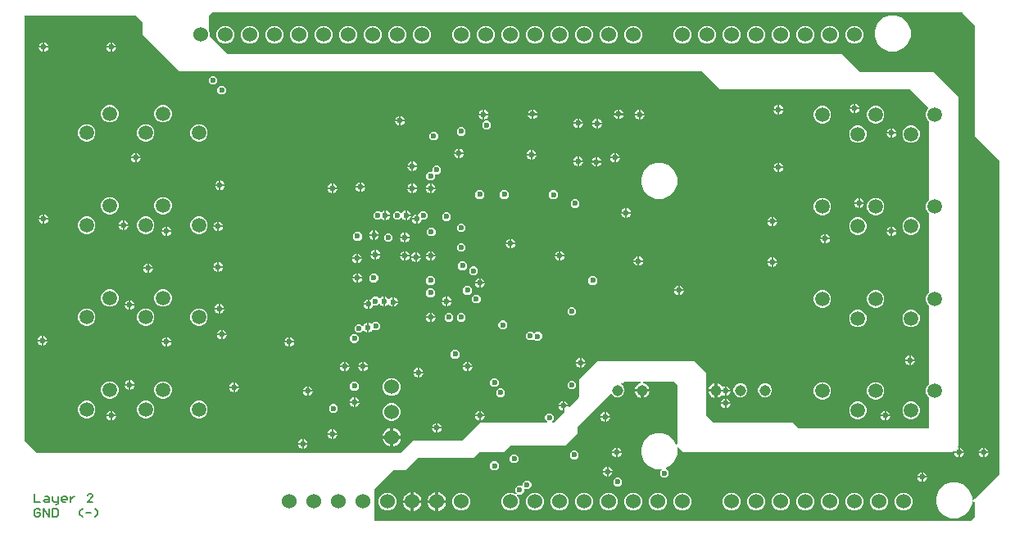
<source format=gbr>
G04 EAGLE Gerber RS-274X export*
G75*
%MOMM*%
%FSLAX34Y34*%
%LPD*%
%INCopper Layer 2*%
%IPPOS*%
%AMOC8*
5,1,8,0,0,1.08239X$1,22.5*%
G01*
%ADD10C,0.152400*%
%ADD11C,1.524000*%
%ADD12C,1.140000*%
%ADD13C,1.500000*%
%ADD14C,0.600000*%

G36*
X393790Y75454D02*
X393790Y75454D01*
X393881Y75461D01*
X393911Y75473D01*
X393943Y75479D01*
X394023Y75521D01*
X394107Y75557D01*
X394139Y75583D01*
X394160Y75594D01*
X394182Y75617D01*
X394238Y75662D01*
X406715Y88139D01*
X457200Y88139D01*
X457290Y88154D01*
X457381Y88161D01*
X457411Y88173D01*
X457443Y88179D01*
X457523Y88221D01*
X457607Y88257D01*
X457639Y88283D01*
X457660Y88294D01*
X457682Y88317D01*
X457738Y88362D01*
X476565Y107189D01*
X545008Y107189D01*
X545079Y107200D01*
X545151Y107202D01*
X545200Y107220D01*
X545251Y107229D01*
X545315Y107262D01*
X545382Y107287D01*
X545423Y107319D01*
X545469Y107344D01*
X545518Y107396D01*
X545574Y107440D01*
X545602Y107484D01*
X545638Y107522D01*
X545668Y107587D01*
X545707Y107647D01*
X545720Y107698D01*
X545742Y107745D01*
X545749Y107816D01*
X545767Y107886D01*
X545763Y107938D01*
X545769Y107989D01*
X545753Y108060D01*
X545748Y108131D01*
X545727Y108179D01*
X545716Y108230D01*
X545680Y108291D01*
X545652Y108357D01*
X545607Y108413D01*
X545590Y108441D01*
X545572Y108456D01*
X545547Y108488D01*
X543699Y110336D01*
X543699Y114065D01*
X546335Y116701D01*
X550064Y116701D01*
X552700Y114065D01*
X552700Y110336D01*
X550852Y108488D01*
X550810Y108430D01*
X550761Y108378D01*
X550739Y108331D01*
X550709Y108289D01*
X550688Y108220D01*
X550657Y108155D01*
X550652Y108103D01*
X550636Y108053D01*
X550638Y107982D01*
X550630Y107911D01*
X550641Y107860D01*
X550643Y107808D01*
X550667Y107740D01*
X550682Y107670D01*
X550709Y107626D01*
X550727Y107577D01*
X550772Y107521D01*
X550809Y107459D01*
X550848Y107425D01*
X550881Y107385D01*
X550941Y107346D01*
X550996Y107299D01*
X551044Y107280D01*
X551088Y107252D01*
X551157Y107234D01*
X551224Y107207D01*
X551295Y107199D01*
X551326Y107191D01*
X551350Y107193D01*
X551390Y107189D01*
X552450Y107189D01*
X552540Y107204D01*
X552631Y107211D01*
X552661Y107223D01*
X552693Y107229D01*
X552773Y107271D01*
X552857Y107307D01*
X552889Y107333D01*
X552910Y107344D01*
X552932Y107367D01*
X552988Y107412D01*
X563736Y118160D01*
X563778Y118218D01*
X563828Y118270D01*
X563850Y118317D01*
X563880Y118359D01*
X563901Y118428D01*
X563931Y118493D01*
X563937Y118545D01*
X563952Y118595D01*
X563950Y118666D01*
X563958Y118737D01*
X563947Y118788D01*
X563946Y118840D01*
X563921Y118908D01*
X563906Y118978D01*
X563879Y119022D01*
X563861Y119071D01*
X563817Y119127D01*
X563780Y119189D01*
X563740Y119223D01*
X563708Y119263D01*
X563647Y119302D01*
X563593Y119349D01*
X563545Y119368D01*
X563501Y119396D01*
X563484Y119401D01*
X563484Y123586D01*
X567674Y123586D01*
X567684Y123566D01*
X567709Y123499D01*
X567741Y123458D01*
X567766Y123412D01*
X567817Y123363D01*
X567862Y123307D01*
X567906Y123278D01*
X567944Y123242D01*
X568009Y123212D01*
X568069Y123174D01*
X568120Y123161D01*
X568167Y123139D01*
X568238Y123131D01*
X568308Y123113D01*
X568360Y123118D01*
X568411Y123112D01*
X568482Y123127D01*
X568553Y123133D01*
X568601Y123153D01*
X568652Y123164D01*
X568713Y123201D01*
X568779Y123229D01*
X568835Y123274D01*
X568863Y123290D01*
X568878Y123308D01*
X568910Y123334D01*
X578388Y132812D01*
X578441Y132886D01*
X578501Y132955D01*
X578513Y132985D01*
X578532Y133011D01*
X578559Y133098D01*
X578593Y133183D01*
X578597Y133224D01*
X578604Y133247D01*
X578603Y133279D01*
X578611Y133350D01*
X578611Y152085D01*
X597215Y170689D01*
X698185Y170689D01*
X710439Y158435D01*
X710439Y114300D01*
X710454Y114210D01*
X710461Y114119D01*
X710473Y114089D01*
X710479Y114057D01*
X710521Y113977D01*
X710557Y113893D01*
X710583Y113861D01*
X710594Y113840D01*
X710617Y113818D01*
X710662Y113762D01*
X717012Y107412D01*
X717086Y107359D01*
X717155Y107299D01*
X717185Y107287D01*
X717211Y107268D01*
X717298Y107241D01*
X717383Y107207D01*
X717424Y107203D01*
X717447Y107196D01*
X717479Y107197D01*
X717550Y107189D01*
X799785Y107189D01*
X805912Y101062D01*
X805986Y101009D01*
X806055Y100949D01*
X806085Y100937D01*
X806111Y100918D01*
X806198Y100891D01*
X806283Y100857D01*
X806324Y100853D01*
X806347Y100846D01*
X806379Y100847D01*
X806450Y100839D01*
X939800Y100839D01*
X939820Y100842D01*
X939839Y100840D01*
X939941Y100862D01*
X940043Y100879D01*
X940060Y100888D01*
X940080Y100892D01*
X940169Y100945D01*
X940260Y100994D01*
X940274Y101008D01*
X940291Y101018D01*
X940358Y101097D01*
X940430Y101172D01*
X940438Y101190D01*
X940451Y101205D01*
X940490Y101301D01*
X940533Y101395D01*
X940535Y101415D01*
X940543Y101433D01*
X940561Y101600D01*
X940561Y132244D01*
X940547Y132335D01*
X940539Y132425D01*
X940527Y132455D01*
X940522Y132487D01*
X940479Y132568D01*
X940443Y132652D01*
X940417Y132684D01*
X940406Y132705D01*
X940383Y132727D01*
X940338Y132783D01*
X938520Y134601D01*
X937149Y137910D01*
X937149Y141490D01*
X938520Y144799D01*
X940338Y146617D01*
X940391Y146691D01*
X940451Y146761D01*
X940463Y146791D01*
X940482Y146817D01*
X940509Y146904D01*
X940543Y146989D01*
X940547Y147030D01*
X940554Y147052D01*
X940553Y147084D01*
X940561Y147156D01*
X940561Y227494D01*
X940547Y227585D01*
X940539Y227675D01*
X940527Y227705D01*
X940522Y227737D01*
X940479Y227818D01*
X940443Y227902D01*
X940417Y227934D01*
X940406Y227955D01*
X940383Y227977D01*
X940338Y228033D01*
X938520Y229851D01*
X937149Y233160D01*
X937149Y236740D01*
X938520Y240049D01*
X940338Y241867D01*
X940391Y241941D01*
X940451Y242011D01*
X940463Y242041D01*
X940482Y242067D01*
X940509Y242154D01*
X940543Y242239D01*
X940547Y242280D01*
X940554Y242302D01*
X940553Y242334D01*
X940561Y242406D01*
X940561Y322744D01*
X940547Y322835D01*
X940539Y322925D01*
X940527Y322955D01*
X940522Y322987D01*
X940479Y323068D01*
X940443Y323152D01*
X940417Y323184D01*
X940406Y323205D01*
X940383Y323227D01*
X940338Y323283D01*
X938520Y325101D01*
X937149Y328410D01*
X937149Y331990D01*
X938520Y335299D01*
X940338Y337117D01*
X940391Y337191D01*
X940451Y337261D01*
X940463Y337291D01*
X940482Y337317D01*
X940509Y337404D01*
X940543Y337489D01*
X940547Y337530D01*
X940554Y337552D01*
X940553Y337584D01*
X940561Y337656D01*
X940561Y417994D01*
X940547Y418085D01*
X940539Y418175D01*
X940527Y418205D01*
X940522Y418237D01*
X940503Y418272D01*
X940501Y418281D01*
X940478Y418320D01*
X940443Y418402D01*
X940417Y418434D01*
X940406Y418455D01*
X940386Y418474D01*
X940375Y418492D01*
X940362Y418504D01*
X940338Y418533D01*
X938520Y420351D01*
X937149Y423660D01*
X937149Y427240D01*
X938520Y430549D01*
X939786Y431814D01*
X939797Y431831D01*
X939813Y431843D01*
X939869Y431930D01*
X939929Y432014D01*
X939935Y432033D01*
X939946Y432050D01*
X939971Y432150D01*
X940001Y432249D01*
X940001Y432269D01*
X940006Y432289D01*
X939998Y432392D01*
X939995Y432495D01*
X939988Y432514D01*
X939987Y432534D01*
X939946Y432629D01*
X939911Y432726D01*
X939898Y432742D01*
X939890Y432760D01*
X939786Y432891D01*
X921288Y451388D01*
X921214Y451441D01*
X921145Y451501D01*
X921115Y451513D01*
X921089Y451532D01*
X921002Y451559D01*
X920917Y451593D01*
X920876Y451597D01*
X920853Y451604D01*
X920821Y451603D01*
X920750Y451611D01*
X724215Y451611D01*
X705388Y470438D01*
X705314Y470491D01*
X705245Y470551D01*
X705215Y470563D01*
X705189Y470582D01*
X705102Y470609D01*
X705017Y470643D01*
X704976Y470647D01*
X704953Y470654D01*
X704921Y470653D01*
X704850Y470661D01*
X165415Y470661D01*
X127761Y508315D01*
X127761Y520700D01*
X127747Y520790D01*
X127739Y520881D01*
X127727Y520911D01*
X127722Y520943D01*
X127679Y521023D01*
X127643Y521107D01*
X127617Y521139D01*
X127606Y521160D01*
X127583Y521182D01*
X127538Y521238D01*
X121188Y527588D01*
X121114Y527641D01*
X121045Y527701D01*
X121015Y527713D01*
X120989Y527732D01*
X120902Y527759D01*
X120817Y527793D01*
X120776Y527797D01*
X120753Y527804D01*
X120721Y527803D01*
X120650Y527811D01*
X6451Y527811D01*
X6337Y527793D01*
X6220Y527775D01*
X6214Y527773D01*
X6208Y527772D01*
X6106Y527717D01*
X6001Y527664D01*
X5996Y527659D01*
X5991Y527656D01*
X5911Y527572D01*
X5829Y527488D01*
X5825Y527482D01*
X5822Y527478D01*
X5814Y527461D01*
X5748Y527341D01*
X5647Y527097D01*
X5632Y527034D01*
X5607Y526973D01*
X5598Y526890D01*
X5591Y526858D01*
X5592Y526839D01*
X5589Y526806D01*
X5589Y88900D01*
X5604Y88810D01*
X5611Y88719D01*
X5623Y88689D01*
X5629Y88657D01*
X5671Y88577D01*
X5707Y88493D01*
X5733Y88461D01*
X5744Y88440D01*
X5767Y88418D01*
X5812Y88362D01*
X18512Y75662D01*
X18586Y75609D01*
X18655Y75549D01*
X18685Y75537D01*
X18711Y75518D01*
X18798Y75491D01*
X18883Y75457D01*
X18924Y75453D01*
X18947Y75446D01*
X18979Y75447D01*
X19050Y75439D01*
X393700Y75439D01*
X393790Y75454D01*
G37*
G36*
X981892Y5044D02*
X981892Y5044D01*
X981943Y5044D01*
X983013Y5150D01*
X983048Y5159D01*
X983084Y5160D01*
X983226Y5203D01*
X984687Y5808D01*
X984750Y5847D01*
X984816Y5877D01*
X984874Y5924D01*
X984895Y5937D01*
X984905Y5950D01*
X984931Y5971D01*
X987169Y8209D01*
X987212Y8269D01*
X987262Y8322D01*
X987297Y8388D01*
X987311Y8408D01*
X987316Y8424D01*
X987332Y8453D01*
X987937Y9914D01*
X987945Y9950D01*
X987961Y9983D01*
X987990Y10127D01*
X988096Y11197D01*
X988094Y11219D01*
X988099Y11270D01*
X988099Y24017D01*
X988082Y24119D01*
X988071Y24222D01*
X988063Y24239D01*
X988060Y24258D01*
X988011Y24349D01*
X987966Y24443D01*
X987953Y24456D01*
X987945Y24473D01*
X987869Y24544D01*
X987797Y24618D01*
X987776Y24631D01*
X987767Y24640D01*
X987745Y24650D01*
X987670Y24694D01*
X987410Y24817D01*
X987408Y24818D01*
X987272Y24867D01*
X987221Y24879D01*
X987220Y24879D01*
X987219Y24879D01*
X987075Y24901D01*
X986797Y24914D01*
X986791Y24919D01*
X986714Y24980D01*
X986691Y24988D01*
X986671Y25002D01*
X986652Y25008D01*
X986516Y25236D01*
X986515Y25237D01*
X986428Y25354D01*
X986275Y25523D01*
X986203Y25579D01*
X986136Y25642D01*
X986108Y25655D01*
X986084Y25674D01*
X985998Y25705D01*
X985914Y25743D01*
X985883Y25746D01*
X985854Y25756D01*
X985763Y25758D01*
X985671Y25767D01*
X985641Y25760D01*
X985610Y25760D01*
X985523Y25732D01*
X985434Y25712D01*
X985407Y25695D01*
X985378Y25686D01*
X985304Y25631D01*
X985226Y25583D01*
X985207Y25559D01*
X985182Y25540D01*
X985130Y25465D01*
X985071Y25394D01*
X985061Y25365D01*
X985043Y25340D01*
X985018Y25252D01*
X984985Y25166D01*
X984981Y25124D01*
X984976Y25105D01*
X984977Y25081D01*
X984971Y25019D01*
X984971Y22990D01*
X982154Y16190D01*
X976950Y10986D01*
X970150Y8169D01*
X962790Y8169D01*
X955990Y10986D01*
X950786Y16190D01*
X947969Y22990D01*
X947969Y30350D01*
X950786Y37150D01*
X955990Y42354D01*
X962790Y45171D01*
X970150Y45171D01*
X976950Y42354D01*
X982154Y37150D01*
X984971Y30350D01*
X984971Y27180D01*
X984984Y27102D01*
X984988Y27022D01*
X985003Y26982D01*
X985010Y26940D01*
X985048Y26869D01*
X985077Y26795D01*
X985105Y26762D01*
X985125Y26724D01*
X985184Y26670D01*
X985235Y26609D01*
X985272Y26587D01*
X985303Y26558D01*
X985376Y26525D01*
X985444Y26484D01*
X985487Y26475D01*
X985526Y26457D01*
X985605Y26449D01*
X985683Y26432D01*
X985726Y26437D01*
X985769Y26433D01*
X985846Y26451D01*
X985925Y26460D01*
X985964Y26478D01*
X986006Y26488D01*
X986074Y26530D01*
X986146Y26564D01*
X986177Y26594D01*
X986214Y26617D01*
X986264Y26678D01*
X986321Y26734D01*
X986353Y26786D01*
X986368Y26805D01*
X986376Y26824D01*
X986397Y26860D01*
X986558Y27201D01*
X986559Y27202D01*
X986599Y27314D01*
X986603Y27324D01*
X986604Y27328D01*
X986608Y27339D01*
X986675Y27609D01*
X986681Y27615D01*
X986756Y27678D01*
X986768Y27699D01*
X986786Y27716D01*
X986796Y27733D01*
X987045Y27822D01*
X987046Y27823D01*
X987178Y27885D01*
X987417Y28029D01*
X987424Y28028D01*
X987522Y28020D01*
X987546Y28026D01*
X987570Y28026D01*
X987713Y28062D01*
X987892Y28126D01*
X987971Y28170D01*
X988054Y28208D01*
X988087Y28235D01*
X988105Y28244D01*
X988121Y28262D01*
X988169Y28301D01*
X990527Y30660D01*
X990528Y30660D01*
X1013280Y53412D01*
X1013337Y53492D01*
X1013399Y53567D01*
X1013407Y53590D01*
X1013422Y53611D01*
X1013450Y53704D01*
X1013485Y53795D01*
X1013488Y53828D01*
X1013493Y53844D01*
X1013492Y53869D01*
X1013499Y53942D01*
X1013499Y377858D01*
X1013483Y377954D01*
X1013474Y378051D01*
X1013464Y378074D01*
X1013460Y378099D01*
X1013414Y378185D01*
X1013373Y378273D01*
X1013352Y378299D01*
X1013345Y378314D01*
X1013326Y378331D01*
X1013280Y378388D01*
X990528Y401140D01*
X990527Y401140D01*
X988099Y403568D01*
X988099Y517558D01*
X988097Y517571D01*
X988098Y517576D01*
X988093Y517598D01*
X988083Y517654D01*
X988074Y517751D01*
X988064Y517774D01*
X988060Y517799D01*
X988014Y517885D01*
X987973Y517973D01*
X987952Y517999D01*
X987945Y518014D01*
X987926Y518031D01*
X987880Y518088D01*
X975288Y530680D01*
X975208Y530737D01*
X975133Y530799D01*
X975110Y530807D01*
X975089Y530822D01*
X974996Y530850D01*
X974905Y530885D01*
X974872Y530888D01*
X974856Y530893D01*
X974831Y530892D01*
X974758Y530899D01*
X199950Y530899D01*
X199854Y530883D01*
X199757Y530874D01*
X199734Y530864D01*
X199709Y530860D01*
X199623Y530814D01*
X199534Y530773D01*
X199509Y530752D01*
X199494Y530745D01*
X199477Y530726D01*
X199420Y530680D01*
X196320Y527580D01*
X196263Y527500D01*
X196202Y527425D01*
X196193Y527402D01*
X196178Y527381D01*
X196150Y527288D01*
X196115Y527197D01*
X196112Y527164D01*
X196107Y527148D01*
X196108Y527123D01*
X196101Y527050D01*
X196101Y512329D01*
X196113Y512257D01*
X196115Y512184D01*
X196136Y512113D01*
X196140Y512088D01*
X196148Y512074D01*
X196158Y512042D01*
X197081Y509814D01*
X197081Y507020D01*
X197084Y507003D01*
X197082Y506990D01*
X197094Y506939D01*
X197097Y506924D01*
X197106Y506827D01*
X197116Y506804D01*
X197120Y506779D01*
X197166Y506693D01*
X197207Y506604D01*
X197228Y506579D01*
X197235Y506564D01*
X197254Y506547D01*
X197300Y506490D01*
X215370Y488420D01*
X215450Y488363D01*
X215525Y488302D01*
X215548Y488293D01*
X215569Y488278D01*
X215662Y488250D01*
X215753Y488215D01*
X215786Y488212D01*
X215802Y488207D01*
X215827Y488208D01*
X215900Y488201D01*
X850590Y488201D01*
X869420Y469370D01*
X869500Y469313D01*
X869575Y469252D01*
X869598Y469243D01*
X869619Y469228D01*
X869712Y469200D01*
X869803Y469165D01*
X869836Y469162D01*
X869852Y469157D01*
X869877Y469158D01*
X869950Y469151D01*
X945840Y469151D01*
X970801Y444190D01*
X970801Y82860D01*
X970420Y82480D01*
X970377Y82420D01*
X970327Y82366D01*
X970307Y82322D01*
X970278Y82281D01*
X970257Y82211D01*
X970226Y82144D01*
X970221Y82095D01*
X970207Y82048D01*
X970210Y81975D01*
X970202Y81901D01*
X970213Y81853D01*
X970215Y81804D01*
X970241Y81735D01*
X970258Y81664D01*
X970284Y81622D01*
X970301Y81576D01*
X970347Y81519D01*
X970386Y81456D01*
X970424Y81425D01*
X970456Y81387D01*
X970518Y81348D01*
X970575Y81301D01*
X970621Y81284D01*
X970663Y81258D01*
X970676Y81255D01*
X970676Y77074D01*
X966492Y77074D01*
X966475Y77106D01*
X966449Y77174D01*
X966418Y77213D01*
X966395Y77256D01*
X966341Y77306D01*
X966294Y77363D01*
X966252Y77389D01*
X966217Y77423D01*
X966150Y77453D01*
X966087Y77492D01*
X966039Y77503D01*
X965994Y77524D01*
X965921Y77531D01*
X965850Y77548D01*
X965801Y77543D01*
X965751Y77548D01*
X965680Y77531D01*
X965607Y77524D01*
X965562Y77504D01*
X965514Y77492D01*
X965451Y77454D01*
X965384Y77423D01*
X965328Y77377D01*
X965306Y77364D01*
X965296Y77351D01*
X965270Y77330D01*
X964890Y76949D01*
X686110Y76949D01*
X681450Y81610D01*
X681390Y81653D01*
X681336Y81703D01*
X681292Y81723D01*
X681251Y81752D01*
X681181Y81773D01*
X681114Y81804D01*
X681065Y81809D01*
X681018Y81823D01*
X680945Y81820D01*
X680871Y81828D01*
X680823Y81817D01*
X680774Y81815D01*
X680705Y81789D01*
X680634Y81772D01*
X680592Y81746D01*
X680546Y81729D01*
X680489Y81683D01*
X680426Y81644D01*
X680395Y81606D01*
X680357Y81574D01*
X680318Y81512D01*
X680271Y81455D01*
X680254Y81409D01*
X680228Y81367D01*
X680211Y81296D01*
X680185Y81227D01*
X680178Y81154D01*
X680172Y81130D01*
X680174Y81113D01*
X680171Y81080D01*
X680171Y73790D01*
X677354Y66990D01*
X672150Y61786D01*
X669086Y60517D01*
X669044Y60491D01*
X668998Y60473D01*
X668941Y60427D01*
X668878Y60388D01*
X668847Y60350D01*
X668809Y60319D01*
X668770Y60256D01*
X668723Y60199D01*
X668706Y60153D01*
X668680Y60112D01*
X668663Y60040D01*
X668637Y59971D01*
X668636Y59922D01*
X668625Y59874D01*
X668632Y59801D01*
X668629Y59727D01*
X668644Y59680D01*
X668648Y59631D01*
X668679Y59564D01*
X668700Y59493D01*
X668729Y59453D01*
X668749Y59409D01*
X668842Y59295D01*
X671663Y56474D01*
X671663Y52746D01*
X669026Y50109D01*
X665298Y50109D01*
X662661Y52746D01*
X662661Y56474D01*
X663877Y57690D01*
X663920Y57750D01*
X663970Y57804D01*
X663991Y57848D01*
X664019Y57889D01*
X664041Y57959D01*
X664071Y58026D01*
X664076Y58075D01*
X664090Y58122D01*
X664088Y58195D01*
X664095Y58269D01*
X664084Y58317D01*
X664082Y58366D01*
X664057Y58435D01*
X664040Y58506D01*
X664014Y58548D01*
X663997Y58594D01*
X663950Y58651D01*
X663911Y58714D01*
X663873Y58745D01*
X663842Y58783D01*
X663779Y58822D01*
X663723Y58869D01*
X663677Y58886D01*
X663635Y58912D01*
X663563Y58929D01*
X663494Y58955D01*
X663421Y58962D01*
X663397Y58968D01*
X663381Y58966D01*
X663347Y58969D01*
X657990Y58969D01*
X651190Y61786D01*
X645986Y66990D01*
X643169Y73790D01*
X643169Y81150D01*
X645986Y87950D01*
X651190Y93154D01*
X657990Y95971D01*
X665350Y95971D01*
X672150Y93154D01*
X677354Y87950D01*
X678758Y84561D01*
X678809Y84478D01*
X678855Y84392D01*
X678874Y84375D01*
X678887Y84354D01*
X678962Y84292D01*
X679034Y84225D01*
X679056Y84215D01*
X679075Y84199D01*
X679167Y84165D01*
X679256Y84124D01*
X679280Y84122D01*
X679304Y84113D01*
X679401Y84110D01*
X679499Y84100D01*
X679523Y84106D01*
X679547Y84105D01*
X679641Y84133D01*
X679736Y84155D01*
X679757Y84169D01*
X679781Y84176D01*
X679860Y84233D01*
X679944Y84284D01*
X679959Y84303D01*
X679979Y84318D01*
X680036Y84397D01*
X680099Y84473D01*
X680107Y84496D01*
X680122Y84516D01*
X680150Y84610D01*
X680185Y84701D01*
X680188Y84733D01*
X680193Y84749D01*
X680192Y84774D01*
X680199Y84848D01*
X680199Y146050D01*
X680183Y146146D01*
X680174Y146243D01*
X680164Y146266D01*
X680160Y146291D01*
X680114Y146377D01*
X680073Y146466D01*
X680052Y146491D01*
X680045Y146506D01*
X680026Y146523D01*
X679980Y146580D01*
X677440Y149120D01*
X677360Y149177D01*
X677285Y149239D01*
X677262Y149247D01*
X677241Y149262D01*
X677148Y149290D01*
X677057Y149325D01*
X677024Y149328D01*
X677008Y149333D01*
X676983Y149332D01*
X676910Y149339D01*
X645995Y149339D01*
X645947Y149331D01*
X645898Y149333D01*
X645827Y149312D01*
X645755Y149300D01*
X645711Y149276D01*
X645664Y149262D01*
X645604Y149219D01*
X645539Y149185D01*
X645506Y149149D01*
X645466Y149120D01*
X645423Y149060D01*
X645372Y149007D01*
X645352Y148962D01*
X645323Y148922D01*
X645302Y148851D01*
X645272Y148784D01*
X645267Y148735D01*
X645252Y148688D01*
X645255Y148615D01*
X645248Y148541D01*
X645259Y148494D01*
X645260Y148444D01*
X645286Y148376D01*
X645303Y148304D01*
X645329Y148262D01*
X645346Y148216D01*
X645393Y148159D01*
X645432Y148096D01*
X645470Y148065D01*
X645501Y148027D01*
X645563Y147988D01*
X645620Y147942D01*
X645666Y147924D01*
X645708Y147898D01*
X645847Y147856D01*
X645848Y147855D01*
X645849Y147855D01*
X646210Y147783D01*
X647611Y147203D01*
X648872Y146360D01*
X649945Y145287D01*
X650788Y144026D01*
X651368Y142625D01*
X651517Y141878D01*
X644714Y141878D01*
X644690Y141874D01*
X644665Y141876D01*
X644570Y141854D01*
X644473Y141838D01*
X644451Y141827D01*
X644428Y141821D01*
X644344Y141769D01*
X644258Y141723D01*
X644241Y141705D01*
X644220Y141692D01*
X644158Y141617D01*
X644091Y141545D01*
X644081Y141523D01*
X644065Y141504D01*
X644031Y141412D01*
X643990Y141323D01*
X643988Y141298D01*
X643979Y141276D01*
X643965Y141129D01*
X643965Y140378D01*
X643963Y140378D01*
X643963Y141129D01*
X643959Y141153D01*
X643961Y141177D01*
X643939Y141273D01*
X643923Y141369D01*
X643911Y141391D01*
X643906Y141415D01*
X643854Y141498D01*
X643808Y141585D01*
X643790Y141601D01*
X643777Y141622D01*
X643701Y141684D01*
X643630Y141751D01*
X643608Y141761D01*
X643589Y141777D01*
X643497Y141812D01*
X643408Y141852D01*
X643383Y141855D01*
X643360Y141863D01*
X643213Y141878D01*
X636410Y141878D01*
X636559Y142625D01*
X637139Y144026D01*
X637982Y145287D01*
X639055Y146360D01*
X640316Y147203D01*
X641717Y147783D01*
X642078Y147855D01*
X642124Y147872D01*
X642173Y147880D01*
X642238Y147915D01*
X642307Y147941D01*
X642345Y147972D01*
X642388Y147995D01*
X642438Y148049D01*
X642495Y148096D01*
X642521Y148138D01*
X642555Y148174D01*
X642585Y148241D01*
X642624Y148303D01*
X642635Y148351D01*
X642656Y148396D01*
X642663Y148469D01*
X642680Y148541D01*
X642675Y148590D01*
X642680Y148639D01*
X642663Y148710D01*
X642656Y148783D01*
X642636Y148828D01*
X642624Y148876D01*
X642586Y148939D01*
X642555Y149006D01*
X642522Y149042D01*
X642496Y149084D01*
X642439Y149130D01*
X642389Y149184D01*
X642345Y149207D01*
X642307Y149239D01*
X642238Y149264D01*
X642174Y149299D01*
X642125Y149307D01*
X642079Y149325D01*
X641934Y149339D01*
X641933Y149339D01*
X641932Y149339D01*
X626110Y149339D01*
X626014Y149323D01*
X625917Y149314D01*
X625894Y149304D01*
X625869Y149300D01*
X625783Y149254D01*
X625694Y149213D01*
X625669Y149192D01*
X625654Y149185D01*
X625637Y149166D01*
X625580Y149120D01*
X624530Y148069D01*
X623570Y148069D01*
X623474Y148053D01*
X623377Y148044D01*
X623354Y148034D01*
X623329Y148030D01*
X623243Y147984D01*
X623154Y147943D01*
X623129Y147922D01*
X623114Y147915D01*
X623097Y147896D01*
X623040Y147850D01*
X622688Y147497D01*
X622673Y147477D01*
X622655Y147462D01*
X622603Y147379D01*
X622546Y147299D01*
X622539Y147276D01*
X622526Y147255D01*
X622503Y147159D01*
X622475Y147066D01*
X622476Y147041D01*
X622470Y147017D01*
X622479Y146920D01*
X622483Y146822D01*
X622491Y146799D01*
X622494Y146774D01*
X622534Y146685D01*
X622569Y146593D01*
X622584Y146574D01*
X622594Y146552D01*
X622688Y146438D01*
X624668Y144457D01*
X625764Y141811D01*
X625764Y138946D01*
X624668Y136300D01*
X622642Y134274D01*
X619996Y133178D01*
X617131Y133178D01*
X614485Y134274D01*
X612504Y136254D01*
X612485Y136269D01*
X612469Y136288D01*
X612386Y136340D01*
X612306Y136397D01*
X612283Y136404D01*
X612262Y136417D01*
X612166Y136439D01*
X612073Y136467D01*
X612048Y136467D01*
X612024Y136472D01*
X611927Y136463D01*
X611829Y136460D01*
X611806Y136451D01*
X611781Y136449D01*
X611692Y136408D01*
X611600Y136374D01*
X611581Y136358D01*
X611559Y136348D01*
X611445Y136254D01*
X577320Y102130D01*
X577263Y102050D01*
X577202Y101975D01*
X577193Y101952D01*
X577178Y101931D01*
X577150Y101838D01*
X577115Y101747D01*
X577112Y101714D01*
X577107Y101698D01*
X577108Y101673D01*
X577101Y101600D01*
X577101Y95560D01*
X564840Y83299D01*
X508000Y83299D01*
X507904Y83283D01*
X507807Y83274D01*
X507784Y83264D01*
X507759Y83260D01*
X507673Y83214D01*
X507584Y83173D01*
X507559Y83152D01*
X507544Y83145D01*
X507527Y83126D01*
X507470Y83080D01*
X501340Y76949D01*
X476250Y76949D01*
X476154Y76933D01*
X476057Y76924D01*
X476034Y76914D01*
X476009Y76910D01*
X475923Y76864D01*
X475834Y76823D01*
X475809Y76802D01*
X475794Y76795D01*
X475777Y76776D01*
X475720Y76730D01*
X469590Y70599D01*
X412750Y70599D01*
X412654Y70583D01*
X412557Y70574D01*
X412534Y70564D01*
X412509Y70560D01*
X412423Y70514D01*
X412334Y70473D01*
X412309Y70452D01*
X412294Y70445D01*
X412277Y70426D01*
X412220Y70380D01*
X399740Y57899D01*
X387350Y57899D01*
X387254Y57883D01*
X387157Y57874D01*
X387134Y57864D01*
X387109Y57860D01*
X387023Y57814D01*
X386934Y57773D01*
X386909Y57752D01*
X386894Y57745D01*
X386877Y57726D01*
X386820Y57680D01*
X367770Y38630D01*
X367713Y38550D01*
X367652Y38475D01*
X367643Y38452D01*
X367628Y38431D01*
X367600Y38338D01*
X367565Y38247D01*
X367562Y38214D01*
X367557Y38198D01*
X367558Y38173D01*
X367551Y38100D01*
X367551Y6350D01*
X367567Y6254D01*
X367576Y6157D01*
X367586Y6134D01*
X367590Y6109D01*
X367637Y6023D01*
X367677Y5934D01*
X367698Y5909D01*
X367705Y5894D01*
X367724Y5877D01*
X367770Y5820D01*
X368330Y5260D01*
X368410Y5203D01*
X368485Y5141D01*
X368508Y5133D01*
X368529Y5118D01*
X368622Y5090D01*
X368713Y5055D01*
X368746Y5052D01*
X368762Y5047D01*
X368787Y5048D01*
X368860Y5041D01*
X981870Y5041D01*
X981892Y5044D01*
G37*
%LPC*%
G36*
X899290Y490769D02*
X899290Y490769D01*
X892490Y493586D01*
X887286Y498790D01*
X884469Y505590D01*
X884469Y512950D01*
X887286Y519750D01*
X892490Y524954D01*
X899290Y527771D01*
X906650Y527771D01*
X913450Y524954D01*
X918654Y519750D01*
X921471Y512950D01*
X921471Y505590D01*
X918654Y498790D01*
X913450Y493586D01*
X906650Y490769D01*
X899290Y490769D01*
G37*
%LPD*%
%LPC*%
G36*
X657990Y338369D02*
X657990Y338369D01*
X651190Y341186D01*
X645986Y346390D01*
X643169Y353190D01*
X643169Y360550D01*
X645986Y367350D01*
X651190Y372554D01*
X657990Y375371D01*
X665350Y375371D01*
X672150Y372554D01*
X677354Y367350D01*
X680171Y360550D01*
X680171Y353190D01*
X677354Y346390D01*
X672150Y341186D01*
X665350Y338369D01*
X657990Y338369D01*
G37*
%LPD*%
%LPC*%
G36*
X506186Y16279D02*
X506186Y16279D01*
X502834Y17668D01*
X500268Y20234D01*
X498879Y23586D01*
X498879Y27214D01*
X500268Y30566D01*
X502834Y33132D01*
X506186Y34521D01*
X509814Y34521D01*
X513289Y33081D01*
X513385Y33059D01*
X513478Y33031D01*
X513503Y33031D01*
X513527Y33026D01*
X513624Y33035D01*
X513722Y33039D01*
X513745Y33047D01*
X513770Y33050D01*
X513859Y33090D01*
X513950Y33124D01*
X513970Y33140D01*
X513992Y33150D01*
X514063Y33217D01*
X514139Y33279D01*
X514152Y33300D01*
X514170Y33317D01*
X514216Y33403D01*
X514268Y33486D01*
X514274Y33510D01*
X514285Y33532D01*
X514301Y33629D01*
X514324Y33724D01*
X514321Y33748D01*
X514325Y33773D01*
X514309Y33869D01*
X514300Y33967D01*
X514290Y33989D01*
X514286Y34014D01*
X514240Y34100D01*
X514200Y34189D01*
X514179Y34214D01*
X514171Y34229D01*
X514153Y34246D01*
X514106Y34303D01*
X512916Y35493D01*
X512916Y39221D01*
X515553Y41858D01*
X519299Y41858D01*
X519339Y41821D01*
X519383Y41800D01*
X519423Y41772D01*
X519494Y41750D01*
X519561Y41720D01*
X519610Y41715D01*
X519657Y41701D01*
X519730Y41703D01*
X519804Y41696D01*
X519852Y41707D01*
X519901Y41709D01*
X519970Y41735D01*
X520041Y41751D01*
X520083Y41777D01*
X520129Y41795D01*
X520186Y41841D01*
X520249Y41880D01*
X520280Y41918D01*
X520318Y41949D01*
X520357Y42012D01*
X520404Y42068D01*
X520421Y42115D01*
X520447Y42156D01*
X520464Y42228D01*
X520490Y42297D01*
X520497Y42370D01*
X520503Y42394D01*
X520501Y42411D01*
X520504Y42444D01*
X520504Y44483D01*
X523141Y47120D01*
X526869Y47120D01*
X529506Y44483D01*
X529506Y40755D01*
X526869Y38118D01*
X523123Y38118D01*
X523084Y38155D01*
X523039Y38176D01*
X522999Y38204D01*
X522928Y38226D01*
X522861Y38256D01*
X522812Y38261D01*
X522765Y38275D01*
X522692Y38273D01*
X522619Y38280D01*
X522570Y38269D01*
X522521Y38267D01*
X522453Y38242D01*
X522381Y38225D01*
X522339Y38199D01*
X522293Y38182D01*
X522236Y38135D01*
X522174Y38096D01*
X522142Y38058D01*
X522104Y38027D01*
X522065Y37964D01*
X522019Y37908D01*
X522001Y37862D01*
X521975Y37820D01*
X521958Y37748D01*
X521932Y37679D01*
X521925Y37606D01*
X521919Y37582D01*
X521921Y37566D01*
X521918Y37532D01*
X521918Y35493D01*
X519281Y32856D01*
X515251Y32856D01*
X515179Y32844D01*
X515105Y32842D01*
X515059Y32825D01*
X515010Y32817D01*
X514946Y32782D01*
X514877Y32756D01*
X514839Y32725D01*
X514795Y32702D01*
X514745Y32648D01*
X514688Y32601D01*
X514662Y32560D01*
X514628Y32524D01*
X514598Y32457D01*
X514559Y32394D01*
X514548Y32346D01*
X514528Y32301D01*
X514520Y32228D01*
X514504Y32157D01*
X514508Y32108D01*
X514503Y32059D01*
X514520Y31987D01*
X514527Y31914D01*
X514548Y31869D01*
X514559Y31821D01*
X514597Y31758D01*
X514628Y31691D01*
X514674Y31635D01*
X514687Y31614D01*
X514700Y31603D01*
X514721Y31577D01*
X515732Y30566D01*
X517121Y27214D01*
X517121Y23586D01*
X515732Y20234D01*
X513166Y17668D01*
X509814Y16279D01*
X506186Y16279D01*
G37*
%LPD*%
%LPC*%
G36*
X383504Y108808D02*
X383504Y108808D01*
X380151Y110196D01*
X377586Y112762D01*
X376197Y116114D01*
X376197Y119743D01*
X377586Y123095D01*
X380151Y125661D01*
X383504Y127049D01*
X387132Y127049D01*
X390485Y125661D01*
X393050Y123095D01*
X394439Y119743D01*
X394439Y116114D01*
X393050Y112762D01*
X390485Y110196D01*
X387132Y108808D01*
X383504Y108808D01*
G37*
%LPD*%
%LPC*%
G36*
X383504Y134788D02*
X383504Y134788D01*
X380151Y136177D01*
X377586Y138742D01*
X376197Y142095D01*
X376197Y145723D01*
X377586Y149075D01*
X380151Y151641D01*
X383504Y153029D01*
X387132Y153029D01*
X390485Y151641D01*
X393050Y149075D01*
X394439Y145723D01*
X394439Y142095D01*
X393050Y138742D01*
X390485Y136177D01*
X387132Y134788D01*
X383504Y134788D01*
G37*
%LPD*%
%LPC*%
G36*
X633186Y498879D02*
X633186Y498879D01*
X629834Y500268D01*
X627268Y502834D01*
X625879Y506186D01*
X625879Y509814D01*
X627268Y513166D01*
X629834Y515732D01*
X633186Y517121D01*
X636814Y517121D01*
X640166Y515732D01*
X642732Y513166D01*
X644121Y509814D01*
X644121Y506186D01*
X642732Y502834D01*
X640166Y500268D01*
X636814Y498879D01*
X633186Y498879D01*
G37*
%LPD*%
%LPC*%
G36*
X861786Y498879D02*
X861786Y498879D01*
X858434Y500268D01*
X855868Y502834D01*
X854479Y506186D01*
X854479Y509814D01*
X855868Y513166D01*
X858434Y515732D01*
X861786Y517121D01*
X865414Y517121D01*
X868766Y515732D01*
X871332Y513166D01*
X872721Y509814D01*
X872721Y506186D01*
X871332Y502834D01*
X868766Y500268D01*
X865414Y498879D01*
X861786Y498879D01*
G37*
%LPD*%
%LPC*%
G36*
X709386Y498879D02*
X709386Y498879D01*
X706034Y500268D01*
X703468Y502834D01*
X702079Y506186D01*
X702079Y509814D01*
X703468Y513166D01*
X706034Y515732D01*
X709386Y517121D01*
X713014Y517121D01*
X716366Y515732D01*
X718932Y513166D01*
X720321Y509814D01*
X720321Y506186D01*
X718932Y502834D01*
X716366Y500268D01*
X713014Y498879D01*
X709386Y498879D01*
G37*
%LPD*%
%LPC*%
G36*
X734786Y498879D02*
X734786Y498879D01*
X731434Y500268D01*
X728868Y502834D01*
X727479Y506186D01*
X727479Y509814D01*
X728868Y513166D01*
X731434Y515732D01*
X734786Y517121D01*
X738414Y517121D01*
X741766Y515732D01*
X744332Y513166D01*
X745721Y509814D01*
X745721Y506186D01*
X744332Y502834D01*
X741766Y500268D01*
X738414Y498879D01*
X734786Y498879D01*
G37*
%LPD*%
%LPC*%
G36*
X506186Y498879D02*
X506186Y498879D01*
X502834Y500268D01*
X500268Y502834D01*
X498879Y506186D01*
X498879Y509814D01*
X500268Y513166D01*
X502834Y515732D01*
X506186Y517121D01*
X509814Y517121D01*
X513166Y515732D01*
X515732Y513166D01*
X517121Y509814D01*
X517121Y506186D01*
X515732Y502834D01*
X513166Y500268D01*
X509814Y498879D01*
X506186Y498879D01*
G37*
%LPD*%
%LPC*%
G36*
X683986Y498879D02*
X683986Y498879D01*
X680634Y500268D01*
X678068Y502834D01*
X676679Y506186D01*
X676679Y509814D01*
X678068Y513166D01*
X680634Y515732D01*
X683986Y517121D01*
X687614Y517121D01*
X690966Y515732D01*
X693532Y513166D01*
X694921Y509814D01*
X694921Y506186D01*
X693532Y502834D01*
X690966Y500268D01*
X687614Y498879D01*
X683986Y498879D01*
G37*
%LPD*%
%LPC*%
G36*
X236946Y498879D02*
X236946Y498879D01*
X233594Y500268D01*
X231028Y502834D01*
X229639Y506186D01*
X229639Y509814D01*
X231028Y513166D01*
X233594Y515732D01*
X236946Y517121D01*
X240574Y517121D01*
X243926Y515732D01*
X246492Y513166D01*
X247881Y509814D01*
X247881Y506186D01*
X246492Y502834D01*
X243926Y500268D01*
X240574Y498879D01*
X236946Y498879D01*
G37*
%LPD*%
%LPC*%
G36*
X211546Y498879D02*
X211546Y498879D01*
X208194Y500268D01*
X205628Y502834D01*
X204239Y506186D01*
X204239Y509814D01*
X205628Y513166D01*
X208194Y515732D01*
X211546Y517121D01*
X215174Y517121D01*
X218526Y515732D01*
X221092Y513166D01*
X222481Y509814D01*
X222481Y506186D01*
X221092Y502834D01*
X218526Y500268D01*
X215174Y498879D01*
X211546Y498879D01*
G37*
%LPD*%
%LPC*%
G36*
X810986Y498879D02*
X810986Y498879D01*
X807634Y500268D01*
X805068Y502834D01*
X803679Y506186D01*
X803679Y509814D01*
X805068Y513166D01*
X807634Y515732D01*
X810986Y517121D01*
X814614Y517121D01*
X817966Y515732D01*
X820532Y513166D01*
X821921Y509814D01*
X821921Y506186D01*
X820532Y502834D01*
X817966Y500268D01*
X814614Y498879D01*
X810986Y498879D01*
G37*
%LPD*%
%LPC*%
G36*
X363946Y498879D02*
X363946Y498879D01*
X360594Y500268D01*
X358028Y502834D01*
X356639Y506186D01*
X356639Y509814D01*
X358028Y513166D01*
X360594Y515732D01*
X363946Y517121D01*
X367574Y517121D01*
X370926Y515732D01*
X373492Y513166D01*
X374881Y509814D01*
X374881Y506186D01*
X373492Y502834D01*
X370926Y500268D01*
X367574Y498879D01*
X363946Y498879D01*
G37*
%LPD*%
%LPC*%
G36*
X262346Y498879D02*
X262346Y498879D01*
X258994Y500268D01*
X256428Y502834D01*
X255039Y506186D01*
X255039Y509814D01*
X256428Y513166D01*
X258994Y515732D01*
X262346Y517121D01*
X265974Y517121D01*
X269326Y515732D01*
X271892Y513166D01*
X273281Y509814D01*
X273281Y506186D01*
X271892Y502834D01*
X269326Y500268D01*
X265974Y498879D01*
X262346Y498879D01*
G37*
%LPD*%
%LPC*%
G36*
X287746Y498879D02*
X287746Y498879D01*
X284394Y500268D01*
X281828Y502834D01*
X280439Y506186D01*
X280439Y509814D01*
X281828Y513166D01*
X284394Y515732D01*
X287746Y517121D01*
X291374Y517121D01*
X294726Y515732D01*
X297292Y513166D01*
X298681Y509814D01*
X298681Y506186D01*
X297292Y502834D01*
X294726Y500268D01*
X291374Y498879D01*
X287746Y498879D01*
G37*
%LPD*%
%LPC*%
G36*
X760186Y498879D02*
X760186Y498879D01*
X756834Y500268D01*
X754268Y502834D01*
X752879Y506186D01*
X752879Y509814D01*
X754268Y513166D01*
X756834Y515732D01*
X760186Y517121D01*
X763814Y517121D01*
X767166Y515732D01*
X769732Y513166D01*
X771121Y509814D01*
X771121Y506186D01*
X769732Y502834D01*
X767166Y500268D01*
X763814Y498879D01*
X760186Y498879D01*
G37*
%LPD*%
%LPC*%
G36*
X313146Y498879D02*
X313146Y498879D01*
X309794Y500268D01*
X307228Y502834D01*
X305839Y506186D01*
X305839Y509814D01*
X307228Y513166D01*
X309794Y515732D01*
X313146Y517121D01*
X316774Y517121D01*
X320126Y515732D01*
X322692Y513166D01*
X324081Y509814D01*
X324081Y506186D01*
X322692Y502834D01*
X320126Y500268D01*
X316774Y498879D01*
X313146Y498879D01*
G37*
%LPD*%
%LPC*%
G36*
X338546Y498879D02*
X338546Y498879D01*
X335194Y500268D01*
X332628Y502834D01*
X331239Y506186D01*
X331239Y509814D01*
X332628Y513166D01*
X335194Y515732D01*
X338546Y517121D01*
X342174Y517121D01*
X345526Y515732D01*
X348092Y513166D01*
X349481Y509814D01*
X349481Y506186D01*
X348092Y502834D01*
X345526Y500268D01*
X342174Y498879D01*
X338546Y498879D01*
G37*
%LPD*%
%LPC*%
G36*
X785586Y498879D02*
X785586Y498879D01*
X782234Y500268D01*
X779668Y502834D01*
X778279Y506186D01*
X778279Y509814D01*
X779668Y513166D01*
X782234Y515732D01*
X785586Y517121D01*
X789214Y517121D01*
X792566Y515732D01*
X795132Y513166D01*
X796521Y509814D01*
X796521Y506186D01*
X795132Y502834D01*
X792566Y500268D01*
X789214Y498879D01*
X785586Y498879D01*
G37*
%LPD*%
%LPC*%
G36*
X836386Y498879D02*
X836386Y498879D01*
X833034Y500268D01*
X830468Y502834D01*
X829079Y506186D01*
X829079Y509814D01*
X830468Y513166D01*
X833034Y515732D01*
X836386Y517121D01*
X840014Y517121D01*
X843366Y515732D01*
X845932Y513166D01*
X847321Y509814D01*
X847321Y506186D01*
X845932Y502834D01*
X843366Y500268D01*
X840014Y498879D01*
X836386Y498879D01*
G37*
%LPD*%
%LPC*%
G36*
X531586Y498879D02*
X531586Y498879D01*
X528234Y500268D01*
X525668Y502834D01*
X524279Y506186D01*
X524279Y509814D01*
X525668Y513166D01*
X528234Y515732D01*
X531586Y517121D01*
X535214Y517121D01*
X538566Y515732D01*
X541132Y513166D01*
X542521Y509814D01*
X542521Y506186D01*
X541132Y502834D01*
X538566Y500268D01*
X535214Y498879D01*
X531586Y498879D01*
G37*
%LPD*%
%LPC*%
G36*
X389346Y498879D02*
X389346Y498879D01*
X385994Y500268D01*
X383428Y502834D01*
X382039Y506186D01*
X382039Y509814D01*
X383428Y513166D01*
X385994Y515732D01*
X389346Y517121D01*
X392974Y517121D01*
X396326Y515732D01*
X398892Y513166D01*
X400281Y509814D01*
X400281Y506186D01*
X398892Y502834D01*
X396326Y500268D01*
X392974Y498879D01*
X389346Y498879D01*
G37*
%LPD*%
%LPC*%
G36*
X414746Y498879D02*
X414746Y498879D01*
X411394Y500268D01*
X408828Y502834D01*
X407439Y506186D01*
X407439Y509814D01*
X408828Y513166D01*
X411394Y515732D01*
X414746Y517121D01*
X418374Y517121D01*
X421726Y515732D01*
X424292Y513166D01*
X425681Y509814D01*
X425681Y506186D01*
X424292Y502834D01*
X421726Y500268D01*
X418374Y498879D01*
X414746Y498879D01*
G37*
%LPD*%
%LPC*%
G36*
X455386Y498879D02*
X455386Y498879D01*
X452034Y500268D01*
X449468Y502834D01*
X448079Y506186D01*
X448079Y509814D01*
X449468Y513166D01*
X452034Y515732D01*
X455386Y517121D01*
X459014Y517121D01*
X462366Y515732D01*
X464932Y513166D01*
X466321Y509814D01*
X466321Y506186D01*
X464932Y502834D01*
X462366Y500268D01*
X459014Y498879D01*
X455386Y498879D01*
G37*
%LPD*%
%LPC*%
G36*
X480786Y498879D02*
X480786Y498879D01*
X477434Y500268D01*
X474868Y502834D01*
X473479Y506186D01*
X473479Y509814D01*
X474868Y513166D01*
X477434Y515732D01*
X480786Y517121D01*
X484414Y517121D01*
X487766Y515732D01*
X490332Y513166D01*
X491721Y509814D01*
X491721Y506186D01*
X490332Y502834D01*
X487766Y500268D01*
X484414Y498879D01*
X480786Y498879D01*
G37*
%LPD*%
%LPC*%
G36*
X556986Y498879D02*
X556986Y498879D01*
X553634Y500268D01*
X551068Y502834D01*
X549679Y506186D01*
X549679Y509814D01*
X551068Y513166D01*
X553634Y515732D01*
X556986Y517121D01*
X560614Y517121D01*
X563966Y515732D01*
X566532Y513166D01*
X567921Y509814D01*
X567921Y506186D01*
X566532Y502834D01*
X563966Y500268D01*
X560614Y498879D01*
X556986Y498879D01*
G37*
%LPD*%
%LPC*%
G36*
X582386Y498879D02*
X582386Y498879D01*
X579034Y500268D01*
X576468Y502834D01*
X575079Y506186D01*
X575079Y509814D01*
X576468Y513166D01*
X579034Y515732D01*
X582386Y517121D01*
X586014Y517121D01*
X589366Y515732D01*
X591932Y513166D01*
X593321Y509814D01*
X593321Y506186D01*
X591932Y502834D01*
X589366Y500268D01*
X586014Y498879D01*
X582386Y498879D01*
G37*
%LPD*%
%LPC*%
G36*
X607786Y498879D02*
X607786Y498879D01*
X604434Y500268D01*
X601868Y502834D01*
X600479Y506186D01*
X600479Y509814D01*
X601868Y513166D01*
X604434Y515732D01*
X607786Y517121D01*
X611414Y517121D01*
X614766Y515732D01*
X617332Y513166D01*
X618721Y509814D01*
X618721Y506186D01*
X617332Y502834D01*
X614766Y500268D01*
X611414Y498879D01*
X607786Y498879D01*
G37*
%LPD*%
%LPC*%
G36*
X607786Y16279D02*
X607786Y16279D01*
X604434Y17668D01*
X601868Y20234D01*
X600479Y23586D01*
X600479Y27214D01*
X601868Y30566D01*
X604434Y33132D01*
X607786Y34521D01*
X611414Y34521D01*
X614766Y33132D01*
X617332Y30566D01*
X618721Y27214D01*
X618721Y23586D01*
X617332Y20234D01*
X614766Y17668D01*
X611414Y16279D01*
X607786Y16279D01*
G37*
%LPD*%
%LPC*%
G36*
X633186Y16279D02*
X633186Y16279D01*
X629834Y17668D01*
X627268Y20234D01*
X625879Y23586D01*
X625879Y27214D01*
X627268Y30566D01*
X629834Y33132D01*
X633186Y34521D01*
X636814Y34521D01*
X640166Y33132D01*
X642732Y30566D01*
X644121Y27214D01*
X644121Y23586D01*
X642732Y20234D01*
X640166Y17668D01*
X636814Y16279D01*
X633186Y16279D01*
G37*
%LPD*%
%LPC*%
G36*
X658586Y16279D02*
X658586Y16279D01*
X655234Y17668D01*
X652668Y20234D01*
X651279Y23586D01*
X651279Y27214D01*
X652668Y30566D01*
X655234Y33132D01*
X658586Y34521D01*
X662214Y34521D01*
X665566Y33132D01*
X668132Y30566D01*
X669521Y27214D01*
X669521Y23586D01*
X668132Y20234D01*
X665566Y17668D01*
X662214Y16279D01*
X658586Y16279D01*
G37*
%LPD*%
%LPC*%
G36*
X683986Y16279D02*
X683986Y16279D01*
X680634Y17668D01*
X678068Y20234D01*
X676679Y23586D01*
X676679Y27214D01*
X678068Y30566D01*
X680634Y33132D01*
X683986Y34521D01*
X687614Y34521D01*
X690966Y33132D01*
X693532Y30566D01*
X694921Y27214D01*
X694921Y23586D01*
X693532Y20234D01*
X690966Y17668D01*
X687614Y16279D01*
X683986Y16279D01*
G37*
%LPD*%
%LPC*%
G36*
X734786Y16279D02*
X734786Y16279D01*
X731434Y17668D01*
X728868Y20234D01*
X727479Y23586D01*
X727479Y27214D01*
X728868Y30566D01*
X731434Y33132D01*
X734786Y34521D01*
X738414Y34521D01*
X741766Y33132D01*
X744332Y30566D01*
X745721Y27214D01*
X745721Y23586D01*
X744332Y20234D01*
X741766Y17668D01*
X738414Y16279D01*
X734786Y16279D01*
G37*
%LPD*%
%LPC*%
G36*
X760186Y16279D02*
X760186Y16279D01*
X756834Y17668D01*
X754268Y20234D01*
X752879Y23586D01*
X752879Y27214D01*
X754268Y30566D01*
X756834Y33132D01*
X760186Y34521D01*
X763814Y34521D01*
X767166Y33132D01*
X769732Y30566D01*
X771121Y27214D01*
X771121Y23586D01*
X769732Y20234D01*
X767166Y17668D01*
X763814Y16279D01*
X760186Y16279D01*
G37*
%LPD*%
%LPC*%
G36*
X785586Y16279D02*
X785586Y16279D01*
X782234Y17668D01*
X779668Y20234D01*
X778279Y23586D01*
X778279Y27214D01*
X779668Y30566D01*
X782234Y33132D01*
X785586Y34521D01*
X789214Y34521D01*
X792566Y33132D01*
X795132Y30566D01*
X796521Y27214D01*
X796521Y23586D01*
X795132Y20234D01*
X792566Y17668D01*
X789214Y16279D01*
X785586Y16279D01*
G37*
%LPD*%
%LPC*%
G36*
X887186Y16279D02*
X887186Y16279D01*
X883834Y17668D01*
X881268Y20234D01*
X879879Y23586D01*
X879879Y27214D01*
X881268Y30566D01*
X883834Y33132D01*
X887186Y34521D01*
X890814Y34521D01*
X894166Y33132D01*
X896732Y30566D01*
X898121Y27214D01*
X898121Y23586D01*
X896732Y20234D01*
X894166Y17668D01*
X890814Y16279D01*
X887186Y16279D01*
G37*
%LPD*%
%LPC*%
G36*
X912586Y16279D02*
X912586Y16279D01*
X909234Y17668D01*
X906668Y20234D01*
X905279Y23586D01*
X905279Y27214D01*
X906668Y30566D01*
X909234Y33132D01*
X912586Y34521D01*
X916214Y34521D01*
X919566Y33132D01*
X922132Y30566D01*
X923521Y27214D01*
X923521Y23586D01*
X922132Y20234D01*
X919566Y17668D01*
X916214Y16279D01*
X912586Y16279D01*
G37*
%LPD*%
%LPC*%
G36*
X810986Y16279D02*
X810986Y16279D01*
X807634Y17668D01*
X805068Y20234D01*
X803679Y23586D01*
X803679Y27214D01*
X805068Y30566D01*
X807634Y33132D01*
X810986Y34521D01*
X814614Y34521D01*
X817966Y33132D01*
X820532Y30566D01*
X821921Y27214D01*
X821921Y23586D01*
X820532Y20234D01*
X817966Y17668D01*
X814614Y16279D01*
X810986Y16279D01*
G37*
%LPD*%
%LPC*%
G36*
X861786Y16279D02*
X861786Y16279D01*
X858434Y17668D01*
X855868Y20234D01*
X854479Y23586D01*
X854479Y27214D01*
X855868Y30566D01*
X858434Y33132D01*
X861786Y34521D01*
X865414Y34521D01*
X868766Y33132D01*
X871332Y30566D01*
X872721Y27214D01*
X872721Y23586D01*
X871332Y20234D01*
X868766Y17668D01*
X865414Y16279D01*
X861786Y16279D01*
G37*
%LPD*%
%LPC*%
G36*
X379186Y16279D02*
X379186Y16279D01*
X375834Y17668D01*
X373268Y20234D01*
X371879Y23586D01*
X371879Y27214D01*
X373268Y30566D01*
X375834Y33132D01*
X379186Y34521D01*
X382814Y34521D01*
X386166Y33132D01*
X388732Y30566D01*
X390121Y27214D01*
X390121Y23586D01*
X388732Y20234D01*
X386166Y17668D01*
X382814Y16279D01*
X379186Y16279D01*
G37*
%LPD*%
%LPC*%
G36*
X836386Y16279D02*
X836386Y16279D01*
X833034Y17668D01*
X830468Y20234D01*
X829079Y23586D01*
X829079Y27214D01*
X830468Y30566D01*
X833034Y33132D01*
X836386Y34521D01*
X840014Y34521D01*
X843366Y33132D01*
X845932Y30566D01*
X847321Y27214D01*
X847321Y23586D01*
X845932Y20234D01*
X843366Y17668D01*
X840014Y16279D01*
X836386Y16279D01*
G37*
%LPD*%
%LPC*%
G36*
X455386Y16279D02*
X455386Y16279D01*
X452034Y17668D01*
X449468Y20234D01*
X448079Y23586D01*
X448079Y27214D01*
X449468Y30566D01*
X452034Y33132D01*
X455386Y34521D01*
X459014Y34521D01*
X462366Y33132D01*
X464932Y30566D01*
X466321Y27214D01*
X466321Y23586D01*
X464932Y20234D01*
X462366Y17668D01*
X459014Y16279D01*
X455386Y16279D01*
G37*
%LPD*%
%LPC*%
G36*
X531586Y16279D02*
X531586Y16279D01*
X528234Y17668D01*
X525668Y20234D01*
X524279Y23586D01*
X524279Y27214D01*
X525668Y30566D01*
X528234Y33132D01*
X531586Y34521D01*
X535214Y34521D01*
X538566Y33132D01*
X541132Y30566D01*
X542521Y27214D01*
X542521Y23586D01*
X541132Y20234D01*
X538566Y17668D01*
X535214Y16279D01*
X531586Y16279D01*
G37*
%LPD*%
%LPC*%
G36*
X556986Y16279D02*
X556986Y16279D01*
X553634Y17668D01*
X551068Y20234D01*
X549679Y23586D01*
X549679Y27214D01*
X551068Y30566D01*
X553634Y33132D01*
X556986Y34521D01*
X560614Y34521D01*
X563966Y33132D01*
X566532Y30566D01*
X567921Y27214D01*
X567921Y23586D01*
X566532Y20234D01*
X563966Y17668D01*
X560614Y16279D01*
X556986Y16279D01*
G37*
%LPD*%
%LPC*%
G36*
X582386Y16279D02*
X582386Y16279D01*
X579034Y17668D01*
X576468Y20234D01*
X575079Y23586D01*
X575079Y27214D01*
X576468Y30566D01*
X579034Y33132D01*
X582386Y34521D01*
X586014Y34521D01*
X589366Y33132D01*
X591932Y30566D01*
X593321Y27214D01*
X593321Y23586D01*
X591932Y20234D01*
X589366Y17668D01*
X586014Y16279D01*
X582386Y16279D01*
G37*
%LPD*%
%LPC*%
G36*
X129060Y111649D02*
X129060Y111649D01*
X125751Y113020D01*
X123220Y115551D01*
X121849Y118860D01*
X121849Y122440D01*
X123220Y125749D01*
X125751Y128280D01*
X129060Y129651D01*
X132640Y129651D01*
X135949Y128280D01*
X138480Y125749D01*
X139851Y122440D01*
X139851Y118860D01*
X138480Y115551D01*
X135949Y113020D01*
X132640Y111649D01*
X129060Y111649D01*
G37*
%LPD*%
%LPC*%
G36*
X68060Y111649D02*
X68060Y111649D01*
X64751Y113020D01*
X62220Y115551D01*
X60849Y118860D01*
X60849Y122440D01*
X62220Y125749D01*
X64751Y128280D01*
X68060Y129651D01*
X71640Y129651D01*
X74949Y128280D01*
X77480Y125749D01*
X78851Y122440D01*
X78851Y118860D01*
X77480Y115551D01*
X74949Y113020D01*
X71640Y111649D01*
X68060Y111649D01*
G37*
%LPD*%
%LPC*%
G36*
X68060Y206899D02*
X68060Y206899D01*
X64751Y208270D01*
X62220Y210801D01*
X60849Y214110D01*
X60849Y217690D01*
X62220Y220999D01*
X64751Y223530D01*
X68060Y224901D01*
X71640Y224901D01*
X74949Y223530D01*
X77480Y220999D01*
X78851Y217690D01*
X78851Y214110D01*
X77480Y210801D01*
X74949Y208270D01*
X71640Y206899D01*
X68060Y206899D01*
G37*
%LPD*%
%LPC*%
G36*
X920360Y205949D02*
X920360Y205949D01*
X917051Y207320D01*
X914520Y209851D01*
X913149Y213160D01*
X913149Y216740D01*
X914520Y220049D01*
X917051Y222580D01*
X920360Y223951D01*
X923940Y223951D01*
X927249Y222580D01*
X929780Y220049D01*
X931151Y216740D01*
X931151Y213160D01*
X929780Y209851D01*
X927249Y207320D01*
X923940Y205949D01*
X920360Y205949D01*
G37*
%LPD*%
%LPC*%
G36*
X828360Y321199D02*
X828360Y321199D01*
X825051Y322570D01*
X822520Y325101D01*
X821149Y328410D01*
X821149Y331990D01*
X822520Y335299D01*
X825051Y337830D01*
X828360Y339201D01*
X831940Y339201D01*
X835249Y337830D01*
X837780Y335299D01*
X839151Y331990D01*
X839151Y328410D01*
X837780Y325101D01*
X835249Y322570D01*
X831940Y321199D01*
X828360Y321199D01*
G37*
%LPD*%
%LPC*%
G36*
X828360Y130699D02*
X828360Y130699D01*
X825051Y132070D01*
X822520Y134601D01*
X821149Y137910D01*
X821149Y141490D01*
X822520Y144799D01*
X825051Y147330D01*
X828360Y148701D01*
X831940Y148701D01*
X835249Y147330D01*
X837780Y144799D01*
X839151Y141490D01*
X839151Y137910D01*
X837780Y134601D01*
X835249Y132070D01*
X831940Y130699D01*
X828360Y130699D01*
G37*
%LPD*%
%LPC*%
G36*
X828360Y416449D02*
X828360Y416449D01*
X825051Y417820D01*
X822520Y420351D01*
X821149Y423660D01*
X821149Y427240D01*
X822520Y430549D01*
X825051Y433080D01*
X828360Y434451D01*
X831940Y434451D01*
X835249Y433080D01*
X837780Y430549D01*
X839151Y427240D01*
X839151Y423660D01*
X837780Y420351D01*
X835249Y417820D01*
X831940Y416449D01*
X828360Y416449D01*
G37*
%LPD*%
%LPC*%
G36*
X865360Y205949D02*
X865360Y205949D01*
X862051Y207320D01*
X859520Y209851D01*
X858149Y213160D01*
X858149Y216740D01*
X859520Y220049D01*
X862051Y222580D01*
X865360Y223951D01*
X868940Y223951D01*
X872249Y222580D01*
X874780Y220049D01*
X876151Y216740D01*
X876151Y213160D01*
X874780Y209851D01*
X872249Y207320D01*
X868940Y205949D01*
X865360Y205949D01*
G37*
%LPD*%
%LPC*%
G36*
X865360Y110699D02*
X865360Y110699D01*
X862051Y112070D01*
X859520Y114601D01*
X858149Y117910D01*
X858149Y121490D01*
X859520Y124799D01*
X862051Y127330D01*
X865360Y128701D01*
X868940Y128701D01*
X872249Y127330D01*
X874780Y124799D01*
X876151Y121490D01*
X876151Y117910D01*
X874780Y114601D01*
X872249Y112070D01*
X868940Y110699D01*
X865360Y110699D01*
G37*
%LPD*%
%LPC*%
G36*
X883360Y130699D02*
X883360Y130699D01*
X880051Y132070D01*
X877520Y134601D01*
X876149Y137910D01*
X876149Y141490D01*
X877520Y144799D01*
X880051Y147330D01*
X883360Y148701D01*
X886940Y148701D01*
X890249Y147330D01*
X892780Y144799D01*
X894151Y141490D01*
X894151Y137910D01*
X892780Y134601D01*
X890249Y132070D01*
X886940Y130699D01*
X883360Y130699D01*
G37*
%LPD*%
%LPC*%
G36*
X920360Y110699D02*
X920360Y110699D01*
X917051Y112070D01*
X914520Y114601D01*
X913149Y117910D01*
X913149Y121490D01*
X914520Y124799D01*
X917051Y127330D01*
X920360Y128701D01*
X923940Y128701D01*
X927249Y127330D01*
X929780Y124799D01*
X931151Y121490D01*
X931151Y117910D01*
X929780Y114601D01*
X927249Y112070D01*
X923940Y110699D01*
X920360Y110699D01*
G37*
%LPD*%
%LPC*%
G36*
X92060Y226899D02*
X92060Y226899D01*
X88751Y228270D01*
X86220Y230801D01*
X84849Y234110D01*
X84849Y237690D01*
X86220Y240999D01*
X88751Y243530D01*
X92060Y244901D01*
X95640Y244901D01*
X98949Y243530D01*
X101480Y240999D01*
X102851Y237690D01*
X102851Y234110D01*
X101480Y230801D01*
X98949Y228270D01*
X95640Y226899D01*
X92060Y226899D01*
G37*
%LPD*%
%LPC*%
G36*
X883360Y225949D02*
X883360Y225949D01*
X880051Y227320D01*
X877520Y229851D01*
X876149Y233160D01*
X876149Y236740D01*
X877520Y240049D01*
X880051Y242580D01*
X883360Y243951D01*
X886940Y243951D01*
X890249Y242580D01*
X892780Y240049D01*
X894151Y236740D01*
X894151Y233160D01*
X892780Y229851D01*
X890249Y227320D01*
X886940Y225949D01*
X883360Y225949D01*
G37*
%LPD*%
%LPC*%
G36*
X147060Y417399D02*
X147060Y417399D01*
X143751Y418770D01*
X141220Y421301D01*
X139849Y424610D01*
X139849Y428190D01*
X141220Y431499D01*
X143751Y434030D01*
X147060Y435401D01*
X150640Y435401D01*
X153949Y434030D01*
X156480Y431499D01*
X157851Y428190D01*
X157851Y424610D01*
X156480Y421301D01*
X153949Y418770D01*
X150640Y417399D01*
X147060Y417399D01*
G37*
%LPD*%
%LPC*%
G36*
X92060Y417399D02*
X92060Y417399D01*
X88751Y418770D01*
X86220Y421301D01*
X84849Y424610D01*
X84849Y428190D01*
X86220Y431499D01*
X88751Y434030D01*
X92060Y435401D01*
X95640Y435401D01*
X98949Y434030D01*
X101480Y431499D01*
X102851Y428190D01*
X102851Y424610D01*
X101480Y421301D01*
X98949Y418770D01*
X95640Y417399D01*
X92060Y417399D01*
G37*
%LPD*%
%LPC*%
G36*
X883360Y416449D02*
X883360Y416449D01*
X880051Y417820D01*
X877520Y420351D01*
X876149Y423660D01*
X876149Y427240D01*
X877520Y430549D01*
X880051Y433080D01*
X883360Y434451D01*
X886940Y434451D01*
X890249Y433080D01*
X892780Y430549D01*
X894151Y427240D01*
X894151Y423660D01*
X892780Y420351D01*
X890249Y417820D01*
X886940Y416449D01*
X883360Y416449D01*
G37*
%LPD*%
%LPC*%
G36*
X184060Y302149D02*
X184060Y302149D01*
X180751Y303520D01*
X178220Y306051D01*
X176849Y309360D01*
X176849Y312940D01*
X178220Y316249D01*
X180751Y318780D01*
X184060Y320151D01*
X187640Y320151D01*
X190949Y318780D01*
X193480Y316249D01*
X194851Y312940D01*
X194851Y309360D01*
X193480Y306051D01*
X190949Y303520D01*
X187640Y302149D01*
X184060Y302149D01*
G37*
%LPD*%
%LPC*%
G36*
X92060Y131649D02*
X92060Y131649D01*
X88751Y133020D01*
X86220Y135551D01*
X84849Y138860D01*
X84849Y142440D01*
X86220Y145749D01*
X88751Y148280D01*
X92060Y149651D01*
X95640Y149651D01*
X98949Y148280D01*
X101480Y145749D01*
X102851Y142440D01*
X102851Y138860D01*
X101480Y135551D01*
X98949Y133020D01*
X95640Y131649D01*
X92060Y131649D01*
G37*
%LPD*%
%LPC*%
G36*
X184060Y206899D02*
X184060Y206899D01*
X180751Y208270D01*
X178220Y210801D01*
X176849Y214110D01*
X176849Y217690D01*
X178220Y220999D01*
X180751Y223530D01*
X184060Y224901D01*
X187640Y224901D01*
X190949Y223530D01*
X193480Y220999D01*
X194851Y217690D01*
X194851Y214110D01*
X193480Y210801D01*
X190949Y208270D01*
X187640Y206899D01*
X184060Y206899D01*
G37*
%LPD*%
%LPC*%
G36*
X184060Y111649D02*
X184060Y111649D01*
X180751Y113020D01*
X178220Y115551D01*
X176849Y118860D01*
X176849Y122440D01*
X178220Y125749D01*
X180751Y128280D01*
X184060Y129651D01*
X187640Y129651D01*
X190949Y128280D01*
X193480Y125749D01*
X194851Y122440D01*
X194851Y118860D01*
X193480Y115551D01*
X190949Y113020D01*
X187640Y111649D01*
X184060Y111649D01*
G37*
%LPD*%
%LPC*%
G36*
X147060Y131649D02*
X147060Y131649D01*
X143751Y133020D01*
X141220Y135551D01*
X139849Y138860D01*
X139849Y142440D01*
X141220Y145749D01*
X143751Y148280D01*
X147060Y149651D01*
X150640Y149651D01*
X153949Y148280D01*
X156480Y145749D01*
X157851Y142440D01*
X157851Y138860D01*
X156480Y135551D01*
X153949Y133020D01*
X150640Y131649D01*
X147060Y131649D01*
G37*
%LPD*%
%LPC*%
G36*
X129060Y302149D02*
X129060Y302149D01*
X125751Y303520D01*
X123220Y306051D01*
X121849Y309360D01*
X121849Y312940D01*
X123220Y316249D01*
X125751Y318780D01*
X129060Y320151D01*
X132640Y320151D01*
X135949Y318780D01*
X138480Y316249D01*
X139851Y312940D01*
X139851Y309360D01*
X138480Y306051D01*
X135949Y303520D01*
X132640Y302149D01*
X129060Y302149D01*
G37*
%LPD*%
%LPC*%
G36*
X920360Y301199D02*
X920360Y301199D01*
X917051Y302570D01*
X914520Y305101D01*
X913149Y308410D01*
X913149Y311990D01*
X914520Y315299D01*
X917051Y317830D01*
X920360Y319201D01*
X923940Y319201D01*
X927249Y317830D01*
X929780Y315299D01*
X931151Y311990D01*
X931151Y308410D01*
X929780Y305101D01*
X927249Y302570D01*
X923940Y301199D01*
X920360Y301199D01*
G37*
%LPD*%
%LPC*%
G36*
X68060Y397399D02*
X68060Y397399D01*
X64751Y398770D01*
X62220Y401301D01*
X60849Y404610D01*
X60849Y408190D01*
X62220Y411499D01*
X64751Y414030D01*
X68060Y415401D01*
X71640Y415401D01*
X74949Y414030D01*
X77480Y411499D01*
X78851Y408190D01*
X78851Y404610D01*
X77480Y401301D01*
X74949Y398770D01*
X71640Y397399D01*
X68060Y397399D01*
G37*
%LPD*%
%LPC*%
G36*
X865360Y301199D02*
X865360Y301199D01*
X862051Y302570D01*
X859520Y305101D01*
X858149Y308410D01*
X858149Y311990D01*
X859520Y315299D01*
X862051Y317830D01*
X865360Y319201D01*
X868940Y319201D01*
X872249Y317830D01*
X874780Y315299D01*
X876151Y311990D01*
X876151Y308410D01*
X874780Y305101D01*
X872249Y302570D01*
X868940Y301199D01*
X865360Y301199D01*
G37*
%LPD*%
%LPC*%
G36*
X883360Y321199D02*
X883360Y321199D01*
X880051Y322570D01*
X877520Y325101D01*
X876149Y328410D01*
X876149Y331990D01*
X877520Y335299D01*
X880051Y337830D01*
X883360Y339201D01*
X886940Y339201D01*
X890249Y337830D01*
X892780Y335299D01*
X894151Y331990D01*
X894151Y328410D01*
X892780Y325101D01*
X890249Y322570D01*
X886940Y321199D01*
X883360Y321199D01*
G37*
%LPD*%
%LPC*%
G36*
X129060Y397399D02*
X129060Y397399D01*
X125751Y398770D01*
X123220Y401301D01*
X121849Y404610D01*
X121849Y408190D01*
X123220Y411499D01*
X125751Y414030D01*
X129060Y415401D01*
X132640Y415401D01*
X135949Y414030D01*
X138480Y411499D01*
X139851Y408190D01*
X139851Y404610D01*
X138480Y401301D01*
X135949Y398770D01*
X132640Y397399D01*
X129060Y397399D01*
G37*
%LPD*%
%LPC*%
G36*
X184060Y397399D02*
X184060Y397399D01*
X180751Y398770D01*
X178220Y401301D01*
X176849Y404610D01*
X176849Y408190D01*
X178220Y411499D01*
X180751Y414030D01*
X184060Y415401D01*
X187640Y415401D01*
X190949Y414030D01*
X193480Y411499D01*
X194851Y408190D01*
X194851Y404610D01*
X193480Y401301D01*
X190949Y398770D01*
X187640Y397399D01*
X184060Y397399D01*
G37*
%LPD*%
%LPC*%
G36*
X828360Y225949D02*
X828360Y225949D01*
X825051Y227320D01*
X822520Y229851D01*
X821149Y233160D01*
X821149Y236740D01*
X822520Y240049D01*
X825051Y242580D01*
X828360Y243951D01*
X831940Y243951D01*
X835249Y242580D01*
X837780Y240049D01*
X839151Y236740D01*
X839151Y233160D01*
X837780Y229851D01*
X835249Y227320D01*
X831940Y225949D01*
X828360Y225949D01*
G37*
%LPD*%
%LPC*%
G36*
X129060Y206899D02*
X129060Y206899D01*
X125751Y208270D01*
X123220Y210801D01*
X121849Y214110D01*
X121849Y217690D01*
X123220Y220999D01*
X125751Y223530D01*
X129060Y224901D01*
X132640Y224901D01*
X135949Y223530D01*
X138480Y220999D01*
X139851Y217690D01*
X139851Y214110D01*
X138480Y210801D01*
X135949Y208270D01*
X132640Y206899D01*
X129060Y206899D01*
G37*
%LPD*%
%LPC*%
G36*
X865360Y396449D02*
X865360Y396449D01*
X862051Y397820D01*
X859520Y400351D01*
X858149Y403660D01*
X858149Y407240D01*
X859520Y410549D01*
X862051Y413080D01*
X865360Y414451D01*
X868940Y414451D01*
X872249Y413080D01*
X874780Y410549D01*
X876151Y407240D01*
X876151Y403660D01*
X874780Y400351D01*
X872249Y397820D01*
X868940Y396449D01*
X865360Y396449D01*
G37*
%LPD*%
%LPC*%
G36*
X920360Y396449D02*
X920360Y396449D01*
X917051Y397820D01*
X914520Y400351D01*
X913149Y403660D01*
X913149Y407240D01*
X914520Y410549D01*
X917051Y413080D01*
X920360Y414451D01*
X923940Y414451D01*
X927249Y413080D01*
X929780Y410549D01*
X931151Y407240D01*
X931151Y403660D01*
X929780Y400351D01*
X927249Y397820D01*
X923940Y396449D01*
X920360Y396449D01*
G37*
%LPD*%
%LPC*%
G36*
X92060Y322149D02*
X92060Y322149D01*
X88751Y323520D01*
X86220Y326051D01*
X84849Y329360D01*
X84849Y332940D01*
X86220Y336249D01*
X88751Y338780D01*
X92060Y340151D01*
X95640Y340151D01*
X98949Y338780D01*
X101480Y336249D01*
X102851Y332940D01*
X102851Y329360D01*
X101480Y326051D01*
X98949Y323520D01*
X95640Y322149D01*
X92060Y322149D01*
G37*
%LPD*%
%LPC*%
G36*
X68060Y302149D02*
X68060Y302149D01*
X64751Y303520D01*
X62220Y306051D01*
X60849Y309360D01*
X60849Y312940D01*
X62220Y316249D01*
X64751Y318780D01*
X68060Y320151D01*
X71640Y320151D01*
X74949Y318780D01*
X77480Y316249D01*
X78851Y312940D01*
X78851Y309360D01*
X77480Y306051D01*
X74949Y303520D01*
X71640Y302149D01*
X68060Y302149D01*
G37*
%LPD*%
%LPC*%
G36*
X147060Y226899D02*
X147060Y226899D01*
X143751Y228270D01*
X141220Y230801D01*
X139849Y234110D01*
X139849Y237690D01*
X141220Y240999D01*
X143751Y243530D01*
X147060Y244901D01*
X150640Y244901D01*
X153949Y243530D01*
X156480Y240999D01*
X157851Y237690D01*
X157851Y234110D01*
X156480Y230801D01*
X153949Y228270D01*
X150640Y226899D01*
X147060Y226899D01*
G37*
%LPD*%
%LPC*%
G36*
X147060Y322149D02*
X147060Y322149D01*
X143751Y323520D01*
X141220Y326051D01*
X139849Y329360D01*
X139849Y332940D01*
X141220Y336249D01*
X143751Y338780D01*
X147060Y340151D01*
X150640Y340151D01*
X153949Y338780D01*
X156480Y336249D01*
X157851Y332940D01*
X157851Y329360D01*
X156480Y326051D01*
X153949Y323520D01*
X150640Y322149D01*
X147060Y322149D01*
G37*
%LPD*%
%LPC*%
G36*
X769531Y133178D02*
X769531Y133178D01*
X766885Y134274D01*
X764859Y136300D01*
X763763Y138946D01*
X763763Y141811D01*
X764859Y144458D01*
X766885Y146483D01*
X769531Y147579D01*
X772396Y147579D01*
X775043Y146483D01*
X777068Y144458D01*
X778164Y141811D01*
X778164Y138946D01*
X777068Y136300D01*
X775043Y134274D01*
X772396Y133178D01*
X769531Y133178D01*
G37*
%LPD*%
%LPC*%
G36*
X744131Y133178D02*
X744131Y133178D01*
X741485Y134274D01*
X739459Y136300D01*
X738363Y138946D01*
X738363Y141811D01*
X739459Y144458D01*
X741485Y146483D01*
X744131Y147579D01*
X746996Y147579D01*
X749643Y146483D01*
X751668Y144458D01*
X752764Y141811D01*
X752764Y138946D01*
X751668Y136300D01*
X749643Y134274D01*
X746996Y133178D01*
X744131Y133178D01*
G37*
%LPD*%
%LPC*%
G36*
X423586Y357449D02*
X423586Y357449D01*
X420949Y360086D01*
X420949Y363814D01*
X423586Y366451D01*
X426538Y366451D01*
X426558Y366454D01*
X426577Y366452D01*
X426679Y366474D01*
X426781Y366490D01*
X426798Y366500D01*
X426818Y366504D01*
X426907Y366557D01*
X426998Y366606D01*
X427012Y366620D01*
X427029Y366630D01*
X427096Y366709D01*
X427168Y366784D01*
X427176Y366802D01*
X427189Y366817D01*
X427228Y366913D01*
X427271Y367007D01*
X427273Y367027D01*
X427281Y367045D01*
X427299Y367212D01*
X427299Y370164D01*
X429936Y372801D01*
X433664Y372801D01*
X436301Y370164D01*
X436301Y366436D01*
X433664Y363799D01*
X430712Y363799D01*
X430692Y363796D01*
X430673Y363798D01*
X430571Y363776D01*
X430469Y363760D01*
X430452Y363750D01*
X430432Y363746D01*
X430343Y363693D01*
X430252Y363644D01*
X430238Y363630D01*
X430221Y363620D01*
X430154Y363541D01*
X430082Y363466D01*
X430074Y363448D01*
X430061Y363433D01*
X430022Y363337D01*
X429979Y363243D01*
X429977Y363223D01*
X429969Y363205D01*
X429951Y363038D01*
X429951Y360086D01*
X427314Y357449D01*
X423586Y357449D01*
G37*
%LPD*%
%LPC*%
G36*
X534159Y191714D02*
X534159Y191714D01*
X532494Y193379D01*
X532477Y193391D01*
X532465Y193406D01*
X532378Y193462D01*
X532294Y193523D01*
X532275Y193529D01*
X532258Y193539D01*
X532158Y193565D01*
X532059Y193595D01*
X532039Y193595D01*
X532020Y193599D01*
X531917Y193591D01*
X531813Y193589D01*
X531794Y193582D01*
X531774Y193580D01*
X531679Y193540D01*
X531582Y193504D01*
X531566Y193492D01*
X531548Y193484D01*
X531417Y193379D01*
X530387Y192349D01*
X526659Y192349D01*
X524022Y194986D01*
X524022Y198714D01*
X526659Y201351D01*
X530387Y201351D01*
X532052Y199686D01*
X532068Y199674D01*
X532081Y199659D01*
X532168Y199602D01*
X532252Y199542D01*
X532271Y199536D01*
X532288Y199526D01*
X532388Y199500D01*
X532487Y199470D01*
X532507Y199470D01*
X532526Y199466D01*
X532629Y199474D01*
X532733Y199476D01*
X532752Y199483D01*
X532771Y199485D01*
X532866Y199525D01*
X532964Y199561D01*
X532979Y199573D01*
X532998Y199581D01*
X533129Y199686D01*
X534159Y200716D01*
X537887Y200716D01*
X540524Y198079D01*
X540524Y194351D01*
X537887Y191714D01*
X534159Y191714D01*
G37*
%LPD*%
%LPC*%
G36*
X361988Y229323D02*
X361988Y229323D01*
X361985Y229343D01*
X361987Y229362D01*
X361974Y229422D01*
X361988Y229549D01*
X361988Y234379D01*
X362961Y234118D01*
X363080Y234107D01*
X363197Y234093D01*
X363202Y234094D01*
X363206Y234094D01*
X363321Y234120D01*
X363438Y234146D01*
X363441Y234148D01*
X363446Y234149D01*
X363547Y234211D01*
X363649Y234272D01*
X363652Y234275D01*
X363655Y234277D01*
X363732Y234369D01*
X363809Y234459D01*
X363810Y234463D01*
X363813Y234466D01*
X363832Y234513D01*
X366556Y237237D01*
X370284Y237237D01*
X372077Y235445D01*
X372093Y235434D01*
X372105Y235418D01*
X372192Y235362D01*
X372276Y235302D01*
X372295Y235296D01*
X372312Y235285D01*
X372412Y235260D01*
X372511Y235229D01*
X372531Y235230D01*
X372551Y235225D01*
X372654Y235233D01*
X372757Y235236D01*
X372776Y235243D01*
X372796Y235244D01*
X372891Y235284D01*
X372988Y235320D01*
X373004Y235333D01*
X373022Y235340D01*
X373153Y235445D01*
X374119Y236412D01*
X375260Y237070D01*
X376316Y237353D01*
X376316Y232523D01*
X376319Y232504D01*
X376317Y232484D01*
X376330Y232424D01*
X376316Y232297D01*
X376316Y227467D01*
X375260Y227750D01*
X374119Y228408D01*
X373188Y229339D01*
X373025Y229622D01*
X372980Y229677D01*
X372965Y229702D01*
X372947Y229718D01*
X372876Y229807D01*
X372872Y229809D01*
X372870Y229812D01*
X372770Y229875D01*
X372669Y229940D01*
X372665Y229941D01*
X372661Y229943D01*
X372546Y229971D01*
X372430Y230000D01*
X372426Y229999D01*
X372422Y230000D01*
X372303Y229990D01*
X372185Y229981D01*
X372181Y229979D01*
X372177Y229979D01*
X372068Y229931D01*
X371959Y229884D01*
X371955Y229881D01*
X371952Y229880D01*
X371942Y229871D01*
X371828Y229780D01*
X370284Y228236D01*
X366553Y228236D01*
X366510Y228229D01*
X366466Y228231D01*
X366389Y228209D01*
X366311Y228196D01*
X366272Y228176D01*
X366230Y228164D01*
X366164Y228118D01*
X366093Y228081D01*
X366063Y228049D01*
X366027Y228025D01*
X365979Y227961D01*
X365924Y227903D01*
X365905Y227863D01*
X365879Y227828D01*
X365826Y227692D01*
X365820Y227680D01*
X365820Y227676D01*
X365818Y227672D01*
X365774Y227506D01*
X365115Y226366D01*
X364184Y225435D01*
X363044Y224776D01*
X361988Y224493D01*
X361988Y229323D01*
G37*
%LPD*%
%LPC*%
G36*
X349303Y199969D02*
X349303Y199969D01*
X346667Y202606D01*
X346667Y206334D01*
X349303Y208971D01*
X353032Y208971D01*
X354866Y207137D01*
X354962Y207068D01*
X355058Y206997D01*
X355062Y206996D01*
X355066Y206993D01*
X355178Y206959D01*
X355293Y206922D01*
X355297Y206922D01*
X355301Y206921D01*
X355419Y206924D01*
X355539Y206926D01*
X355543Y206927D01*
X355547Y206927D01*
X355659Y206968D01*
X355771Y207008D01*
X355774Y207010D01*
X355778Y207012D01*
X355871Y207086D01*
X355964Y207159D01*
X355967Y207163D01*
X355970Y207165D01*
X355977Y207177D01*
X356064Y207294D01*
X356666Y208338D01*
X357597Y209269D01*
X358737Y209927D01*
X359793Y210210D01*
X359793Y205381D01*
X359797Y205361D01*
X359794Y205341D01*
X359807Y205281D01*
X359793Y205154D01*
X359793Y200325D01*
X358737Y200607D01*
X357597Y201266D01*
X356666Y202197D01*
X356647Y202229D01*
X356601Y202286D01*
X356594Y202297D01*
X356586Y202304D01*
X356571Y202322D01*
X356498Y202414D01*
X356494Y202416D01*
X356492Y202420D01*
X356392Y202482D01*
X356291Y202547D01*
X356287Y202548D01*
X356283Y202550D01*
X356167Y202578D01*
X356052Y202607D01*
X356048Y202607D01*
X356044Y202608D01*
X355925Y202597D01*
X355807Y202588D01*
X355803Y202587D01*
X355799Y202586D01*
X355689Y202538D01*
X355581Y202492D01*
X355577Y202489D01*
X355574Y202488D01*
X355564Y202478D01*
X355450Y202387D01*
X353032Y199969D01*
X349303Y199969D01*
G37*
%LPD*%
%LPC*%
G36*
X398120Y316650D02*
X398120Y316650D01*
X396979Y317308D01*
X396048Y318239D01*
X395961Y318391D01*
X395886Y318482D01*
X395811Y318576D01*
X395808Y318578D01*
X395805Y318581D01*
X395705Y318644D01*
X395605Y318709D01*
X395600Y318710D01*
X395597Y318712D01*
X395481Y318740D01*
X395366Y318769D01*
X395362Y318768D01*
X395358Y318769D01*
X395239Y318759D01*
X395121Y318750D01*
X395117Y318748D01*
X395113Y318748D01*
X395003Y318699D01*
X394894Y318653D01*
X394891Y318650D01*
X394887Y318649D01*
X394877Y318640D01*
X394763Y318548D01*
X393024Y316809D01*
X389296Y316809D01*
X386659Y319446D01*
X386659Y323174D01*
X389296Y325811D01*
X393024Y325811D01*
X394764Y324072D01*
X394858Y324004D01*
X394956Y323932D01*
X394960Y323930D01*
X394963Y323928D01*
X395075Y323894D01*
X395190Y323857D01*
X395194Y323857D01*
X395198Y323856D01*
X395317Y323859D01*
X395436Y323860D01*
X395440Y323862D01*
X395444Y323862D01*
X395556Y323903D01*
X395668Y323942D01*
X395671Y323945D01*
X395675Y323946D01*
X395768Y324021D01*
X395862Y324094D01*
X395865Y324098D01*
X395867Y324100D01*
X395875Y324112D01*
X395961Y324229D01*
X396048Y324381D01*
X396979Y325312D01*
X398120Y325970D01*
X399176Y326253D01*
X399176Y321423D01*
X399179Y321404D01*
X399177Y321384D01*
X399190Y321324D01*
X399176Y321197D01*
X399176Y316367D01*
X398120Y316650D01*
G37*
%LPD*%
%LPC*%
G36*
X361542Y205154D02*
X361542Y205154D01*
X361539Y205174D01*
X361541Y205194D01*
X361528Y205254D01*
X361542Y205381D01*
X361542Y210210D01*
X362598Y209927D01*
X363738Y209269D01*
X363756Y209252D01*
X363772Y209240D01*
X363784Y209224D01*
X363871Y209168D01*
X363955Y209108D01*
X363974Y209102D01*
X363991Y209091D01*
X364092Y209066D01*
X364190Y209036D01*
X364210Y209036D01*
X364230Y209031D01*
X364333Y209039D01*
X364436Y209042D01*
X364455Y209049D01*
X364475Y209050D01*
X364570Y209091D01*
X364667Y209126D01*
X364683Y209139D01*
X364701Y209147D01*
X364832Y209252D01*
X366892Y211311D01*
X370621Y211311D01*
X373257Y208675D01*
X373257Y204946D01*
X370621Y202310D01*
X366892Y202310D01*
X366226Y202976D01*
X366129Y203046D01*
X366033Y203116D01*
X366029Y203117D01*
X366026Y203120D01*
X365913Y203155D01*
X365799Y203191D01*
X365795Y203191D01*
X365791Y203192D01*
X365672Y203189D01*
X365553Y203187D01*
X365549Y203186D01*
X365545Y203186D01*
X365433Y203145D01*
X365321Y203105D01*
X365318Y203103D01*
X365314Y203101D01*
X365220Y203026D01*
X365128Y202954D01*
X365125Y202950D01*
X365122Y202948D01*
X365114Y202936D01*
X365028Y202819D01*
X364669Y202197D01*
X363738Y201266D01*
X362598Y200607D01*
X361542Y200325D01*
X361542Y205154D01*
G37*
%LPD*%
%LPC*%
G36*
X411910Y317384D02*
X411910Y317384D01*
X411907Y317404D01*
X411909Y317424D01*
X411896Y317484D01*
X411910Y317611D01*
X411910Y322440D01*
X412371Y322317D01*
X412490Y322305D01*
X412607Y322292D01*
X412612Y322293D01*
X412616Y322292D01*
X412731Y322319D01*
X412848Y322344D01*
X412851Y322346D01*
X412856Y322347D01*
X412957Y322409D01*
X413059Y322470D01*
X413062Y322473D01*
X413065Y322476D01*
X413142Y322567D01*
X413219Y322657D01*
X413220Y322661D01*
X413223Y322664D01*
X413266Y322774D01*
X413311Y322885D01*
X413311Y322890D01*
X413313Y322893D01*
X413313Y322907D01*
X413329Y323052D01*
X413329Y323174D01*
X415966Y325811D01*
X419694Y325811D01*
X422331Y323174D01*
X422331Y319446D01*
X419694Y316809D01*
X416613Y316809D01*
X416570Y316802D01*
X416526Y316804D01*
X416449Y316782D01*
X416370Y316770D01*
X416331Y316749D01*
X416289Y316737D01*
X416223Y316692D01*
X416153Y316654D01*
X416123Y316623D01*
X416086Y316598D01*
X416038Y316534D01*
X415983Y316476D01*
X415965Y316436D01*
X415939Y316401D01*
X415886Y316266D01*
X415880Y316253D01*
X415879Y316250D01*
X415878Y316245D01*
X415696Y315567D01*
X415038Y314427D01*
X414107Y313496D01*
X412966Y312837D01*
X411910Y312554D01*
X411910Y317384D01*
G37*
%LPD*%
%LPC*%
G36*
X376530Y316650D02*
X376530Y316650D01*
X375390Y317308D01*
X374835Y317863D01*
X374819Y317875D01*
X374806Y317890D01*
X374719Y317946D01*
X374635Y318007D01*
X374616Y318013D01*
X374599Y318023D01*
X374499Y318049D01*
X374400Y318079D01*
X374380Y318079D01*
X374361Y318083D01*
X374258Y318075D01*
X374154Y318073D01*
X374135Y318066D01*
X374115Y318064D01*
X374020Y318024D01*
X373923Y317988D01*
X373907Y317976D01*
X373889Y317968D01*
X373758Y317863D01*
X372704Y316809D01*
X368976Y316809D01*
X366339Y319446D01*
X366339Y323174D01*
X368976Y325811D01*
X372704Y325811D01*
X373758Y324757D01*
X373774Y324745D01*
X373787Y324730D01*
X373874Y324674D01*
X373958Y324613D01*
X373977Y324607D01*
X373994Y324597D01*
X374094Y324571D01*
X374193Y324541D01*
X374213Y324541D01*
X374232Y324537D01*
X374335Y324545D01*
X374439Y324547D01*
X374458Y324554D01*
X374477Y324556D01*
X374573Y324596D01*
X374670Y324632D01*
X374685Y324644D01*
X374704Y324652D01*
X374835Y324757D01*
X375390Y325312D01*
X376530Y325970D01*
X377586Y326253D01*
X377586Y321423D01*
X377589Y321404D01*
X377587Y321384D01*
X377600Y321324D01*
X377586Y321197D01*
X377586Y316367D01*
X376530Y316650D01*
G37*
%LPD*%
%LPC*%
G36*
X481316Y410209D02*
X481316Y410209D01*
X478679Y412846D01*
X478679Y416574D01*
X481255Y419150D01*
X481297Y419208D01*
X481346Y419260D01*
X481368Y419307D01*
X481398Y419349D01*
X481408Y419381D01*
X481443Y419347D01*
X481465Y419337D01*
X481483Y419321D01*
X481576Y419284D01*
X481665Y419241D01*
X481689Y419238D01*
X481712Y419229D01*
X481878Y419211D01*
X485044Y419211D01*
X487681Y416574D01*
X487681Y412846D01*
X485044Y410209D01*
X481316Y410209D01*
G37*
%LPD*%
%LPC*%
G36*
X572964Y329028D02*
X572964Y329028D01*
X570328Y331664D01*
X570328Y335393D01*
X572964Y338029D01*
X576693Y338029D01*
X579329Y335393D01*
X579329Y331664D01*
X576693Y329028D01*
X572964Y329028D01*
G37*
%LPD*%
%LPC*%
G36*
X470746Y230449D02*
X470746Y230449D01*
X468109Y233086D01*
X468109Y236814D01*
X470746Y239451D01*
X474474Y239451D01*
X477111Y236814D01*
X477111Y233086D01*
X474474Y230449D01*
X470746Y230449D01*
G37*
%LPD*%
%LPC*%
G36*
X440096Y315539D02*
X440096Y315539D01*
X437459Y318176D01*
X437459Y321904D01*
X440096Y324541D01*
X443824Y324541D01*
X446461Y321904D01*
X446461Y318176D01*
X443824Y315539D01*
X440096Y315539D01*
G37*
%LPD*%
%LPC*%
G36*
X489626Y144089D02*
X489626Y144089D01*
X486989Y146726D01*
X486989Y150454D01*
X489626Y153091D01*
X493354Y153091D01*
X495991Y150454D01*
X495991Y146726D01*
X493354Y144089D01*
X489626Y144089D01*
G37*
%LPD*%
%LPC*%
G36*
X448986Y173299D02*
X448986Y173299D01*
X446349Y175936D01*
X446349Y179664D01*
X448986Y182301D01*
X452714Y182301D01*
X455351Y179664D01*
X455351Y175936D01*
X452714Y173299D01*
X448986Y173299D01*
G37*
%LPD*%
%LPC*%
G36*
X198796Y456509D02*
X198796Y456509D01*
X196159Y459146D01*
X196159Y462874D01*
X198796Y465511D01*
X202524Y465511D01*
X205161Y462874D01*
X205161Y459146D01*
X202524Y456509D01*
X198796Y456509D01*
G37*
%LPD*%
%LPC*%
G36*
X207686Y446349D02*
X207686Y446349D01*
X205049Y448986D01*
X205049Y452714D01*
X207686Y455351D01*
X211414Y455351D01*
X214051Y452714D01*
X214051Y448986D01*
X211414Y446349D01*
X207686Y446349D01*
G37*
%LPD*%
%LPC*%
G36*
X569636Y141549D02*
X569636Y141549D01*
X566999Y144186D01*
X566999Y147914D01*
X569636Y150551D01*
X573364Y150551D01*
X576001Y147914D01*
X576001Y144186D01*
X573364Y141549D01*
X569636Y141549D01*
G37*
%LPD*%
%LPC*%
G36*
X423586Y249499D02*
X423586Y249499D01*
X420949Y252136D01*
X420949Y255864D01*
X423586Y258501D01*
X427314Y258501D01*
X429951Y255864D01*
X429951Y252136D01*
X427314Y249499D01*
X423586Y249499D01*
G37*
%LPD*%
%LPC*%
G36*
X344846Y140279D02*
X344846Y140279D01*
X342209Y142916D01*
X342209Y146644D01*
X344846Y149281D01*
X348574Y149281D01*
X351211Y146644D01*
X351211Y142916D01*
X348574Y140279D01*
X344846Y140279D01*
G37*
%LPD*%
%LPC*%
G36*
X495976Y133601D02*
X495976Y133601D01*
X493339Y136238D01*
X493339Y139966D01*
X495976Y142603D01*
X499704Y142603D01*
X502341Y139966D01*
X502341Y136238D01*
X499704Y133601D01*
X495976Y133601D01*
G37*
%LPD*%
%LPC*%
G36*
X323061Y117224D02*
X323061Y117224D01*
X320424Y119861D01*
X320424Y123589D01*
X323061Y126226D01*
X326789Y126226D01*
X329426Y123589D01*
X329426Y119861D01*
X326789Y117224D01*
X323061Y117224D01*
G37*
%LPD*%
%LPC*%
G36*
X456606Y264739D02*
X456606Y264739D01*
X453969Y267376D01*
X453969Y271104D01*
X456606Y273741D01*
X460334Y273741D01*
X462971Y271104D01*
X462971Y267376D01*
X460334Y264739D01*
X456606Y264739D01*
G37*
%LPD*%
%LPC*%
G36*
X344846Y189540D02*
X344846Y189540D01*
X342209Y192176D01*
X342209Y195905D01*
X344846Y198541D01*
X348574Y198541D01*
X351211Y195905D01*
X351211Y192176D01*
X348574Y189540D01*
X344846Y189540D01*
G37*
%LPD*%
%LPC*%
G36*
X591226Y249499D02*
X591226Y249499D01*
X588589Y252136D01*
X588589Y255864D01*
X591226Y258501D01*
X594954Y258501D01*
X597591Y255864D01*
X597591Y252136D01*
X594954Y249499D01*
X591226Y249499D01*
G37*
%LPD*%
%LPC*%
G36*
X455336Y283789D02*
X455336Y283789D01*
X452699Y286426D01*
X452699Y290154D01*
X455336Y292791D01*
X459064Y292791D01*
X461701Y290154D01*
X461701Y286426D01*
X459064Y283789D01*
X455336Y283789D01*
G37*
%LPD*%
%LPC*%
G36*
X498210Y203462D02*
X498210Y203462D01*
X495573Y206099D01*
X495573Y209827D01*
X498210Y212464D01*
X501938Y212464D01*
X504575Y209827D01*
X504575Y206099D01*
X501938Y203462D01*
X498210Y203462D01*
G37*
%LPD*%
%LPC*%
G36*
X455336Y403559D02*
X455336Y403559D01*
X452699Y406196D01*
X452699Y409924D01*
X455336Y412561D01*
X459064Y412561D01*
X461701Y409924D01*
X461701Y406196D01*
X459064Y403559D01*
X455336Y403559D01*
G37*
%LPD*%
%LPC*%
G36*
X426761Y398724D02*
X426761Y398724D01*
X424124Y401361D01*
X424124Y405089D01*
X426761Y407726D01*
X430489Y407726D01*
X433126Y405089D01*
X433126Y401361D01*
X430489Y398724D01*
X426761Y398724D01*
G37*
%LPD*%
%LPC*%
G36*
X442636Y211399D02*
X442636Y211399D01*
X439999Y214036D01*
X439999Y217764D01*
X442636Y220401D01*
X446364Y220401D01*
X449001Y217764D01*
X449001Y214036D01*
X446364Y211399D01*
X442636Y211399D01*
G37*
%LPD*%
%LPC*%
G36*
X364776Y252039D02*
X364776Y252039D01*
X362139Y254676D01*
X362139Y258404D01*
X364776Y261041D01*
X368504Y261041D01*
X371141Y258404D01*
X371141Y254676D01*
X368504Y252039D01*
X364776Y252039D01*
G37*
%LPD*%
%LPC*%
G36*
X455336Y211399D02*
X455336Y211399D01*
X452699Y214036D01*
X452699Y217764D01*
X455336Y220401D01*
X459064Y220401D01*
X461701Y217764D01*
X461701Y214036D01*
X459064Y211399D01*
X455336Y211399D01*
G37*
%LPD*%
%LPC*%
G36*
X455336Y304109D02*
X455336Y304109D01*
X452699Y306746D01*
X452699Y310474D01*
X455336Y313111D01*
X459064Y313111D01*
X461701Y310474D01*
X461701Y306746D01*
X459064Y304109D01*
X455336Y304109D01*
G37*
%LPD*%
%LPC*%
G36*
X423586Y236799D02*
X423586Y236799D01*
X420949Y239436D01*
X420949Y243164D01*
X423586Y245801D01*
X427314Y245801D01*
X429951Y243164D01*
X429951Y239436D01*
X427314Y236799D01*
X423586Y236799D01*
G37*
%LPD*%
%LPC*%
G36*
X424123Y299762D02*
X424123Y299762D01*
X421487Y302398D01*
X421487Y306127D01*
X424123Y308763D01*
X427852Y308763D01*
X430488Y306127D01*
X430488Y302398D01*
X427852Y299762D01*
X424123Y299762D01*
G37*
%LPD*%
%LPC*%
G36*
X569636Y217749D02*
X569636Y217749D01*
X566999Y220386D01*
X566999Y224114D01*
X569636Y226751D01*
X573364Y226751D01*
X576001Y224114D01*
X576001Y220386D01*
X573364Y217749D01*
X569636Y217749D01*
G37*
%LPD*%
%LPC*%
G36*
X468036Y259489D02*
X468036Y259489D01*
X465399Y262126D01*
X465399Y265854D01*
X468036Y268491D01*
X471764Y268491D01*
X474401Y265854D01*
X474401Y262126D01*
X471764Y259489D01*
X468036Y259489D01*
G37*
%LPD*%
%LPC*%
G36*
X348030Y295219D02*
X348030Y295219D01*
X345393Y297856D01*
X345393Y301584D01*
X348030Y304221D01*
X351758Y304221D01*
X354395Y301584D01*
X354395Y297856D01*
X351758Y295219D01*
X348030Y295219D01*
G37*
%LPD*%
%LPC*%
G36*
X461686Y239339D02*
X461686Y239339D01*
X459049Y241976D01*
X459049Y245704D01*
X461686Y248341D01*
X465414Y248341D01*
X468051Y245704D01*
X468051Y241976D01*
X465414Y239339D01*
X461686Y239339D01*
G37*
%LPD*%
%LPC*%
G36*
X379780Y293949D02*
X379780Y293949D01*
X377143Y296586D01*
X377143Y300314D01*
X379780Y302951D01*
X383508Y302951D01*
X386145Y300314D01*
X386145Y296586D01*
X383508Y293949D01*
X379780Y293949D01*
G37*
%LPD*%
%LPC*%
G36*
X499786Y338399D02*
X499786Y338399D01*
X497149Y341036D01*
X497149Y344764D01*
X499786Y347401D01*
X503514Y347401D01*
X506151Y344764D01*
X506151Y341036D01*
X503514Y338399D01*
X499786Y338399D01*
G37*
%LPD*%
%LPC*%
G36*
X474386Y338399D02*
X474386Y338399D01*
X471749Y341036D01*
X471749Y344764D01*
X474386Y347401D01*
X478114Y347401D01*
X480751Y344764D01*
X480751Y341036D01*
X478114Y338399D01*
X474386Y338399D01*
G37*
%LPD*%
%LPC*%
G36*
X550586Y338145D02*
X550586Y338145D01*
X547949Y340782D01*
X547949Y344510D01*
X550586Y347147D01*
X554314Y347147D01*
X556951Y344510D01*
X556951Y340782D01*
X554314Y338145D01*
X550586Y338145D01*
G37*
%LPD*%
%LPC*%
G36*
X572157Y69159D02*
X572157Y69159D01*
X569520Y71796D01*
X569520Y75524D01*
X572157Y78161D01*
X575885Y78161D01*
X578522Y75524D01*
X578522Y71796D01*
X575885Y69159D01*
X572157Y69159D01*
G37*
%LPD*%
%LPC*%
G36*
X509946Y65349D02*
X509946Y65349D01*
X507309Y67986D01*
X507309Y71714D01*
X509946Y74351D01*
X513674Y74351D01*
X516311Y71714D01*
X516311Y67986D01*
X513674Y65349D01*
X509946Y65349D01*
G37*
%LPD*%
%LPC*%
G36*
X489626Y57860D02*
X489626Y57860D01*
X486989Y60496D01*
X486989Y64225D01*
X489626Y66861D01*
X493354Y66861D01*
X495991Y64225D01*
X495991Y60496D01*
X493354Y57860D01*
X489626Y57860D01*
G37*
%LPD*%
%LPC*%
G36*
X617038Y41219D02*
X617038Y41219D01*
X614401Y43856D01*
X614401Y47584D01*
X617038Y50221D01*
X620766Y50221D01*
X623403Y47584D01*
X623403Y43856D01*
X620766Y41219D01*
X617038Y41219D01*
G37*
%LPD*%
%LPC*%
G36*
X384740Y227160D02*
X384740Y227160D01*
X383600Y227818D01*
X382669Y228749D01*
X382408Y229201D01*
X382333Y229292D01*
X382258Y229386D01*
X382255Y229388D01*
X382252Y229391D01*
X382151Y229454D01*
X382052Y229519D01*
X382048Y229520D01*
X382044Y229522D01*
X381928Y229550D01*
X381813Y229579D01*
X381809Y229578D01*
X381805Y229579D01*
X381686Y229569D01*
X381568Y229560D01*
X381564Y229558D01*
X381560Y229558D01*
X381449Y229509D01*
X381342Y229463D01*
X381338Y229460D01*
X381335Y229459D01*
X381324Y229449D01*
X381211Y229358D01*
X380261Y228408D01*
X379120Y227750D01*
X378064Y227467D01*
X378064Y232297D01*
X378061Y232316D01*
X378063Y232336D01*
X378050Y232396D01*
X378064Y232523D01*
X378064Y237353D01*
X379120Y237070D01*
X380261Y236412D01*
X381192Y235481D01*
X381452Y235029D01*
X381528Y234936D01*
X381602Y234844D01*
X381606Y234842D01*
X381608Y234838D01*
X381709Y234775D01*
X381809Y234711D01*
X381813Y234710D01*
X381817Y234708D01*
X381933Y234680D01*
X382047Y234651D01*
X382052Y234651D01*
X382056Y234650D01*
X382175Y234661D01*
X382293Y234670D01*
X382297Y234672D01*
X382301Y234672D01*
X382411Y234720D01*
X382519Y234766D01*
X382523Y234769D01*
X382526Y234771D01*
X382536Y234780D01*
X382650Y234871D01*
X383600Y235821D01*
X384740Y236479D01*
X385796Y236762D01*
X385796Y231933D01*
X385799Y231913D01*
X385797Y231893D01*
X385810Y231833D01*
X385796Y231706D01*
X385796Y226877D01*
X384740Y227160D01*
G37*
%LPD*%
%LPC*%
G36*
X433299Y26899D02*
X433299Y26899D01*
X433299Y34903D01*
X434053Y34784D01*
X435493Y34316D01*
X436842Y33628D01*
X438067Y32738D01*
X439138Y31667D01*
X440028Y30442D01*
X440716Y29093D01*
X441184Y27653D01*
X441303Y26899D01*
X433299Y26899D01*
G37*
%LPD*%
%LPC*%
G36*
X407899Y26899D02*
X407899Y26899D01*
X407899Y34903D01*
X408653Y34784D01*
X410093Y34316D01*
X411442Y33628D01*
X412667Y32738D01*
X413738Y31667D01*
X414628Y30442D01*
X415316Y29093D01*
X415784Y27653D01*
X415903Y26899D01*
X407899Y26899D01*
G37*
%LPD*%
%LPC*%
G36*
X407899Y23901D02*
X407899Y23901D01*
X415903Y23901D01*
X415784Y23147D01*
X415316Y21707D01*
X414628Y20358D01*
X413738Y19133D01*
X412667Y18062D01*
X411442Y17172D01*
X410093Y16484D01*
X408653Y16016D01*
X407899Y15897D01*
X407899Y23901D01*
G37*
%LPD*%
%LPC*%
G36*
X396897Y26899D02*
X396897Y26899D01*
X397016Y27653D01*
X397484Y29093D01*
X398172Y30442D01*
X399062Y31667D01*
X400133Y32738D01*
X401358Y33628D01*
X402707Y34316D01*
X404147Y34784D01*
X404901Y34903D01*
X404901Y26899D01*
X396897Y26899D01*
G37*
%LPD*%
%LPC*%
G36*
X422297Y26899D02*
X422297Y26899D01*
X422416Y27653D01*
X422884Y29093D01*
X423572Y30442D01*
X424462Y31667D01*
X425533Y32738D01*
X426758Y33628D01*
X428107Y34316D01*
X429547Y34784D01*
X430301Y34903D01*
X430301Y26899D01*
X422297Y26899D01*
G37*
%LPD*%
%LPC*%
G36*
X433299Y23901D02*
X433299Y23901D01*
X441303Y23901D01*
X441184Y23147D01*
X440716Y21707D01*
X440028Y20358D01*
X439138Y19133D01*
X438067Y18062D01*
X436842Y17172D01*
X435493Y16484D01*
X434053Y16016D01*
X433299Y15897D01*
X433299Y23901D01*
G37*
%LPD*%
%LPC*%
G36*
X404147Y16016D02*
X404147Y16016D01*
X402707Y16484D01*
X401358Y17172D01*
X400133Y18062D01*
X399062Y19133D01*
X398172Y20358D01*
X397484Y21707D01*
X397016Y23147D01*
X396897Y23901D01*
X404901Y23901D01*
X404901Y15897D01*
X404147Y16016D01*
G37*
%LPD*%
%LPC*%
G36*
X429547Y16016D02*
X429547Y16016D01*
X428107Y16484D01*
X426758Y17172D01*
X425533Y18062D01*
X424462Y19133D01*
X423572Y20358D01*
X422884Y21707D01*
X422416Y23147D01*
X422297Y23901D01*
X430301Y23901D01*
X430301Y15897D01*
X429547Y16016D01*
G37*
%LPD*%
%LPC*%
G36*
X386841Y93471D02*
X386841Y93471D01*
X386841Y101447D01*
X387571Y101332D01*
X389011Y100864D01*
X390360Y100176D01*
X391586Y99286D01*
X392656Y98216D01*
X393546Y96990D01*
X394234Y95641D01*
X394702Y94201D01*
X394817Y93471D01*
X386841Y93471D01*
G37*
%LPD*%
%LPC*%
G36*
X375819Y93471D02*
X375819Y93471D01*
X375934Y94201D01*
X376402Y95641D01*
X377090Y96990D01*
X377980Y98216D01*
X379050Y99286D01*
X380276Y100176D01*
X381625Y100864D01*
X383065Y101332D01*
X383795Y101447D01*
X383795Y93471D01*
X375819Y93471D01*
G37*
%LPD*%
%LPC*%
G36*
X386841Y90425D02*
X386841Y90425D01*
X394817Y90425D01*
X394702Y89695D01*
X394234Y88255D01*
X393546Y86906D01*
X392656Y85680D01*
X391586Y84610D01*
X390360Y83720D01*
X389011Y83032D01*
X387571Y82564D01*
X386841Y82449D01*
X386841Y90425D01*
G37*
%LPD*%
%LPC*%
G36*
X383065Y82564D02*
X383065Y82564D01*
X381625Y83032D01*
X380276Y83720D01*
X379050Y84610D01*
X377980Y85680D01*
X377090Y86906D01*
X376402Y88255D01*
X375934Y89695D01*
X375819Y90425D01*
X383795Y90425D01*
X383795Y82449D01*
X383065Y82564D01*
G37*
%LPD*%
%LPC*%
G36*
X725307Y140574D02*
X725307Y140574D01*
X725406Y140944D01*
X725418Y141062D01*
X725431Y141180D01*
X725430Y141184D01*
X725431Y141188D01*
X725404Y141302D01*
X725379Y141420D01*
X725377Y141424D01*
X725376Y141428D01*
X725314Y141528D01*
X725253Y141631D01*
X725249Y141634D01*
X725247Y141638D01*
X725157Y141713D01*
X725066Y141791D01*
X725062Y141793D01*
X725059Y141796D01*
X724950Y141838D01*
X724837Y141883D01*
X724832Y141884D01*
X724829Y141885D01*
X724816Y141886D01*
X724671Y141902D01*
X721687Y141902D01*
X721687Y147927D01*
X722410Y147783D01*
X723811Y147203D01*
X725073Y146360D01*
X726145Y145288D01*
X726802Y144305D01*
X726883Y144218D01*
X726961Y144132D01*
X726966Y144129D01*
X726970Y144125D01*
X727074Y144069D01*
X727176Y144012D01*
X727181Y144011D01*
X727186Y144008D01*
X727302Y143988D01*
X727418Y143967D01*
X727423Y143968D01*
X727428Y143967D01*
X727545Y143985D01*
X727662Y144001D01*
X727667Y144004D01*
X727671Y144004D01*
X727686Y144012D01*
X727815Y144069D01*
X728320Y144360D01*
X729376Y144643D01*
X729376Y140574D01*
X725307Y140574D01*
G37*
%LPD*%
%LPC*%
G36*
X721687Y138855D02*
X721687Y138855D01*
X728417Y138855D01*
X728421Y138854D01*
X728440Y138852D01*
X728459Y138844D01*
X728626Y138826D01*
X729376Y138826D01*
X729376Y134757D01*
X728320Y135040D01*
X727161Y135709D01*
X727050Y135751D01*
X726941Y135794D01*
X726936Y135794D01*
X726931Y135796D01*
X726812Y135801D01*
X726695Y135806D01*
X726690Y135805D01*
X726685Y135805D01*
X726572Y135772D01*
X726458Y135740D01*
X726454Y135737D01*
X726449Y135735D01*
X726353Y135668D01*
X726255Y135601D01*
X726251Y135596D01*
X726248Y135594D01*
X726238Y135581D01*
X726147Y135473D01*
X726145Y135470D01*
X725073Y134397D01*
X723811Y133554D01*
X722410Y132974D01*
X721687Y132830D01*
X721687Y138855D01*
G37*
%LPD*%
%LPC*%
G36*
X645463Y138879D02*
X645463Y138879D01*
X651517Y138879D01*
X651368Y138132D01*
X650788Y136731D01*
X650684Y136576D01*
X650184Y135827D01*
X649945Y135470D01*
X648872Y134397D01*
X647611Y133554D01*
X646210Y132974D01*
X645463Y132825D01*
X645463Y138879D01*
G37*
%LPD*%
%LPC*%
G36*
X641717Y132974D02*
X641717Y132974D01*
X640316Y133554D01*
X639055Y134397D01*
X637982Y135470D01*
X637139Y136731D01*
X636559Y138132D01*
X636410Y138879D01*
X642464Y138879D01*
X642464Y132825D01*
X641717Y132974D01*
G37*
%LPD*%
%LPC*%
G36*
X712615Y141902D02*
X712615Y141902D01*
X712759Y142625D01*
X713339Y144026D01*
X714182Y145288D01*
X715255Y146360D01*
X716516Y147203D01*
X717917Y147783D01*
X718640Y147927D01*
X718640Y141902D01*
X712615Y141902D01*
G37*
%LPD*%
%LPC*%
G36*
X717917Y132974D02*
X717917Y132974D01*
X716516Y133554D01*
X715255Y134397D01*
X714182Y135470D01*
X713339Y136731D01*
X712759Y138132D01*
X712615Y138855D01*
X718640Y138855D01*
X718640Y132830D01*
X717917Y132974D01*
G37*
%LPD*%
%LPC*%
G36*
X481166Y420292D02*
X481166Y420292D01*
X481111Y420339D01*
X481063Y420358D01*
X481019Y420386D01*
X480950Y420404D01*
X480934Y420410D01*
X480934Y424576D01*
X485003Y424576D01*
X484720Y423520D01*
X484062Y422379D01*
X483131Y421448D01*
X481990Y420790D01*
X481681Y420707D01*
X481659Y420697D01*
X481636Y420693D01*
X481548Y420647D01*
X481457Y420606D01*
X481439Y420590D01*
X481418Y420578D01*
X481350Y420507D01*
X481277Y420439D01*
X481265Y420418D01*
X481249Y420400D01*
X481207Y420310D01*
X481189Y420277D01*
X481166Y420292D01*
G37*
%LPD*%
%LPC*%
G36*
X207884Y225664D02*
X207884Y225664D01*
X207884Y229733D01*
X208940Y229450D01*
X210081Y228792D01*
X211012Y227861D01*
X211670Y226720D01*
X211953Y225664D01*
X207884Y225664D01*
G37*
%LPD*%
%LPC*%
G36*
X407274Y350124D02*
X407274Y350124D01*
X407274Y354193D01*
X408330Y353910D01*
X409471Y353252D01*
X410402Y352321D01*
X411060Y351180D01*
X411343Y350124D01*
X407274Y350124D01*
G37*
%LPD*%
%LPC*%
G36*
X559674Y280274D02*
X559674Y280274D01*
X559674Y284343D01*
X560730Y284060D01*
X561871Y283402D01*
X562802Y282471D01*
X563460Y281330D01*
X563743Y280274D01*
X559674Y280274D01*
G37*
%LPD*%
%LPC*%
G36*
X426324Y280274D02*
X426324Y280274D01*
X426324Y284343D01*
X427380Y284060D01*
X428521Y283402D01*
X429452Y282471D01*
X430110Y281330D01*
X430393Y280274D01*
X426324Y280274D01*
G37*
%LPD*%
%LPC*%
G36*
X399654Y280274D02*
X399654Y280274D01*
X399654Y284343D01*
X400710Y284060D01*
X401851Y283402D01*
X402782Y282471D01*
X403440Y281330D01*
X403723Y280274D01*
X399654Y280274D01*
G37*
%LPD*%
%LPC*%
G36*
X455534Y386310D02*
X455534Y386310D01*
X455534Y390379D01*
X456590Y390096D01*
X457731Y389438D01*
X458662Y388507D01*
X459320Y387366D01*
X459603Y386310D01*
X455534Y386310D01*
G37*
%LPD*%
%LPC*%
G36*
X869056Y334884D02*
X869056Y334884D01*
X869056Y338953D01*
X870112Y338670D01*
X871253Y338012D01*
X872184Y337081D01*
X872842Y335940D01*
X873125Y334884D01*
X869056Y334884D01*
G37*
%LPD*%
%LPC*%
G36*
X324724Y350124D02*
X324724Y350124D01*
X324724Y354193D01*
X325780Y353910D01*
X326921Y353252D01*
X327852Y352321D01*
X328510Y351180D01*
X328793Y350124D01*
X324724Y350124D01*
G37*
%LPD*%
%LPC*%
G36*
X426324Y350124D02*
X426324Y350124D01*
X426324Y354193D01*
X427380Y353910D01*
X428521Y353252D01*
X429452Y352321D01*
X430110Y351180D01*
X430393Y350124D01*
X426324Y350124D01*
G37*
%LPD*%
%LPC*%
G36*
X477124Y252334D02*
X477124Y252334D01*
X477124Y256403D01*
X478180Y256120D01*
X479321Y255462D01*
X480252Y254531D01*
X480910Y253390D01*
X481193Y252334D01*
X477124Y252334D01*
G37*
%LPD*%
%LPC*%
G36*
X628254Y324724D02*
X628254Y324724D01*
X628254Y328793D01*
X629310Y328510D01*
X630451Y327852D01*
X631382Y326921D01*
X632040Y325780D01*
X632323Y324724D01*
X628254Y324724D01*
G37*
%LPD*%
%LPC*%
G36*
X350124Y277734D02*
X350124Y277734D01*
X350124Y281803D01*
X351180Y281520D01*
X352321Y280862D01*
X353252Y279931D01*
X353910Y278790D01*
X354193Y277734D01*
X350124Y277734D01*
G37*
%LPD*%
%LPC*%
G36*
X379334Y322184D02*
X379334Y322184D01*
X379334Y326253D01*
X380390Y325970D01*
X381531Y325312D01*
X382462Y324381D01*
X383120Y323240D01*
X383403Y322184D01*
X379334Y322184D01*
G37*
%LPD*%
%LPC*%
G36*
X400924Y322184D02*
X400924Y322184D01*
X400924Y326253D01*
X401980Y325970D01*
X403121Y325312D01*
X404052Y324381D01*
X404710Y323240D01*
X404993Y322184D01*
X400924Y322184D01*
G37*
%LPD*%
%LPC*%
G36*
X581264Y169784D02*
X581264Y169784D01*
X581264Y173853D01*
X582320Y173570D01*
X583461Y172912D01*
X584392Y171981D01*
X585050Y170840D01*
X585333Y169784D01*
X581264Y169784D01*
G37*
%LPD*%
%LPC*%
G36*
X464424Y165974D02*
X464424Y165974D01*
X464424Y170043D01*
X465480Y169760D01*
X466621Y169102D01*
X467552Y168171D01*
X468210Y167030D01*
X468493Y165974D01*
X464424Y165974D01*
G37*
%LPD*%
%LPC*%
G36*
X356474Y165974D02*
X356474Y165974D01*
X356474Y170043D01*
X357530Y169760D01*
X358671Y169102D01*
X359602Y168171D01*
X360260Y167030D01*
X360543Y165974D01*
X356474Y165974D01*
G37*
%LPD*%
%LPC*%
G36*
X337424Y165974D02*
X337424Y165974D01*
X337424Y170043D01*
X338480Y169760D01*
X339621Y169102D01*
X340552Y168171D01*
X341210Y167030D01*
X341493Y165974D01*
X337424Y165974D01*
G37*
%LPD*%
%LPC*%
G36*
X413624Y159624D02*
X413624Y159624D01*
X413624Y163693D01*
X414680Y163410D01*
X415821Y162752D01*
X416752Y161821D01*
X417410Y160680D01*
X417693Y159624D01*
X413624Y159624D01*
G37*
%LPD*%
%LPC*%
G36*
X779384Y273924D02*
X779384Y273924D01*
X779384Y277993D01*
X780440Y277710D01*
X781581Y277052D01*
X782512Y276121D01*
X783170Y274980D01*
X783453Y273924D01*
X779384Y273924D01*
G37*
%LPD*%
%LPC*%
G36*
X407392Y372984D02*
X407392Y372984D01*
X407392Y377053D01*
X408448Y376770D01*
X409589Y376112D01*
X410520Y375181D01*
X411178Y374040D01*
X411461Y372984D01*
X407392Y372984D01*
G37*
%LPD*%
%LPC*%
G36*
X115174Y146924D02*
X115174Y146924D01*
X115174Y150993D01*
X116230Y150710D01*
X117371Y150052D01*
X118302Y149121D01*
X118960Y147980D01*
X119243Y146924D01*
X115174Y146924D01*
G37*
%LPD*%
%LPC*%
G36*
X208519Y353299D02*
X208519Y353299D01*
X208519Y357368D01*
X209575Y357085D01*
X210716Y356427D01*
X211647Y355496D01*
X212305Y354355D01*
X212588Y353299D01*
X208519Y353299D01*
G37*
%LPD*%
%LPC*%
G36*
X902574Y305674D02*
X902574Y305674D01*
X902574Y309743D01*
X903630Y309460D01*
X904771Y308802D01*
X905702Y307871D01*
X906360Y306730D01*
X906643Y305674D01*
X902574Y305674D01*
G37*
%LPD*%
%LPC*%
G36*
X153274Y305674D02*
X153274Y305674D01*
X153274Y309743D01*
X154330Y309460D01*
X155471Y308802D01*
X156402Y307871D01*
X157060Y306730D01*
X157343Y305674D01*
X153274Y305674D01*
G37*
%LPD*%
%LPC*%
G36*
X597774Y377569D02*
X597774Y377569D01*
X597774Y381638D01*
X598830Y381355D01*
X599971Y380696D01*
X600902Y379765D01*
X601560Y378625D01*
X601843Y377569D01*
X597774Y377569D01*
G37*
%LPD*%
%LPC*%
G36*
X206614Y268844D02*
X206614Y268844D01*
X206614Y272913D01*
X207670Y272630D01*
X208811Y271972D01*
X209742Y271041D01*
X210400Y269900D01*
X210683Y268844D01*
X206614Y268844D01*
G37*
%LPD*%
%LPC*%
G36*
X223124Y144384D02*
X223124Y144384D01*
X223124Y148453D01*
X224180Y148170D01*
X225321Y147512D01*
X226252Y146581D01*
X226910Y145440D01*
X227193Y144384D01*
X223124Y144384D01*
G37*
%LPD*%
%LPC*%
G36*
X578724Y378064D02*
X578724Y378064D01*
X578724Y382133D01*
X579780Y381850D01*
X580921Y381192D01*
X581852Y380261D01*
X582510Y379120D01*
X582793Y378064D01*
X578724Y378064D01*
G37*
%LPD*%
%LPC*%
G36*
X426324Y216774D02*
X426324Y216774D01*
X426324Y220843D01*
X427380Y220560D01*
X428521Y219902D01*
X429452Y218971D01*
X430110Y217830D01*
X430393Y216774D01*
X426324Y216774D01*
G37*
%LPD*%
%LPC*%
G36*
X731124Y140574D02*
X731124Y140574D01*
X731124Y144643D01*
X732180Y144360D01*
X733321Y143702D01*
X734252Y142771D01*
X734910Y141630D01*
X735193Y140574D01*
X731124Y140574D01*
G37*
%LPD*%
%LPC*%
G36*
X682864Y244714D02*
X682864Y244714D01*
X682864Y248783D01*
X683920Y248500D01*
X685061Y247842D01*
X685992Y246911D01*
X686650Y245770D01*
X686933Y244714D01*
X682864Y244714D01*
G37*
%LPD*%
%LPC*%
G36*
X833994Y298054D02*
X833994Y298054D01*
X833994Y302123D01*
X835050Y301840D01*
X836191Y301182D01*
X837122Y300251D01*
X837780Y299110D01*
X838063Y298054D01*
X833994Y298054D01*
G37*
%LPD*%
%LPC*%
G36*
X347584Y129144D02*
X347584Y129144D01*
X347584Y133213D01*
X348640Y132930D01*
X349781Y132272D01*
X350712Y131341D01*
X351370Y130200D01*
X351653Y129144D01*
X347584Y129144D01*
G37*
%LPD*%
%LPC*%
G36*
X731124Y127874D02*
X731124Y127874D01*
X731124Y131943D01*
X732180Y131660D01*
X733321Y131002D01*
X734252Y130071D01*
X734910Y128930D01*
X735193Y127874D01*
X731124Y127874D01*
G37*
%LPD*%
%LPC*%
G36*
X369174Y281544D02*
X369174Y281544D01*
X369174Y285613D01*
X370230Y285330D01*
X371371Y284672D01*
X372302Y283741D01*
X372960Y282600D01*
X373243Y281544D01*
X369174Y281544D01*
G37*
%LPD*%
%LPC*%
G36*
X641051Y275098D02*
X641051Y275098D01*
X641051Y279166D01*
X642107Y278883D01*
X643247Y278225D01*
X644178Y277294D01*
X644836Y276154D01*
X645119Y275098D01*
X641051Y275098D01*
G37*
%LPD*%
%LPC*%
G36*
X121524Y381874D02*
X121524Y381874D01*
X121524Y385943D01*
X122580Y385660D01*
X123721Y385002D01*
X124652Y384071D01*
X125310Y382930D01*
X125593Y381874D01*
X121524Y381874D01*
G37*
%LPD*%
%LPC*%
G36*
X563484Y125334D02*
X563484Y125334D01*
X563484Y129403D01*
X564540Y129120D01*
X565681Y128462D01*
X566612Y127531D01*
X567270Y126390D01*
X567553Y125334D01*
X563484Y125334D01*
G37*
%LPD*%
%LPC*%
G36*
X616824Y381874D02*
X616824Y381874D01*
X616824Y385943D01*
X617880Y385660D01*
X619021Y385002D01*
X619952Y384071D01*
X620610Y382930D01*
X620893Y381874D01*
X616824Y381874D01*
G37*
%LPD*%
%LPC*%
G36*
X206614Y310754D02*
X206614Y310754D01*
X206614Y314823D01*
X207670Y314540D01*
X208811Y313882D01*
X209742Y312951D01*
X210400Y311810D01*
X210683Y310754D01*
X206614Y310754D01*
G37*
%LPD*%
%LPC*%
G36*
X530464Y384786D02*
X530464Y384786D01*
X530464Y388855D01*
X531520Y388572D01*
X532661Y387914D01*
X533592Y386983D01*
X534250Y385842D01*
X534533Y384786D01*
X530464Y384786D01*
G37*
%LPD*%
%LPC*%
G36*
X115174Y229474D02*
X115174Y229474D01*
X115174Y233543D01*
X116230Y233260D01*
X117371Y232602D01*
X118302Y231671D01*
X118960Y230530D01*
X119243Y229474D01*
X115174Y229474D01*
G37*
%LPD*%
%LPC*%
G36*
X96124Y115174D02*
X96124Y115174D01*
X96124Y119243D01*
X97180Y118960D01*
X98321Y118302D01*
X99252Y117371D01*
X99910Y116230D01*
X100193Y115174D01*
X96124Y115174D01*
G37*
%LPD*%
%LPC*%
G36*
X896224Y115174D02*
X896224Y115174D01*
X896224Y119243D01*
X897280Y118960D01*
X898421Y118302D01*
X899352Y117371D01*
X900010Y116230D01*
X900293Y115174D01*
X896224Y115174D01*
G37*
%LPD*%
%LPC*%
G36*
X477124Y115174D02*
X477124Y115174D01*
X477124Y119243D01*
X478180Y118960D01*
X479321Y118302D01*
X480252Y117371D01*
X480910Y116230D01*
X481193Y115174D01*
X477124Y115174D01*
G37*
%LPD*%
%LPC*%
G36*
X432674Y102474D02*
X432674Y102474D01*
X432674Y106543D01*
X433730Y106260D01*
X434871Y105602D01*
X435802Y104671D01*
X436460Y103530D01*
X436743Y102474D01*
X432674Y102474D01*
G37*
%LPD*%
%LPC*%
G36*
X26274Y496174D02*
X26274Y496174D01*
X26274Y500243D01*
X27330Y499960D01*
X28471Y499302D01*
X29402Y498371D01*
X30060Y497230D01*
X30343Y496174D01*
X26274Y496174D01*
G37*
%LPD*%
%LPC*%
G36*
X96124Y496174D02*
X96124Y496174D01*
X96124Y500243D01*
X97180Y499960D01*
X98321Y499302D01*
X99252Y498371D01*
X99910Y497230D01*
X100193Y496174D01*
X96124Y496174D01*
G37*
%LPD*%
%LPC*%
G36*
X921624Y172324D02*
X921624Y172324D01*
X921624Y176393D01*
X922680Y176110D01*
X923821Y175452D01*
X924752Y174521D01*
X925410Y173380D01*
X925693Y172324D01*
X921624Y172324D01*
G37*
%LPD*%
%LPC*%
G36*
X864474Y432674D02*
X864474Y432674D01*
X864474Y436743D01*
X865530Y436460D01*
X866671Y435802D01*
X867602Y434871D01*
X868260Y433730D01*
X868543Y432674D01*
X864474Y432674D01*
G37*
%LPD*%
%LPC*%
G36*
X294142Y85964D02*
X294142Y85964D01*
X294142Y90033D01*
X295198Y89750D01*
X296339Y89092D01*
X297270Y88161D01*
X297928Y87020D01*
X298211Y85964D01*
X294142Y85964D01*
G37*
%LPD*%
%LPC*%
G36*
X785734Y431404D02*
X785734Y431404D01*
X785734Y435473D01*
X786790Y435190D01*
X787931Y434532D01*
X788862Y433601D01*
X789520Y432460D01*
X789803Y431404D01*
X785734Y431404D01*
G37*
%LPD*%
%LPC*%
G36*
X26274Y318374D02*
X26274Y318374D01*
X26274Y322443D01*
X27330Y322160D01*
X28471Y321502D01*
X29402Y320571D01*
X30060Y319430D01*
X30343Y318374D01*
X26274Y318374D01*
G37*
%LPD*%
%LPC*%
G36*
X280141Y191374D02*
X280141Y191374D01*
X280141Y195443D01*
X281197Y195160D01*
X282338Y194502D01*
X283269Y193571D01*
X283927Y192430D01*
X284210Y191374D01*
X280141Y191374D01*
G37*
%LPD*%
%LPC*%
G36*
X399518Y299324D02*
X399518Y299324D01*
X399518Y303393D01*
X400574Y303110D01*
X401715Y302452D01*
X402646Y301521D01*
X403304Y300380D01*
X403587Y299324D01*
X399518Y299324D01*
G37*
%LPD*%
%LPC*%
G36*
X108824Y312024D02*
X108824Y312024D01*
X108824Y316093D01*
X109880Y315810D01*
X111021Y315152D01*
X111952Y314221D01*
X112610Y313080D01*
X112893Y312024D01*
X108824Y312024D01*
G37*
%LPD*%
%LPC*%
G36*
X387545Y232694D02*
X387545Y232694D01*
X387545Y236762D01*
X388601Y236479D01*
X389741Y235821D01*
X390672Y234890D01*
X391330Y233750D01*
X391613Y232694D01*
X387545Y232694D01*
G37*
%LPD*%
%LPC*%
G36*
X785734Y371714D02*
X785734Y371714D01*
X785734Y375783D01*
X786790Y375500D01*
X787931Y374842D01*
X788862Y373911D01*
X789520Y372770D01*
X789803Y371714D01*
X785734Y371714D01*
G37*
%LPD*%
%LPC*%
G36*
X411084Y279004D02*
X411084Y279004D01*
X411084Y283073D01*
X412140Y282790D01*
X413281Y282132D01*
X414212Y281201D01*
X414870Y280060D01*
X415153Y279004D01*
X411084Y279004D01*
G37*
%LPD*%
%LPC*%
G36*
X367768Y301864D02*
X367768Y301864D01*
X367768Y305933D01*
X368824Y305650D01*
X369965Y304992D01*
X370896Y304061D01*
X371554Y302920D01*
X371837Y301864D01*
X367768Y301864D01*
G37*
%LPD*%
%LPC*%
G36*
X902574Y407274D02*
X902574Y407274D01*
X902574Y411343D01*
X903630Y411060D01*
X904771Y410402D01*
X905702Y409471D01*
X906360Y408330D01*
X906643Y407274D01*
X902574Y407274D01*
G37*
%LPD*%
%LPC*%
G36*
X598370Y417132D02*
X598370Y417132D01*
X598370Y421201D01*
X599426Y420918D01*
X600566Y420259D01*
X601497Y419328D01*
X602156Y418188D01*
X602439Y417132D01*
X598370Y417132D01*
G37*
%LPD*%
%LPC*%
G36*
X578724Y417434D02*
X578724Y417434D01*
X578724Y421503D01*
X579780Y421220D01*
X580921Y420562D01*
X581852Y419631D01*
X582510Y418490D01*
X582793Y417434D01*
X578724Y417434D01*
G37*
%LPD*%
%LPC*%
G36*
X779384Y315834D02*
X779384Y315834D01*
X779384Y319903D01*
X780440Y319620D01*
X781581Y318962D01*
X782512Y318031D01*
X783170Y316890D01*
X783453Y315834D01*
X779384Y315834D01*
G37*
%LPD*%
%LPC*%
G36*
X394574Y419974D02*
X394574Y419974D01*
X394574Y424043D01*
X395630Y423760D01*
X396771Y423102D01*
X397702Y422171D01*
X398360Y421030D01*
X398643Y419974D01*
X394574Y419974D01*
G37*
%LPD*%
%LPC*%
G36*
X134224Y267574D02*
X134224Y267574D01*
X134224Y271643D01*
X135280Y271360D01*
X136421Y270702D01*
X137352Y269771D01*
X138010Y268630D01*
X138293Y267574D01*
X134224Y267574D01*
G37*
%LPD*%
%LPC*%
G36*
X210424Y198994D02*
X210424Y198994D01*
X210424Y203063D01*
X211480Y202780D01*
X212621Y202122D01*
X213552Y201191D01*
X214210Y200050D01*
X214493Y198994D01*
X210424Y198994D01*
G37*
%LPD*%
%LPC*%
G36*
X324724Y96124D02*
X324724Y96124D01*
X324724Y100193D01*
X325780Y99910D01*
X326921Y99252D01*
X327852Y98321D01*
X328510Y97180D01*
X328793Y96124D01*
X324724Y96124D01*
G37*
%LPD*%
%LPC*%
G36*
X25004Y192644D02*
X25004Y192644D01*
X25004Y196713D01*
X26060Y196430D01*
X27201Y195772D01*
X28132Y194841D01*
X28790Y193700D01*
X29073Y192644D01*
X25004Y192644D01*
G37*
%LPD*%
%LPC*%
G36*
X153274Y191374D02*
X153274Y191374D01*
X153274Y195443D01*
X154330Y195160D01*
X155471Y194502D01*
X156402Y193571D01*
X157060Y192430D01*
X157343Y191374D01*
X153274Y191374D01*
G37*
%LPD*%
%LPC*%
G36*
X350514Y257414D02*
X350514Y257414D01*
X350514Y261483D01*
X351570Y261200D01*
X352711Y260542D01*
X353642Y259611D01*
X354300Y258470D01*
X354583Y257414D01*
X350514Y257414D01*
G37*
%LPD*%
%LPC*%
G36*
X480934Y426324D02*
X480934Y426324D01*
X480934Y430393D01*
X481990Y430110D01*
X483131Y429452D01*
X484062Y428521D01*
X484720Y427380D01*
X485003Y426324D01*
X480934Y426324D01*
G37*
%LPD*%
%LPC*%
G36*
X642224Y426324D02*
X642224Y426324D01*
X642224Y430393D01*
X643280Y430110D01*
X644421Y429452D01*
X645352Y428521D01*
X646010Y427380D01*
X646293Y426324D01*
X642224Y426324D01*
G37*
%LPD*%
%LPC*%
G36*
X508874Y292974D02*
X508874Y292974D01*
X508874Y297043D01*
X509930Y296760D01*
X511071Y296102D01*
X512002Y295171D01*
X512660Y294030D01*
X512943Y292974D01*
X508874Y292974D01*
G37*
%LPD*%
%LPC*%
G36*
X531734Y426696D02*
X531734Y426696D01*
X531734Y430765D01*
X532790Y430482D01*
X533931Y429824D01*
X534862Y428893D01*
X535520Y427752D01*
X535803Y426696D01*
X531734Y426696D01*
G37*
%LPD*%
%LPC*%
G36*
X620634Y426696D02*
X620634Y426696D01*
X620634Y430765D01*
X621690Y430482D01*
X622831Y429824D01*
X623762Y428893D01*
X624420Y427752D01*
X624703Y426696D01*
X620634Y426696D01*
G37*
%LPD*%
%LPC*%
G36*
X442834Y233284D02*
X442834Y233284D01*
X442834Y237353D01*
X443890Y237070D01*
X445031Y236412D01*
X445962Y235481D01*
X446620Y234340D01*
X446903Y233284D01*
X442834Y233284D01*
G37*
%LPD*%
%LPC*%
G36*
X353764Y351394D02*
X353764Y351394D01*
X353764Y355463D01*
X354820Y355180D01*
X355961Y354522D01*
X356892Y353591D01*
X357550Y352450D01*
X357833Y351394D01*
X353764Y351394D01*
G37*
%LPD*%
%LPC*%
G36*
X299324Y140574D02*
X299324Y140574D01*
X299324Y144643D01*
X300380Y144360D01*
X301521Y143702D01*
X302452Y142771D01*
X303110Y141630D01*
X303393Y140574D01*
X299324Y140574D01*
G37*
%LPD*%
%LPC*%
G36*
X399654Y278526D02*
X399654Y278526D01*
X403728Y278526D01*
X403713Y278488D01*
X403440Y277470D01*
X402782Y276329D01*
X401851Y275398D01*
X400710Y274740D01*
X399654Y274457D01*
X399654Y278526D01*
G37*
%LPD*%
%LPC*%
G36*
X405262Y279004D02*
X405262Y279004D01*
X405277Y279042D01*
X405550Y280060D01*
X406208Y281201D01*
X407139Y282132D01*
X408280Y282790D01*
X409336Y283073D01*
X409336Y279004D01*
X405262Y279004D01*
G37*
%LPD*%
%LPC*%
G36*
X972424Y77074D02*
X972424Y77074D01*
X972424Y81143D01*
X973480Y80860D01*
X974620Y80202D01*
X975552Y79270D01*
X976210Y78130D01*
X976493Y77074D01*
X972424Y77074D01*
G37*
%LPD*%
%LPC*%
G36*
X609204Y57304D02*
X609204Y57304D01*
X609204Y61373D01*
X610260Y61090D01*
X611400Y60431D01*
X612332Y59500D01*
X612990Y58360D01*
X613273Y57304D01*
X609204Y57304D01*
G37*
%LPD*%
%LPC*%
G36*
X934324Y51674D02*
X934324Y51674D01*
X934324Y55743D01*
X935380Y55460D01*
X936520Y54802D01*
X937452Y53870D01*
X938110Y52730D01*
X938393Y51674D01*
X934324Y51674D01*
G37*
%LPD*%
%LPC*%
G36*
X618759Y77074D02*
X618759Y77074D01*
X618759Y81143D01*
X619815Y80860D01*
X620956Y80202D01*
X621887Y79270D01*
X622545Y78130D01*
X622828Y77074D01*
X618759Y77074D01*
G37*
%LPD*%
%LPC*%
G36*
X997824Y77074D02*
X997824Y77074D01*
X997824Y81143D01*
X998880Y80860D01*
X1000020Y80202D01*
X1000952Y79270D01*
X1001610Y78130D01*
X1001893Y77074D01*
X997824Y77074D01*
G37*
%LPD*%
%LPC*%
G36*
X606664Y113904D02*
X606664Y113904D01*
X606664Y117973D01*
X607720Y117690D01*
X608860Y117032D01*
X609792Y116100D01*
X610450Y114960D01*
X610733Y113904D01*
X606664Y113904D01*
G37*
%LPD*%
%LPC*%
G36*
X635234Y275098D02*
X635234Y275098D01*
X635517Y276154D01*
X636175Y277294D01*
X637106Y278225D01*
X638246Y278883D01*
X639302Y279166D01*
X639302Y275098D01*
X635234Y275098D01*
G37*
%LPD*%
%LPC*%
G36*
X426324Y278526D02*
X426324Y278526D01*
X430393Y278526D01*
X430110Y277470D01*
X429452Y276329D01*
X428521Y275398D01*
X427380Y274740D01*
X426324Y274457D01*
X426324Y278526D01*
G37*
%LPD*%
%LPC*%
G36*
X559674Y278526D02*
X559674Y278526D01*
X563743Y278526D01*
X563460Y277470D01*
X562802Y276329D01*
X561871Y275398D01*
X560730Y274740D01*
X559674Y274457D01*
X559674Y278526D01*
G37*
%LPD*%
%LPC*%
G36*
X773567Y273924D02*
X773567Y273924D01*
X773850Y274980D01*
X774508Y276121D01*
X775439Y277052D01*
X776580Y277710D01*
X777636Y277993D01*
X777636Y273924D01*
X773567Y273924D01*
G37*
%LPD*%
%LPC*%
G36*
X411084Y277256D02*
X411084Y277256D01*
X415153Y277256D01*
X414870Y276200D01*
X414212Y275059D01*
X413281Y274128D01*
X412140Y273470D01*
X411084Y273187D01*
X411084Y277256D01*
G37*
%LPD*%
%LPC*%
G36*
X350124Y275986D02*
X350124Y275986D01*
X354193Y275986D01*
X353910Y274930D01*
X353252Y273789D01*
X352321Y272858D01*
X351180Y272200D01*
X350124Y271917D01*
X350124Y275986D01*
G37*
%LPD*%
%LPC*%
G36*
X531734Y424948D02*
X531734Y424948D01*
X535803Y424948D01*
X535520Y423892D01*
X534862Y422751D01*
X533931Y421820D01*
X532790Y421162D01*
X531734Y420879D01*
X531734Y424948D01*
G37*
%LPD*%
%LPC*%
G36*
X641051Y273349D02*
X641051Y273349D01*
X645119Y273349D01*
X644836Y272293D01*
X644178Y271153D01*
X643247Y270222D01*
X642107Y269564D01*
X641051Y269281D01*
X641051Y273349D01*
G37*
%LPD*%
%LPC*%
G36*
X200797Y268844D02*
X200797Y268844D01*
X201080Y269900D01*
X201738Y271041D01*
X202669Y271972D01*
X203810Y272630D01*
X204866Y272913D01*
X204866Y268844D01*
X200797Y268844D01*
G37*
%LPD*%
%LPC*%
G36*
X779384Y272176D02*
X779384Y272176D01*
X783453Y272176D01*
X783170Y271120D01*
X782512Y269979D01*
X781581Y269048D01*
X780440Y268390D01*
X779384Y268107D01*
X779384Y272176D01*
G37*
%LPD*%
%LPC*%
G36*
X128407Y267574D02*
X128407Y267574D01*
X128690Y268630D01*
X129348Y269771D01*
X130279Y270702D01*
X131420Y271360D01*
X132476Y271643D01*
X132476Y267574D01*
X128407Y267574D01*
G37*
%LPD*%
%LPC*%
G36*
X206614Y267096D02*
X206614Y267096D01*
X210683Y267096D01*
X210400Y266040D01*
X209742Y264899D01*
X208811Y263968D01*
X207670Y263310D01*
X206614Y263027D01*
X206614Y267096D01*
G37*
%LPD*%
%LPC*%
G36*
X134224Y265826D02*
X134224Y265826D01*
X138293Y265826D01*
X138010Y264770D01*
X137352Y263629D01*
X136421Y262698D01*
X135280Y262040D01*
X134224Y261757D01*
X134224Y265826D01*
G37*
%LPD*%
%LPC*%
G36*
X344697Y257414D02*
X344697Y257414D01*
X344980Y258470D01*
X345638Y259611D01*
X346569Y260542D01*
X347710Y261200D01*
X348766Y261483D01*
X348766Y257414D01*
X344697Y257414D01*
G37*
%LPD*%
%LPC*%
G36*
X471307Y252334D02*
X471307Y252334D01*
X471590Y253390D01*
X472248Y254531D01*
X473179Y255462D01*
X474320Y256120D01*
X475376Y256403D01*
X475376Y252334D01*
X471307Y252334D01*
G37*
%LPD*%
%LPC*%
G36*
X350514Y255666D02*
X350514Y255666D01*
X354583Y255666D01*
X354300Y254610D01*
X353642Y253469D01*
X352711Y252538D01*
X351570Y251880D01*
X350514Y251597D01*
X350514Y255666D01*
G37*
%LPD*%
%LPC*%
G36*
X477124Y250586D02*
X477124Y250586D01*
X481193Y250586D01*
X480910Y249530D01*
X480252Y248389D01*
X479321Y247458D01*
X478180Y246800D01*
X477124Y246517D01*
X477124Y250586D01*
G37*
%LPD*%
%LPC*%
G36*
X677047Y244714D02*
X677047Y244714D01*
X677330Y245770D01*
X677988Y246911D01*
X678919Y247842D01*
X680060Y248500D01*
X681116Y248783D01*
X681116Y244714D01*
X677047Y244714D01*
G37*
%LPD*%
%LPC*%
G36*
X682864Y242966D02*
X682864Y242966D01*
X686933Y242966D01*
X686650Y241910D01*
X685992Y240769D01*
X685061Y239838D01*
X683920Y239180D01*
X682864Y238897D01*
X682864Y242966D01*
G37*
%LPD*%
%LPC*%
G36*
X437017Y233284D02*
X437017Y233284D01*
X437300Y234340D01*
X437958Y235481D01*
X438889Y236412D01*
X440030Y237070D01*
X441086Y237353D01*
X441086Y233284D01*
X437017Y233284D01*
G37*
%LPD*%
%LPC*%
G36*
X356171Y230310D02*
X356171Y230310D01*
X356454Y231366D01*
X357112Y232507D01*
X358043Y233438D01*
X359184Y234096D01*
X360239Y234379D01*
X360239Y230310D01*
X356171Y230310D01*
G37*
%LPD*%
%LPC*%
G36*
X109357Y229474D02*
X109357Y229474D01*
X109640Y230530D01*
X110298Y231671D01*
X111229Y232602D01*
X112370Y233260D01*
X113426Y233543D01*
X113426Y229474D01*
X109357Y229474D01*
G37*
%LPD*%
%LPC*%
G36*
X442834Y231536D02*
X442834Y231536D01*
X446903Y231536D01*
X446620Y230480D01*
X445962Y229339D01*
X445031Y228408D01*
X443890Y227750D01*
X442834Y227467D01*
X442834Y231536D01*
G37*
%LPD*%
%LPC*%
G36*
X387545Y230945D02*
X387545Y230945D01*
X391613Y230945D01*
X391330Y229889D01*
X390672Y228749D01*
X389741Y227818D01*
X388601Y227160D01*
X387545Y226877D01*
X387545Y230945D01*
G37*
%LPD*%
%LPC*%
G36*
X202067Y225664D02*
X202067Y225664D01*
X202350Y226720D01*
X203008Y227861D01*
X203939Y228792D01*
X205080Y229450D01*
X206136Y229733D01*
X206136Y225664D01*
X202067Y225664D01*
G37*
%LPD*%
%LPC*%
G36*
X115174Y227726D02*
X115174Y227726D01*
X119243Y227726D01*
X118960Y226670D01*
X118302Y225529D01*
X117371Y224598D01*
X116230Y223940D01*
X115174Y223657D01*
X115174Y227726D01*
G37*
%LPD*%
%LPC*%
G36*
X207884Y223916D02*
X207884Y223916D01*
X211953Y223916D01*
X211670Y222860D01*
X211012Y221719D01*
X210081Y220788D01*
X208940Y220130D01*
X207884Y219847D01*
X207884Y223916D01*
G37*
%LPD*%
%LPC*%
G36*
X420507Y216774D02*
X420507Y216774D01*
X420790Y217830D01*
X421448Y218971D01*
X422379Y219902D01*
X423520Y220560D01*
X424576Y220843D01*
X424576Y216774D01*
X420507Y216774D01*
G37*
%LPD*%
%LPC*%
G36*
X426324Y215026D02*
X426324Y215026D01*
X430393Y215026D01*
X430110Y213970D01*
X429452Y212829D01*
X428521Y211898D01*
X427380Y211240D01*
X426324Y210957D01*
X426324Y215026D01*
G37*
%LPD*%
%LPC*%
G36*
X204607Y198994D02*
X204607Y198994D01*
X204890Y200050D01*
X205548Y201191D01*
X206479Y202122D01*
X207620Y202780D01*
X208676Y203063D01*
X208676Y198994D01*
X204607Y198994D01*
G37*
%LPD*%
%LPC*%
G36*
X210424Y197246D02*
X210424Y197246D01*
X214493Y197246D01*
X214210Y196190D01*
X213552Y195049D01*
X212621Y194118D01*
X211480Y193460D01*
X210424Y193177D01*
X210424Y197246D01*
G37*
%LPD*%
%LPC*%
G36*
X19187Y192644D02*
X19187Y192644D01*
X19470Y193700D01*
X20128Y194841D01*
X21059Y195772D01*
X22200Y196430D01*
X23256Y196713D01*
X23256Y192644D01*
X19187Y192644D01*
G37*
%LPD*%
%LPC*%
G36*
X147457Y191374D02*
X147457Y191374D01*
X147740Y192430D01*
X148398Y193571D01*
X149329Y194502D01*
X150470Y195160D01*
X151526Y195443D01*
X151526Y191374D01*
X147457Y191374D01*
G37*
%LPD*%
%LPC*%
G36*
X274324Y191374D02*
X274324Y191374D01*
X274607Y192430D01*
X275265Y193571D01*
X276196Y194502D01*
X277337Y195160D01*
X278393Y195443D01*
X278393Y191374D01*
X274324Y191374D01*
G37*
%LPD*%
%LPC*%
G36*
X25004Y190896D02*
X25004Y190896D01*
X29073Y190896D01*
X28790Y189840D01*
X28132Y188699D01*
X27201Y187768D01*
X26060Y187110D01*
X25004Y186827D01*
X25004Y190896D01*
G37*
%LPD*%
%LPC*%
G36*
X280141Y189626D02*
X280141Y189626D01*
X284210Y189626D01*
X283927Y188570D01*
X283269Y187429D01*
X282338Y186498D01*
X281197Y185840D01*
X280141Y185557D01*
X280141Y189626D01*
G37*
%LPD*%
%LPC*%
G36*
X153274Y189626D02*
X153274Y189626D01*
X157343Y189626D01*
X157060Y188570D01*
X156402Y187429D01*
X155471Y186498D01*
X154330Y185840D01*
X153274Y185557D01*
X153274Y189626D01*
G37*
%LPD*%
%LPC*%
G36*
X915807Y172324D02*
X915807Y172324D01*
X916090Y173380D01*
X916748Y174521D01*
X917679Y175452D01*
X918820Y176110D01*
X919876Y176393D01*
X919876Y172324D01*
X915807Y172324D01*
G37*
%LPD*%
%LPC*%
G36*
X20457Y496174D02*
X20457Y496174D01*
X20740Y497230D01*
X21398Y498371D01*
X22329Y499302D01*
X23470Y499960D01*
X24526Y500243D01*
X24526Y496174D01*
X20457Y496174D01*
G37*
%LPD*%
%LPC*%
G36*
X575447Y169784D02*
X575447Y169784D01*
X575730Y170840D01*
X576388Y171981D01*
X577319Y172912D01*
X578460Y173570D01*
X579516Y173853D01*
X579516Y169784D01*
X575447Y169784D01*
G37*
%LPD*%
%LPC*%
G36*
X921624Y170576D02*
X921624Y170576D01*
X925693Y170576D01*
X925410Y169520D01*
X924752Y168379D01*
X923821Y167448D01*
X922680Y166790D01*
X921624Y166507D01*
X921624Y170576D01*
G37*
%LPD*%
%LPC*%
G36*
X90307Y496174D02*
X90307Y496174D01*
X90590Y497230D01*
X91248Y498371D01*
X92179Y499302D01*
X93320Y499960D01*
X94376Y500243D01*
X94376Y496174D01*
X90307Y496174D01*
G37*
%LPD*%
%LPC*%
G36*
X96124Y494426D02*
X96124Y494426D01*
X100193Y494426D01*
X99910Y493370D01*
X99252Y492229D01*
X98321Y491298D01*
X97180Y490640D01*
X96124Y490357D01*
X96124Y494426D01*
G37*
%LPD*%
%LPC*%
G36*
X26274Y494426D02*
X26274Y494426D01*
X30343Y494426D01*
X30060Y493370D01*
X29402Y492229D01*
X28471Y491298D01*
X27330Y490640D01*
X26274Y490357D01*
X26274Y494426D01*
G37*
%LPD*%
%LPC*%
G36*
X458607Y165974D02*
X458607Y165974D01*
X458890Y167030D01*
X459548Y168171D01*
X460479Y169102D01*
X461620Y169760D01*
X462676Y170043D01*
X462676Y165974D01*
X458607Y165974D01*
G37*
%LPD*%
%LPC*%
G36*
X350657Y165974D02*
X350657Y165974D01*
X350940Y167030D01*
X351598Y168171D01*
X352529Y169102D01*
X353670Y169760D01*
X354726Y170043D01*
X354726Y165974D01*
X350657Y165974D01*
G37*
%LPD*%
%LPC*%
G36*
X331607Y165974D02*
X331607Y165974D01*
X331890Y167030D01*
X332548Y168171D01*
X333479Y169102D01*
X334620Y169760D01*
X335676Y170043D01*
X335676Y165974D01*
X331607Y165974D01*
G37*
%LPD*%
%LPC*%
G36*
X581264Y168036D02*
X581264Y168036D01*
X585333Y168036D01*
X585050Y166980D01*
X584392Y165839D01*
X583461Y164908D01*
X582320Y164250D01*
X581264Y163967D01*
X581264Y168036D01*
G37*
%LPD*%
%LPC*%
G36*
X337424Y164226D02*
X337424Y164226D01*
X341493Y164226D01*
X341210Y163170D01*
X340552Y162029D01*
X339621Y161098D01*
X338480Y160440D01*
X337424Y160157D01*
X337424Y164226D01*
G37*
%LPD*%
%LPC*%
G36*
X356474Y164226D02*
X356474Y164226D01*
X360543Y164226D01*
X360260Y163170D01*
X359602Y162029D01*
X358671Y161098D01*
X357530Y160440D01*
X356474Y160157D01*
X356474Y164226D01*
G37*
%LPD*%
%LPC*%
G36*
X464424Y164226D02*
X464424Y164226D01*
X468493Y164226D01*
X468210Y163170D01*
X467552Y162029D01*
X466621Y161098D01*
X465480Y160440D01*
X464424Y160157D01*
X464424Y164226D01*
G37*
%LPD*%
%LPC*%
G36*
X858657Y432674D02*
X858657Y432674D01*
X858940Y433730D01*
X859598Y434871D01*
X860529Y435802D01*
X861670Y436460D01*
X862726Y436743D01*
X862726Y432674D01*
X858657Y432674D01*
G37*
%LPD*%
%LPC*%
G36*
X407807Y159624D02*
X407807Y159624D01*
X408090Y160680D01*
X408748Y161821D01*
X409679Y162752D01*
X410820Y163410D01*
X411876Y163693D01*
X411876Y159624D01*
X407807Y159624D01*
G37*
%LPD*%
%LPC*%
G36*
X413624Y157876D02*
X413624Y157876D01*
X417693Y157876D01*
X417410Y156820D01*
X416752Y155679D01*
X415821Y154748D01*
X414680Y154090D01*
X413624Y153807D01*
X413624Y157876D01*
G37*
%LPD*%
%LPC*%
G36*
X779917Y431404D02*
X779917Y431404D01*
X780200Y432460D01*
X780858Y433601D01*
X781789Y434532D01*
X782930Y435190D01*
X783986Y435473D01*
X783986Y431404D01*
X779917Y431404D01*
G37*
%LPD*%
%LPC*%
G36*
X864474Y430926D02*
X864474Y430926D01*
X868543Y430926D01*
X868260Y429870D01*
X867602Y428729D01*
X866671Y427798D01*
X865530Y427140D01*
X864474Y426857D01*
X864474Y430926D01*
G37*
%LPD*%
%LPC*%
G36*
X525917Y426696D02*
X525917Y426696D01*
X526200Y427752D01*
X526858Y428893D01*
X527789Y429824D01*
X528930Y430482D01*
X529986Y430765D01*
X529986Y426696D01*
X525917Y426696D01*
G37*
%LPD*%
%LPC*%
G36*
X109357Y146924D02*
X109357Y146924D01*
X109640Y147980D01*
X110298Y149121D01*
X111229Y150052D01*
X112370Y150710D01*
X113426Y150993D01*
X113426Y146924D01*
X109357Y146924D01*
G37*
%LPD*%
%LPC*%
G36*
X614817Y426696D02*
X614817Y426696D01*
X615100Y427752D01*
X615758Y428893D01*
X616689Y429824D01*
X617830Y430482D01*
X618886Y430765D01*
X618886Y426696D01*
X614817Y426696D01*
G37*
%LPD*%
%LPC*%
G36*
X475117Y426324D02*
X475117Y426324D01*
X475400Y427380D01*
X476058Y428521D01*
X476989Y429452D01*
X478130Y430110D01*
X479186Y430393D01*
X479186Y426324D01*
X475117Y426324D01*
G37*
%LPD*%
%LPC*%
G36*
X636407Y426324D02*
X636407Y426324D01*
X636690Y427380D01*
X637348Y428521D01*
X638279Y429452D01*
X639420Y430110D01*
X640476Y430393D01*
X640476Y426324D01*
X636407Y426324D01*
G37*
%LPD*%
%LPC*%
G36*
X785734Y429656D02*
X785734Y429656D01*
X789803Y429656D01*
X789520Y428600D01*
X788862Y427459D01*
X787931Y426528D01*
X786790Y425870D01*
X785734Y425587D01*
X785734Y429656D01*
G37*
%LPD*%
%LPC*%
G36*
X620634Y424948D02*
X620634Y424948D01*
X624703Y424948D01*
X624420Y423892D01*
X623762Y422751D01*
X622831Y421820D01*
X621690Y421162D01*
X620634Y420879D01*
X620634Y424948D01*
G37*
%LPD*%
%LPC*%
G36*
X642224Y424576D02*
X642224Y424576D01*
X646293Y424576D01*
X646010Y423520D01*
X645352Y422379D01*
X644421Y421448D01*
X643280Y420790D01*
X642224Y420507D01*
X642224Y424576D01*
G37*
%LPD*%
%LPC*%
G36*
X388757Y419974D02*
X388757Y419974D01*
X389040Y421030D01*
X389698Y422171D01*
X390629Y423102D01*
X391770Y423760D01*
X392826Y424043D01*
X392826Y419974D01*
X388757Y419974D01*
G37*
%LPD*%
%LPC*%
G36*
X572907Y417434D02*
X572907Y417434D01*
X573190Y418490D01*
X573848Y419631D01*
X574779Y420562D01*
X575920Y421220D01*
X576976Y421503D01*
X576976Y417434D01*
X572907Y417434D01*
G37*
%LPD*%
%LPC*%
G36*
X592553Y417132D02*
X592553Y417132D01*
X592836Y418188D01*
X593494Y419328D01*
X594425Y420259D01*
X595565Y420918D01*
X596621Y421201D01*
X596621Y417132D01*
X592553Y417132D01*
G37*
%LPD*%
%LPC*%
G36*
X394574Y418226D02*
X394574Y418226D01*
X398643Y418226D01*
X398360Y417170D01*
X397702Y416029D01*
X396771Y415098D01*
X395630Y414440D01*
X394574Y414157D01*
X394574Y418226D01*
G37*
%LPD*%
%LPC*%
G36*
X578724Y415686D02*
X578724Y415686D01*
X582793Y415686D01*
X582510Y414630D01*
X581852Y413489D01*
X580921Y412558D01*
X579780Y411900D01*
X578724Y411617D01*
X578724Y415686D01*
G37*
%LPD*%
%LPC*%
G36*
X598370Y415383D02*
X598370Y415383D01*
X602439Y415383D01*
X602156Y414327D01*
X601497Y413187D01*
X600566Y412256D01*
X599426Y411598D01*
X598370Y411315D01*
X598370Y415383D01*
G37*
%LPD*%
%LPC*%
G36*
X115174Y145176D02*
X115174Y145176D01*
X119243Y145176D01*
X118960Y144120D01*
X118302Y142979D01*
X117371Y142048D01*
X116230Y141390D01*
X115174Y141107D01*
X115174Y145176D01*
G37*
%LPD*%
%LPC*%
G36*
X896757Y407274D02*
X896757Y407274D01*
X897040Y408330D01*
X897698Y409471D01*
X898629Y410402D01*
X899770Y411060D01*
X900826Y411343D01*
X900826Y407274D01*
X896757Y407274D01*
G37*
%LPD*%
%LPC*%
G36*
X902574Y405526D02*
X902574Y405526D01*
X906643Y405526D01*
X906360Y404470D01*
X905702Y403329D01*
X904771Y402398D01*
X903630Y401740D01*
X902574Y401457D01*
X902574Y405526D01*
G37*
%LPD*%
%LPC*%
G36*
X293507Y140574D02*
X293507Y140574D01*
X293790Y141630D01*
X294448Y142771D01*
X295379Y143702D01*
X296520Y144360D01*
X297576Y144643D01*
X297576Y140574D01*
X293507Y140574D01*
G37*
%LPD*%
%LPC*%
G36*
X223124Y142636D02*
X223124Y142636D01*
X227193Y142636D01*
X226910Y141580D01*
X226252Y140439D01*
X225321Y139508D01*
X224180Y138850D01*
X223124Y138567D01*
X223124Y142636D01*
G37*
%LPD*%
%LPC*%
G36*
X449717Y386310D02*
X449717Y386310D01*
X450000Y387366D01*
X450658Y388507D01*
X451589Y389438D01*
X452730Y390096D01*
X453786Y390379D01*
X453786Y386310D01*
X449717Y386310D01*
G37*
%LPD*%
%LPC*%
G36*
X524647Y384786D02*
X524647Y384786D01*
X524930Y385842D01*
X525588Y386983D01*
X526519Y387914D01*
X527660Y388572D01*
X528716Y388855D01*
X528716Y384786D01*
X524647Y384786D01*
G37*
%LPD*%
%LPC*%
G36*
X611007Y381874D02*
X611007Y381874D01*
X611290Y382930D01*
X611948Y384071D01*
X612879Y385002D01*
X614020Y385660D01*
X615076Y385943D01*
X615076Y381874D01*
X611007Y381874D01*
G37*
%LPD*%
%LPC*%
G36*
X115707Y381874D02*
X115707Y381874D01*
X115990Y382930D01*
X116648Y384071D01*
X117579Y385002D01*
X118720Y385660D01*
X119776Y385943D01*
X119776Y381874D01*
X115707Y381874D01*
G37*
%LPD*%
%LPC*%
G36*
X455534Y384562D02*
X455534Y384562D01*
X459603Y384562D01*
X459320Y383506D01*
X458662Y382365D01*
X457731Y381434D01*
X456590Y380776D01*
X455534Y380493D01*
X455534Y384562D01*
G37*
%LPD*%
%LPC*%
G36*
X299324Y138826D02*
X299324Y138826D01*
X303393Y138826D01*
X303110Y137770D01*
X302452Y136629D01*
X301521Y135698D01*
X300380Y135040D01*
X299324Y134757D01*
X299324Y138826D01*
G37*
%LPD*%
%LPC*%
G36*
X731124Y138826D02*
X731124Y138826D01*
X735193Y138826D01*
X734910Y137770D01*
X734252Y136629D01*
X733321Y135698D01*
X732180Y135040D01*
X731124Y134757D01*
X731124Y138826D01*
G37*
%LPD*%
%LPC*%
G36*
X530464Y383038D02*
X530464Y383038D01*
X534533Y383038D01*
X534250Y381982D01*
X533592Y380841D01*
X532661Y379910D01*
X531520Y379252D01*
X530464Y378969D01*
X530464Y383038D01*
G37*
%LPD*%
%LPC*%
G36*
X341767Y129144D02*
X341767Y129144D01*
X342050Y130200D01*
X342708Y131341D01*
X343639Y132272D01*
X344780Y132930D01*
X345836Y133213D01*
X345836Y129144D01*
X341767Y129144D01*
G37*
%LPD*%
%LPC*%
G36*
X572907Y378064D02*
X572907Y378064D01*
X573190Y379120D01*
X573848Y380261D01*
X574779Y381192D01*
X575920Y381850D01*
X576976Y382133D01*
X576976Y378064D01*
X572907Y378064D01*
G37*
%LPD*%
%LPC*%
G36*
X725307Y127874D02*
X725307Y127874D01*
X725590Y128930D01*
X726248Y130071D01*
X727179Y131002D01*
X728320Y131660D01*
X729376Y131943D01*
X729376Y127874D01*
X725307Y127874D01*
G37*
%LPD*%
%LPC*%
G36*
X591957Y377569D02*
X591957Y377569D01*
X592240Y378625D01*
X592898Y379765D01*
X593829Y380696D01*
X594970Y381355D01*
X596026Y381638D01*
X596026Y377569D01*
X591957Y377569D01*
G37*
%LPD*%
%LPC*%
G36*
X121524Y380126D02*
X121524Y380126D01*
X125593Y380126D01*
X125310Y379070D01*
X124652Y377929D01*
X123721Y376998D01*
X122580Y376340D01*
X121524Y376057D01*
X121524Y380126D01*
G37*
%LPD*%
%LPC*%
G36*
X616824Y380126D02*
X616824Y380126D01*
X620893Y380126D01*
X620610Y379070D01*
X619952Y377929D01*
X619021Y376998D01*
X617880Y376340D01*
X616824Y376057D01*
X616824Y380126D01*
G37*
%LPD*%
%LPC*%
G36*
X401575Y372984D02*
X401575Y372984D01*
X401858Y374040D01*
X402516Y375181D01*
X403447Y376112D01*
X404588Y376770D01*
X405644Y377053D01*
X405644Y372984D01*
X401575Y372984D01*
G37*
%LPD*%
%LPC*%
G36*
X557667Y125334D02*
X557667Y125334D01*
X557950Y126390D01*
X558608Y127531D01*
X559539Y128462D01*
X560680Y129120D01*
X561736Y129403D01*
X561736Y125334D01*
X557667Y125334D01*
G37*
%LPD*%
%LPC*%
G36*
X578724Y376316D02*
X578724Y376316D01*
X582793Y376316D01*
X582510Y375260D01*
X581852Y374119D01*
X580921Y373188D01*
X579780Y372530D01*
X578724Y372247D01*
X578724Y376316D01*
G37*
%LPD*%
%LPC*%
G36*
X597774Y375820D02*
X597774Y375820D01*
X601843Y375820D01*
X601560Y374764D01*
X600902Y373624D01*
X599971Y372693D01*
X598830Y372035D01*
X597774Y371752D01*
X597774Y375820D01*
G37*
%LPD*%
%LPC*%
G36*
X347584Y127396D02*
X347584Y127396D01*
X351653Y127396D01*
X351370Y126340D01*
X350712Y125199D01*
X349781Y124268D01*
X348640Y123610D01*
X347584Y123327D01*
X347584Y127396D01*
G37*
%LPD*%
%LPC*%
G36*
X779917Y371714D02*
X779917Y371714D01*
X780200Y372770D01*
X780858Y373911D01*
X781789Y374842D01*
X782930Y375500D01*
X783986Y375783D01*
X783986Y371714D01*
X779917Y371714D01*
G37*
%LPD*%
%LPC*%
G36*
X407392Y371236D02*
X407392Y371236D01*
X411461Y371236D01*
X411178Y370180D01*
X410520Y369039D01*
X409589Y368108D01*
X408448Y367450D01*
X407392Y367167D01*
X407392Y371236D01*
G37*
%LPD*%
%LPC*%
G36*
X731124Y126126D02*
X731124Y126126D01*
X735193Y126126D01*
X734910Y125070D01*
X734252Y123929D01*
X733321Y122998D01*
X732180Y122340D01*
X731124Y122057D01*
X731124Y126126D01*
G37*
%LPD*%
%LPC*%
G36*
X785734Y369966D02*
X785734Y369966D01*
X789803Y369966D01*
X789520Y368910D01*
X788862Y367769D01*
X787931Y366838D01*
X786790Y366180D01*
X785734Y365897D01*
X785734Y369966D01*
G37*
%LPD*%
%LPC*%
G36*
X202702Y353299D02*
X202702Y353299D01*
X202985Y354355D01*
X203643Y355496D01*
X204574Y356427D01*
X205715Y357085D01*
X206771Y357368D01*
X206771Y353299D01*
X202702Y353299D01*
G37*
%LPD*%
%LPC*%
G36*
X347947Y351394D02*
X347947Y351394D01*
X348230Y352450D01*
X348888Y353591D01*
X349819Y354522D01*
X350960Y355180D01*
X352016Y355463D01*
X352016Y351394D01*
X347947Y351394D01*
G37*
%LPD*%
%LPC*%
G36*
X890407Y115174D02*
X890407Y115174D01*
X890690Y116230D01*
X891348Y117371D01*
X892279Y118302D01*
X893420Y118960D01*
X894476Y119243D01*
X894476Y115174D01*
X890407Y115174D01*
G37*
%LPD*%
%LPC*%
G36*
X471307Y115174D02*
X471307Y115174D01*
X471590Y116230D01*
X472248Y117371D01*
X473179Y118302D01*
X474320Y118960D01*
X475376Y119243D01*
X475376Y115174D01*
X471307Y115174D01*
G37*
%LPD*%
%LPC*%
G36*
X90307Y115174D02*
X90307Y115174D01*
X90590Y116230D01*
X91248Y117371D01*
X92179Y118302D01*
X93320Y118960D01*
X94376Y119243D01*
X94376Y115174D01*
X90307Y115174D01*
G37*
%LPD*%
%LPC*%
G36*
X318907Y350124D02*
X318907Y350124D01*
X319190Y351180D01*
X319848Y352321D01*
X320779Y353252D01*
X321920Y353910D01*
X322976Y354193D01*
X322976Y350124D01*
X318907Y350124D01*
G37*
%LPD*%
%LPC*%
G36*
X96124Y113426D02*
X96124Y113426D01*
X100193Y113426D01*
X99910Y112370D01*
X99252Y111229D01*
X98321Y110298D01*
X97180Y109640D01*
X96124Y109357D01*
X96124Y113426D01*
G37*
%LPD*%
%LPC*%
G36*
X896224Y113426D02*
X896224Y113426D01*
X900293Y113426D01*
X900010Y112370D01*
X899352Y111229D01*
X898421Y110298D01*
X897280Y109640D01*
X896224Y109357D01*
X896224Y113426D01*
G37*
%LPD*%
%LPC*%
G36*
X477124Y113426D02*
X477124Y113426D01*
X481193Y113426D01*
X480910Y112370D01*
X480252Y111229D01*
X479321Y110298D01*
X478180Y109640D01*
X477124Y109357D01*
X477124Y113426D01*
G37*
%LPD*%
%LPC*%
G36*
X401457Y350124D02*
X401457Y350124D01*
X401740Y351180D01*
X402398Y352321D01*
X403329Y353252D01*
X404470Y353910D01*
X405526Y354193D01*
X405526Y350124D01*
X401457Y350124D01*
G37*
%LPD*%
%LPC*%
G36*
X426857Y102474D02*
X426857Y102474D01*
X427140Y103530D01*
X427798Y104671D01*
X428729Y105602D01*
X429870Y106260D01*
X430926Y106543D01*
X430926Y102474D01*
X426857Y102474D01*
G37*
%LPD*%
%LPC*%
G36*
X420507Y350124D02*
X420507Y350124D01*
X420790Y351180D01*
X421448Y352321D01*
X422379Y353252D01*
X423520Y353910D01*
X424576Y354193D01*
X424576Y350124D01*
X420507Y350124D01*
G37*
%LPD*%
%LPC*%
G36*
X208519Y351551D02*
X208519Y351551D01*
X212588Y351551D01*
X212305Y350495D01*
X211647Y349354D01*
X210716Y348423D01*
X209575Y347765D01*
X208519Y347482D01*
X208519Y351551D01*
G37*
%LPD*%
%LPC*%
G36*
X432674Y100726D02*
X432674Y100726D01*
X436743Y100726D01*
X436460Y99670D01*
X435802Y98529D01*
X434871Y97598D01*
X433730Y96940D01*
X432674Y96657D01*
X432674Y100726D01*
G37*
%LPD*%
%LPC*%
G36*
X318907Y96124D02*
X318907Y96124D01*
X319190Y97180D01*
X319848Y98321D01*
X320779Y99252D01*
X321920Y99910D01*
X322976Y100193D01*
X322976Y96124D01*
X318907Y96124D01*
G37*
%LPD*%
%LPC*%
G36*
X324724Y94376D02*
X324724Y94376D01*
X328793Y94376D01*
X328510Y93320D01*
X327852Y92179D01*
X326921Y91248D01*
X325780Y90590D01*
X324724Y90307D01*
X324724Y94376D01*
G37*
%LPD*%
%LPC*%
G36*
X353764Y349646D02*
X353764Y349646D01*
X357833Y349646D01*
X357550Y348590D01*
X356892Y347449D01*
X355961Y346518D01*
X354820Y345860D01*
X353764Y345577D01*
X353764Y349646D01*
G37*
%LPD*%
%LPC*%
G36*
X324724Y348376D02*
X324724Y348376D01*
X328793Y348376D01*
X328510Y347320D01*
X327852Y346179D01*
X326921Y345248D01*
X325780Y344590D01*
X324724Y344307D01*
X324724Y348376D01*
G37*
%LPD*%
%LPC*%
G36*
X426324Y348376D02*
X426324Y348376D01*
X430393Y348376D01*
X430110Y347320D01*
X429452Y346179D01*
X428521Y345248D01*
X427380Y344590D01*
X426324Y344307D01*
X426324Y348376D01*
G37*
%LPD*%
%LPC*%
G36*
X288325Y85964D02*
X288325Y85964D01*
X288608Y87020D01*
X289266Y88161D01*
X290197Y89092D01*
X291338Y89750D01*
X292394Y90033D01*
X292394Y85964D01*
X288325Y85964D01*
G37*
%LPD*%
%LPC*%
G36*
X294142Y84216D02*
X294142Y84216D01*
X298211Y84216D01*
X297928Y83160D01*
X297270Y82019D01*
X296339Y81088D01*
X295198Y80430D01*
X294142Y80147D01*
X294142Y84216D01*
G37*
%LPD*%
%LPC*%
G36*
X407274Y348376D02*
X407274Y348376D01*
X411343Y348376D01*
X411060Y347320D01*
X410402Y346179D01*
X409471Y345248D01*
X408330Y344590D01*
X407274Y344307D01*
X407274Y348376D01*
G37*
%LPD*%
%LPC*%
G36*
X863239Y334884D02*
X863239Y334884D01*
X863522Y335940D01*
X864180Y337081D01*
X865111Y338012D01*
X866252Y338670D01*
X867308Y338953D01*
X867308Y334884D01*
X863239Y334884D01*
G37*
%LPD*%
%LPC*%
G36*
X869056Y333136D02*
X869056Y333136D01*
X873125Y333136D01*
X872842Y332080D01*
X872184Y330939D01*
X871253Y330008D01*
X870112Y329350D01*
X869056Y329067D01*
X869056Y333136D01*
G37*
%LPD*%
%LPC*%
G36*
X622437Y324724D02*
X622437Y324724D01*
X622720Y325780D01*
X623378Y326921D01*
X624309Y327852D01*
X625450Y328510D01*
X626506Y328793D01*
X626506Y324724D01*
X622437Y324724D01*
G37*
%LPD*%
%LPC*%
G36*
X628254Y322976D02*
X628254Y322976D01*
X632323Y322976D01*
X632040Y321920D01*
X631382Y320779D01*
X630451Y319848D01*
X629310Y319190D01*
X628254Y318907D01*
X628254Y322976D01*
G37*
%LPD*%
%LPC*%
G36*
X20457Y318374D02*
X20457Y318374D01*
X20740Y319430D01*
X21398Y320571D01*
X22329Y321502D01*
X23470Y322160D01*
X24526Y322443D01*
X24526Y318374D01*
X20457Y318374D01*
G37*
%LPD*%
%LPC*%
G36*
X406093Y318372D02*
X406093Y318372D01*
X406376Y319428D01*
X407034Y320568D01*
X407965Y321499D01*
X409106Y322157D01*
X410162Y322440D01*
X410162Y318372D01*
X406093Y318372D01*
G37*
%LPD*%
%LPC*%
G36*
X379334Y320436D02*
X379334Y320436D01*
X383403Y320436D01*
X383120Y319380D01*
X382462Y318239D01*
X381531Y317308D01*
X380390Y316650D01*
X379334Y316367D01*
X379334Y320436D01*
G37*
%LPD*%
%LPC*%
G36*
X400924Y320436D02*
X400924Y320436D01*
X404993Y320436D01*
X404710Y319380D01*
X404052Y318239D01*
X403121Y317308D01*
X401980Y316650D01*
X400924Y316367D01*
X400924Y320436D01*
G37*
%LPD*%
%LPC*%
G36*
X773567Y315834D02*
X773567Y315834D01*
X773850Y316890D01*
X774508Y318031D01*
X775439Y318962D01*
X776580Y319620D01*
X777636Y319903D01*
X777636Y315834D01*
X773567Y315834D01*
G37*
%LPD*%
%LPC*%
G36*
X26274Y316626D02*
X26274Y316626D01*
X30343Y316626D01*
X30060Y315570D01*
X29402Y314429D01*
X28471Y313498D01*
X27330Y312840D01*
X26274Y312557D01*
X26274Y316626D01*
G37*
%LPD*%
%LPC*%
G36*
X103007Y312024D02*
X103007Y312024D01*
X103290Y313080D01*
X103948Y314221D01*
X104879Y315152D01*
X106020Y315810D01*
X107076Y316093D01*
X107076Y312024D01*
X103007Y312024D01*
G37*
%LPD*%
%LPC*%
G36*
X200797Y310754D02*
X200797Y310754D01*
X201080Y311810D01*
X201738Y312951D01*
X202669Y313882D01*
X203810Y314540D01*
X204866Y314823D01*
X204866Y310754D01*
X200797Y310754D01*
G37*
%LPD*%
%LPC*%
G36*
X779384Y314086D02*
X779384Y314086D01*
X783453Y314086D01*
X783170Y313030D01*
X782512Y311889D01*
X781581Y310958D01*
X780440Y310300D01*
X779384Y310017D01*
X779384Y314086D01*
G37*
%LPD*%
%LPC*%
G36*
X108824Y310276D02*
X108824Y310276D01*
X112893Y310276D01*
X112610Y309220D01*
X111952Y308079D01*
X111021Y307148D01*
X109880Y306490D01*
X108824Y306207D01*
X108824Y310276D01*
G37*
%LPD*%
%LPC*%
G36*
X896757Y305674D02*
X896757Y305674D01*
X897040Y306730D01*
X897698Y307871D01*
X898629Y308802D01*
X899770Y309460D01*
X900826Y309743D01*
X900826Y305674D01*
X896757Y305674D01*
G37*
%LPD*%
%LPC*%
G36*
X147457Y305674D02*
X147457Y305674D01*
X147740Y306730D01*
X148398Y307871D01*
X149329Y308802D01*
X150470Y309460D01*
X151526Y309743D01*
X151526Y305674D01*
X147457Y305674D01*
G37*
%LPD*%
%LPC*%
G36*
X206614Y309006D02*
X206614Y309006D01*
X210683Y309006D01*
X210400Y307950D01*
X209742Y306809D01*
X208811Y305878D01*
X207670Y305220D01*
X206614Y304937D01*
X206614Y309006D01*
G37*
%LPD*%
%LPC*%
G36*
X361951Y301864D02*
X361951Y301864D01*
X362234Y302920D01*
X362892Y304061D01*
X363823Y304992D01*
X364964Y305650D01*
X366020Y305933D01*
X366020Y301864D01*
X361951Y301864D01*
G37*
%LPD*%
%LPC*%
G36*
X153274Y303926D02*
X153274Y303926D01*
X157343Y303926D01*
X157060Y302870D01*
X156402Y301729D01*
X155471Y300798D01*
X154330Y300140D01*
X153274Y299857D01*
X153274Y303926D01*
G37*
%LPD*%
%LPC*%
G36*
X902574Y303926D02*
X902574Y303926D01*
X906643Y303926D01*
X906360Y302870D01*
X905702Y301729D01*
X904771Y300798D01*
X903630Y300140D01*
X902574Y299857D01*
X902574Y303926D01*
G37*
%LPD*%
%LPC*%
G36*
X393701Y299324D02*
X393701Y299324D01*
X393984Y300380D01*
X394642Y301521D01*
X395573Y302452D01*
X396714Y303110D01*
X397770Y303393D01*
X397770Y299324D01*
X393701Y299324D01*
G37*
%LPD*%
%LPC*%
G36*
X828177Y298054D02*
X828177Y298054D01*
X828460Y299110D01*
X829118Y300251D01*
X830049Y301182D01*
X831190Y301840D01*
X832246Y302123D01*
X832246Y298054D01*
X828177Y298054D01*
G37*
%LPD*%
%LPC*%
G36*
X367768Y300116D02*
X367768Y300116D01*
X371837Y300116D01*
X371554Y299060D01*
X370896Y297919D01*
X369965Y296988D01*
X368824Y296330D01*
X367768Y296047D01*
X367768Y300116D01*
G37*
%LPD*%
%LPC*%
G36*
X399518Y297576D02*
X399518Y297576D01*
X403587Y297576D01*
X403304Y296520D01*
X402646Y295379D01*
X401715Y294448D01*
X400574Y293790D01*
X399518Y293507D01*
X399518Y297576D01*
G37*
%LPD*%
%LPC*%
G36*
X503057Y292974D02*
X503057Y292974D01*
X503340Y294030D01*
X503998Y295171D01*
X504929Y296102D01*
X506070Y296760D01*
X507126Y297043D01*
X507126Y292974D01*
X503057Y292974D01*
G37*
%LPD*%
%LPC*%
G36*
X833994Y296306D02*
X833994Y296306D01*
X838063Y296306D01*
X837780Y295250D01*
X837122Y294109D01*
X836191Y293178D01*
X835050Y292520D01*
X833994Y292237D01*
X833994Y296306D01*
G37*
%LPD*%
%LPC*%
G36*
X508874Y291226D02*
X508874Y291226D01*
X512943Y291226D01*
X512660Y290170D01*
X512002Y289029D01*
X511071Y288098D01*
X509930Y287440D01*
X508874Y287157D01*
X508874Y291226D01*
G37*
%LPD*%
%LPC*%
G36*
X363357Y281544D02*
X363357Y281544D01*
X363640Y282600D01*
X364298Y283741D01*
X365229Y284672D01*
X366370Y285330D01*
X367426Y285613D01*
X367426Y281544D01*
X363357Y281544D01*
G37*
%LPD*%
%LPC*%
G36*
X553857Y280274D02*
X553857Y280274D01*
X554140Y281330D01*
X554798Y282471D01*
X555729Y283402D01*
X556870Y284060D01*
X557926Y284343D01*
X557926Y280274D01*
X553857Y280274D01*
G37*
%LPD*%
%LPC*%
G36*
X420507Y280274D02*
X420507Y280274D01*
X420790Y281330D01*
X421448Y282471D01*
X422379Y283402D01*
X423520Y284060D01*
X424576Y284343D01*
X424576Y280274D01*
X420507Y280274D01*
G37*
%LPD*%
%LPC*%
G36*
X393837Y280274D02*
X393837Y280274D01*
X394120Y281330D01*
X394778Y282471D01*
X395709Y283402D01*
X396850Y284060D01*
X397906Y284343D01*
X397906Y280274D01*
X393837Y280274D01*
G37*
%LPD*%
%LPC*%
G36*
X344307Y277734D02*
X344307Y277734D01*
X344590Y278790D01*
X345248Y279931D01*
X346179Y280862D01*
X347320Y281520D01*
X348376Y281803D01*
X348376Y277734D01*
X344307Y277734D01*
G37*
%LPD*%
%LPC*%
G36*
X369174Y279796D02*
X369174Y279796D01*
X373243Y279796D01*
X372960Y278740D01*
X372302Y277599D01*
X371371Y276668D01*
X370230Y276010D01*
X369174Y275727D01*
X369174Y279796D01*
G37*
%LPD*%
%LPC*%
G36*
X217307Y144384D02*
X217307Y144384D01*
X217590Y145440D01*
X218248Y146581D01*
X219179Y147512D01*
X220320Y148170D01*
X221376Y148453D01*
X221376Y144384D01*
X217307Y144384D01*
G37*
%LPD*%
%LPC*%
G36*
X618759Y75326D02*
X618759Y75326D01*
X622828Y75326D01*
X622718Y74915D01*
X622545Y74270D01*
X621887Y73130D01*
X620956Y72198D01*
X619815Y71540D01*
X618759Y71257D01*
X618759Y75326D01*
G37*
%LPD*%
%LPC*%
G36*
X997824Y75326D02*
X997824Y75326D01*
X1001893Y75326D01*
X1001783Y74915D01*
X1001610Y74270D01*
X1000952Y73130D01*
X1000020Y72198D01*
X998880Y71540D01*
X997824Y71257D01*
X997824Y75326D01*
G37*
%LPD*%
%LPC*%
G36*
X972424Y75326D02*
X972424Y75326D01*
X976493Y75326D01*
X976383Y74915D01*
X976210Y74270D01*
X975552Y73130D01*
X974620Y72198D01*
X973480Y71540D01*
X972424Y71257D01*
X972424Y75326D01*
G37*
%LPD*%
%LPC*%
G36*
X603387Y57304D02*
X603387Y57304D01*
X603585Y58043D01*
X603670Y58360D01*
X604328Y59500D01*
X605260Y60431D01*
X606400Y61090D01*
X607456Y61373D01*
X607456Y57304D01*
X603387Y57304D01*
G37*
%LPD*%
%LPC*%
G36*
X600847Y113904D02*
X600847Y113904D01*
X600936Y114237D01*
X601130Y114960D01*
X601788Y116100D01*
X602720Y117032D01*
X603860Y117690D01*
X604916Y117973D01*
X604916Y113904D01*
X600847Y113904D01*
G37*
%LPD*%
%LPC*%
G36*
X934324Y49926D02*
X934324Y49926D01*
X938393Y49926D01*
X938263Y49441D01*
X938110Y48870D01*
X937452Y47730D01*
X936520Y46798D01*
X935380Y46140D01*
X934324Y45857D01*
X934324Y49926D01*
G37*
%LPD*%
%LPC*%
G36*
X612942Y77074D02*
X612942Y77074D01*
X613225Y78130D01*
X613883Y79270D01*
X614815Y80202D01*
X615955Y80860D01*
X617011Y81143D01*
X617011Y77074D01*
X612942Y77074D01*
G37*
%LPD*%
%LPC*%
G36*
X992007Y77074D02*
X992007Y77074D01*
X992290Y78130D01*
X992948Y79270D01*
X993880Y80202D01*
X995020Y80860D01*
X996076Y81143D01*
X996076Y77074D01*
X992007Y77074D01*
G37*
%LPD*%
%LPC*%
G36*
X928507Y51674D02*
X928507Y51674D01*
X928790Y52730D01*
X929448Y53870D01*
X930380Y54802D01*
X931520Y55460D01*
X932576Y55743D01*
X932576Y51674D01*
X928507Y51674D01*
G37*
%LPD*%
%LPC*%
G36*
X606664Y112156D02*
X606664Y112156D01*
X610733Y112156D01*
X610592Y111629D01*
X610592Y111628D01*
X610450Y111100D01*
X609792Y109960D01*
X608860Y109028D01*
X607720Y108370D01*
X606664Y108087D01*
X606664Y112156D01*
G37*
%LPD*%
%LPC*%
G36*
X609204Y55555D02*
X609204Y55555D01*
X613273Y55555D01*
X613241Y55435D01*
X613040Y54686D01*
X613040Y54685D01*
X612990Y54499D01*
X612332Y53359D01*
X611400Y52428D01*
X610260Y51770D01*
X609204Y51487D01*
X609204Y55555D01*
G37*
%LPD*%
%LPC*%
G36*
X277337Y185840D02*
X277337Y185840D01*
X276196Y186498D01*
X275265Y187429D01*
X274607Y188570D01*
X274324Y189626D01*
X278393Y189626D01*
X278393Y185557D01*
X277337Y185840D01*
G37*
%LPD*%
%LPC*%
G36*
X106020Y306490D02*
X106020Y306490D01*
X104879Y307148D01*
X103948Y308079D01*
X103290Y309220D01*
X103007Y310276D01*
X107076Y310276D01*
X107076Y306207D01*
X106020Y306490D01*
G37*
%LPD*%
%LPC*%
G36*
X344780Y123610D02*
X344780Y123610D01*
X343639Y124268D01*
X342708Y125199D01*
X342050Y126340D01*
X341767Y127396D01*
X345836Y127396D01*
X345836Y123327D01*
X344780Y123610D01*
G37*
%LPD*%
%LPC*%
G36*
X150470Y185840D02*
X150470Y185840D01*
X149329Y186498D01*
X148398Y187429D01*
X147740Y188570D01*
X147457Y189626D01*
X151526Y189626D01*
X151526Y185557D01*
X150470Y185840D01*
G37*
%LPD*%
%LPC*%
G36*
X23470Y490640D02*
X23470Y490640D01*
X22329Y491298D01*
X21398Y492229D01*
X20740Y493370D01*
X20457Y494426D01*
X24526Y494426D01*
X24526Y490357D01*
X23470Y490640D01*
G37*
%LPD*%
%LPC*%
G36*
X93320Y490640D02*
X93320Y490640D01*
X92179Y491298D01*
X91248Y492229D01*
X90590Y493370D01*
X90307Y494426D01*
X94376Y494426D01*
X94376Y490357D01*
X93320Y490640D01*
G37*
%LPD*%
%LPC*%
G36*
X728320Y122340D02*
X728320Y122340D01*
X727179Y122998D01*
X726248Y123929D01*
X725590Y125070D01*
X725307Y126126D01*
X729376Y126126D01*
X729376Y122057D01*
X728320Y122340D01*
G37*
%LPD*%
%LPC*%
G36*
X409106Y312837D02*
X409106Y312837D01*
X407965Y313496D01*
X407034Y314427D01*
X406376Y315567D01*
X406093Y316623D01*
X410162Y316623D01*
X410162Y312555D01*
X409106Y312837D01*
G37*
%LPD*%
%LPC*%
G36*
X560680Y119800D02*
X560680Y119800D01*
X559539Y120458D01*
X558608Y121389D01*
X557950Y122530D01*
X557667Y123586D01*
X561736Y123586D01*
X561736Y119517D01*
X560680Y119800D01*
G37*
%LPD*%
%LPC*%
G36*
X23470Y312840D02*
X23470Y312840D01*
X22329Y313498D01*
X21398Y314429D01*
X20740Y315570D01*
X20457Y316626D01*
X24526Y316626D01*
X24526Y312557D01*
X23470Y312840D01*
G37*
%LPD*%
%LPC*%
G36*
X625450Y319190D02*
X625450Y319190D01*
X624309Y319848D01*
X623378Y320779D01*
X622720Y321920D01*
X622437Y322976D01*
X626506Y322976D01*
X626506Y318907D01*
X625450Y319190D01*
G37*
%LPD*%
%LPC*%
G36*
X680060Y239180D02*
X680060Y239180D01*
X678919Y239838D01*
X677988Y240769D01*
X677330Y241910D01*
X677047Y242966D01*
X681116Y242966D01*
X681116Y238897D01*
X680060Y239180D01*
G37*
%LPD*%
%LPC*%
G36*
X918820Y166790D02*
X918820Y166790D01*
X917679Y167448D01*
X916748Y168379D01*
X916090Y169520D01*
X915807Y170576D01*
X919876Y170576D01*
X919876Y166507D01*
X918820Y166790D01*
G37*
%LPD*%
%LPC*%
G36*
X638246Y269564D02*
X638246Y269564D01*
X637106Y270222D01*
X636175Y271153D01*
X635517Y272293D01*
X635234Y273349D01*
X639302Y273349D01*
X639302Y269281D01*
X638246Y269564D01*
G37*
%LPD*%
%LPC*%
G36*
X866252Y329350D02*
X866252Y329350D01*
X865111Y330008D01*
X864180Y330939D01*
X863522Y332080D01*
X863239Y333136D01*
X867308Y333136D01*
X867308Y329067D01*
X866252Y329350D01*
G37*
%LPD*%
%LPC*%
G36*
X423520Y344590D02*
X423520Y344590D01*
X422379Y345248D01*
X421448Y346179D01*
X420790Y347320D01*
X420507Y348376D01*
X424576Y348376D01*
X424576Y344307D01*
X423520Y344590D01*
G37*
%LPD*%
%LPC*%
G36*
X93320Y109640D02*
X93320Y109640D01*
X92179Y110298D01*
X91248Y111229D01*
X90590Y112370D01*
X90307Y113426D01*
X94376Y113426D01*
X94376Y109357D01*
X93320Y109640D01*
G37*
%LPD*%
%LPC*%
G36*
X321920Y344590D02*
X321920Y344590D01*
X320779Y345248D01*
X319848Y346179D01*
X319190Y347320D01*
X318907Y348376D01*
X322976Y348376D01*
X322976Y344307D01*
X321920Y344590D01*
G37*
%LPD*%
%LPC*%
G36*
X893420Y109640D02*
X893420Y109640D01*
X892279Y110298D01*
X891348Y111229D01*
X890690Y112370D01*
X890407Y113426D01*
X894476Y113426D01*
X894476Y109357D01*
X893420Y109640D01*
G37*
%LPD*%
%LPC*%
G36*
X474320Y109640D02*
X474320Y109640D01*
X473179Y110298D01*
X472248Y111229D01*
X471590Y112370D01*
X471307Y113426D01*
X475376Y113426D01*
X475376Y109357D01*
X474320Y109640D01*
G37*
%LPD*%
%LPC*%
G36*
X404470Y344590D02*
X404470Y344590D01*
X403329Y345248D01*
X402398Y346179D01*
X401740Y347320D01*
X401457Y348376D01*
X405526Y348376D01*
X405526Y344307D01*
X404470Y344590D01*
G37*
%LPD*%
%LPC*%
G36*
X776580Y268390D02*
X776580Y268390D01*
X775439Y269048D01*
X774508Y269979D01*
X773850Y271120D01*
X773567Y272176D01*
X777636Y272176D01*
X777636Y268107D01*
X776580Y268390D01*
G37*
%LPD*%
%LPC*%
G36*
X578460Y164250D02*
X578460Y164250D01*
X577319Y164908D01*
X576388Y165839D01*
X575730Y166980D01*
X575447Y168036D01*
X579516Y168036D01*
X579516Y163967D01*
X578460Y164250D01*
G37*
%LPD*%
%LPC*%
G36*
X350960Y345860D02*
X350960Y345860D01*
X349819Y346518D01*
X348888Y347449D01*
X348230Y348590D01*
X347947Y349646D01*
X352016Y349646D01*
X352016Y345577D01*
X350960Y345860D01*
G37*
%LPD*%
%LPC*%
G36*
X334620Y160440D02*
X334620Y160440D01*
X333479Y161098D01*
X332548Y162029D01*
X331890Y163170D01*
X331607Y164226D01*
X335676Y164226D01*
X335676Y160157D01*
X334620Y160440D01*
G37*
%LPD*%
%LPC*%
G36*
X131420Y262040D02*
X131420Y262040D01*
X130279Y262698D01*
X129348Y263629D01*
X128690Y264770D01*
X128407Y265826D01*
X132476Y265826D01*
X132476Y261757D01*
X131420Y262040D01*
G37*
%LPD*%
%LPC*%
G36*
X353670Y160440D02*
X353670Y160440D01*
X352529Y161098D01*
X351598Y162029D01*
X350940Y163170D01*
X350657Y164226D01*
X354726Y164226D01*
X354726Y160157D01*
X353670Y160440D01*
G37*
%LPD*%
%LPC*%
G36*
X429870Y96940D02*
X429870Y96940D01*
X428729Y97598D01*
X427798Y98529D01*
X427140Y99670D01*
X426857Y100726D01*
X430926Y100726D01*
X430926Y96657D01*
X429870Y96940D01*
G37*
%LPD*%
%LPC*%
G36*
X776580Y310300D02*
X776580Y310300D01*
X775439Y310958D01*
X774508Y311889D01*
X773850Y313030D01*
X773567Y314086D01*
X777636Y314086D01*
X777636Y310017D01*
X776580Y310300D01*
G37*
%LPD*%
%LPC*%
G36*
X205715Y347765D02*
X205715Y347765D01*
X204574Y348423D01*
X203643Y349354D01*
X202985Y350495D01*
X202702Y351551D01*
X206771Y351551D01*
X206771Y347482D01*
X205715Y347765D01*
G37*
%LPD*%
%LPC*%
G36*
X461620Y160440D02*
X461620Y160440D01*
X460479Y161098D01*
X459548Y162029D01*
X458890Y163170D01*
X458607Y164226D01*
X462676Y164226D01*
X462676Y160157D01*
X461620Y160440D01*
G37*
%LPD*%
%LPC*%
G36*
X321920Y90590D02*
X321920Y90590D01*
X320779Y91248D01*
X319848Y92179D01*
X319190Y93320D01*
X318907Y94376D01*
X322976Y94376D01*
X322976Y90307D01*
X321920Y90590D01*
G37*
%LPD*%
%LPC*%
G36*
X366370Y276010D02*
X366370Y276010D01*
X365229Y276668D01*
X364298Y277599D01*
X363640Y278740D01*
X363357Y279796D01*
X367426Y279796D01*
X367426Y275727D01*
X366370Y276010D01*
G37*
%LPD*%
%LPC*%
G36*
X440030Y227750D02*
X440030Y227750D01*
X438889Y228408D01*
X437958Y229339D01*
X437300Y230480D01*
X437017Y231536D01*
X441086Y231536D01*
X441086Y227467D01*
X440030Y227750D01*
G37*
%LPD*%
%LPC*%
G36*
X408280Y273470D02*
X408280Y273470D01*
X407139Y274128D01*
X406208Y275059D01*
X405550Y276200D01*
X405267Y277256D01*
X409336Y277256D01*
X409336Y273187D01*
X408280Y273470D01*
G37*
%LPD*%
%LPC*%
G36*
X506070Y287440D02*
X506070Y287440D01*
X504929Y288098D01*
X503998Y289029D01*
X503340Y290170D01*
X503057Y291226D01*
X507126Y291226D01*
X507126Y287157D01*
X506070Y287440D01*
G37*
%LPD*%
%LPC*%
G36*
X410820Y154090D02*
X410820Y154090D01*
X409679Y154748D01*
X408748Y155679D01*
X408090Y156820D01*
X407807Y157876D01*
X411876Y157876D01*
X411876Y153807D01*
X410820Y154090D01*
G37*
%LPD*%
%LPC*%
G36*
X291338Y80430D02*
X291338Y80430D01*
X290197Y81088D01*
X289266Y82019D01*
X288608Y83160D01*
X288325Y84216D01*
X292394Y84216D01*
X292394Y80147D01*
X291338Y80430D01*
G37*
%LPD*%
%LPC*%
G36*
X782930Y366180D02*
X782930Y366180D01*
X781789Y366838D01*
X780858Y367769D01*
X780200Y368910D01*
X779917Y369966D01*
X783986Y369966D01*
X783986Y365897D01*
X782930Y366180D01*
G37*
%LPD*%
%LPC*%
G36*
X831190Y292520D02*
X831190Y292520D01*
X830049Y293178D01*
X829118Y294109D01*
X828460Y295250D01*
X828177Y296306D01*
X832246Y296306D01*
X832246Y292237D01*
X831190Y292520D01*
G37*
%LPD*%
%LPC*%
G36*
X359184Y224776D02*
X359184Y224776D01*
X358043Y225435D01*
X357112Y226366D01*
X356454Y227506D01*
X356171Y228562D01*
X360239Y228562D01*
X360239Y224493D01*
X359184Y224776D01*
G37*
%LPD*%
%LPC*%
G36*
X396714Y293790D02*
X396714Y293790D01*
X395573Y294448D01*
X394642Y295379D01*
X393984Y296520D01*
X393701Y297576D01*
X397770Y297576D01*
X397770Y293507D01*
X396714Y293790D01*
G37*
%LPD*%
%LPC*%
G36*
X861670Y427140D02*
X861670Y427140D01*
X860529Y427798D01*
X859598Y428729D01*
X858940Y429870D01*
X858657Y430926D01*
X862726Y430926D01*
X862726Y426857D01*
X861670Y427140D01*
G37*
%LPD*%
%LPC*%
G36*
X899770Y300140D02*
X899770Y300140D01*
X898629Y300798D01*
X897698Y301729D01*
X897040Y302870D01*
X896757Y303926D01*
X900826Y303926D01*
X900826Y299857D01*
X899770Y300140D01*
G37*
%LPD*%
%LPC*%
G36*
X112370Y223940D02*
X112370Y223940D01*
X111229Y224598D01*
X110298Y225529D01*
X109640Y226670D01*
X109357Y227726D01*
X113426Y227726D01*
X113426Y223657D01*
X112370Y223940D01*
G37*
%LPD*%
%LPC*%
G36*
X404588Y367450D02*
X404588Y367450D01*
X403447Y368108D01*
X402516Y369039D01*
X401858Y370180D01*
X401575Y371236D01*
X405644Y371236D01*
X405644Y367167D01*
X404588Y367450D01*
G37*
%LPD*%
%LPC*%
G36*
X203810Y263310D02*
X203810Y263310D01*
X202669Y263968D01*
X201738Y264899D01*
X201080Y266040D01*
X200797Y267096D01*
X204866Y267096D01*
X204866Y263027D01*
X203810Y263310D01*
G37*
%LPD*%
%LPC*%
G36*
X594970Y372035D02*
X594970Y372035D01*
X593829Y372693D01*
X592898Y373624D01*
X592240Y374764D01*
X591957Y375820D01*
X596026Y375820D01*
X596026Y371752D01*
X594970Y372035D01*
G37*
%LPD*%
%LPC*%
G36*
X575920Y372530D02*
X575920Y372530D01*
X574779Y373188D01*
X573848Y374119D01*
X573190Y375260D01*
X572907Y376316D01*
X576976Y376316D01*
X576976Y372247D01*
X575920Y372530D01*
G37*
%LPD*%
%LPC*%
G36*
X150470Y300140D02*
X150470Y300140D01*
X149329Y300798D01*
X148398Y301729D01*
X147740Y302870D01*
X147457Y303926D01*
X151526Y303926D01*
X151526Y299857D01*
X150470Y300140D01*
G37*
%LPD*%
%LPC*%
G36*
X22200Y187110D02*
X22200Y187110D01*
X21059Y187768D01*
X20128Y188699D01*
X19470Y189840D01*
X19187Y190896D01*
X23256Y190896D01*
X23256Y186827D01*
X22200Y187110D01*
G37*
%LPD*%
%LPC*%
G36*
X614020Y376340D02*
X614020Y376340D01*
X612879Y376998D01*
X611948Y377929D01*
X611290Y379070D01*
X611007Y380126D01*
X615076Y380126D01*
X615076Y376057D01*
X614020Y376340D01*
G37*
%LPD*%
%LPC*%
G36*
X203810Y305220D02*
X203810Y305220D01*
X202669Y305878D01*
X201738Y306809D01*
X201080Y307950D01*
X200797Y309006D01*
X204866Y309006D01*
X204866Y304937D01*
X203810Y305220D01*
G37*
%LPD*%
%LPC*%
G36*
X118720Y376340D02*
X118720Y376340D01*
X117579Y376998D01*
X116648Y377929D01*
X115990Y379070D01*
X115707Y380126D01*
X119776Y380126D01*
X119776Y376057D01*
X118720Y376340D01*
G37*
%LPD*%
%LPC*%
G36*
X527660Y379252D02*
X527660Y379252D01*
X526519Y379910D01*
X525588Y380841D01*
X524930Y381982D01*
X524647Y383038D01*
X528716Y383038D01*
X528716Y378969D01*
X527660Y379252D01*
G37*
%LPD*%
%LPC*%
G36*
X364964Y296330D02*
X364964Y296330D01*
X363823Y296988D01*
X362892Y297919D01*
X362234Y299060D01*
X361951Y300116D01*
X366020Y300116D01*
X366020Y296047D01*
X364964Y296330D01*
G37*
%LPD*%
%LPC*%
G36*
X205080Y220130D02*
X205080Y220130D01*
X203939Y220788D01*
X203008Y221719D01*
X202350Y222860D01*
X202067Y223916D01*
X206136Y223916D01*
X206136Y219847D01*
X205080Y220130D01*
G37*
%LPD*%
%LPC*%
G36*
X347320Y272200D02*
X347320Y272200D01*
X346179Y272858D01*
X345248Y273789D01*
X344590Y274930D01*
X344307Y275986D01*
X348376Y275986D01*
X348376Y271917D01*
X347320Y272200D01*
G37*
%LPD*%
%LPC*%
G36*
X396850Y274740D02*
X396850Y274740D01*
X395709Y275398D01*
X394778Y276329D01*
X394120Y277470D01*
X393837Y278526D01*
X397906Y278526D01*
X397906Y274457D01*
X396850Y274740D01*
G37*
%LPD*%
%LPC*%
G36*
X452730Y380776D02*
X452730Y380776D01*
X451589Y381434D01*
X450658Y382365D01*
X450000Y383506D01*
X449717Y384562D01*
X453786Y384562D01*
X453786Y380493D01*
X452730Y380776D01*
G37*
%LPD*%
%LPC*%
G36*
X112370Y141390D02*
X112370Y141390D01*
X111229Y142048D01*
X110298Y142979D01*
X109640Y144120D01*
X109357Y145176D01*
X113426Y145176D01*
X113426Y141107D01*
X112370Y141390D01*
G37*
%LPD*%
%LPC*%
G36*
X899770Y401740D02*
X899770Y401740D01*
X898629Y402398D01*
X897698Y403329D01*
X897040Y404470D01*
X896757Y405526D01*
X900826Y405526D01*
X900826Y401457D01*
X899770Y401740D01*
G37*
%LPD*%
%LPC*%
G36*
X556870Y274740D02*
X556870Y274740D01*
X555729Y275398D01*
X554798Y276329D01*
X554140Y277470D01*
X553857Y278526D01*
X557926Y278526D01*
X557926Y274457D01*
X556870Y274740D01*
G37*
%LPD*%
%LPC*%
G36*
X423520Y211240D02*
X423520Y211240D01*
X422379Y211898D01*
X421448Y212829D01*
X420790Y213970D01*
X420507Y215026D01*
X424576Y215026D01*
X424576Y210957D01*
X423520Y211240D01*
G37*
%LPD*%
%LPC*%
G36*
X595565Y411598D02*
X595565Y411598D01*
X594425Y412256D01*
X593494Y413187D01*
X592836Y414327D01*
X592553Y415383D01*
X596621Y415383D01*
X596621Y411315D01*
X595565Y411598D01*
G37*
%LPD*%
%LPC*%
G36*
X575920Y411900D02*
X575920Y411900D01*
X574779Y412558D01*
X573848Y413489D01*
X573190Y414630D01*
X572907Y415686D01*
X576976Y415686D01*
X576976Y411617D01*
X575920Y411900D01*
G37*
%LPD*%
%LPC*%
G36*
X220320Y138850D02*
X220320Y138850D01*
X219179Y139508D01*
X218248Y140439D01*
X217590Y141580D01*
X217307Y142636D01*
X221376Y142636D01*
X221376Y138567D01*
X220320Y138850D01*
G37*
%LPD*%
%LPC*%
G36*
X391770Y414440D02*
X391770Y414440D01*
X390629Y415098D01*
X389698Y416029D01*
X389040Y417170D01*
X388757Y418226D01*
X392826Y418226D01*
X392826Y414157D01*
X391770Y414440D01*
G37*
%LPD*%
%LPC*%
G36*
X782930Y425870D02*
X782930Y425870D01*
X781789Y426528D01*
X780858Y427459D01*
X780200Y428600D01*
X779917Y429656D01*
X783986Y429656D01*
X783986Y425587D01*
X782930Y425870D01*
G37*
%LPD*%
%LPC*%
G36*
X478130Y420790D02*
X478130Y420790D01*
X476989Y421448D01*
X476058Y422379D01*
X475400Y423520D01*
X475117Y424576D01*
X479186Y424576D01*
X479186Y420507D01*
X478130Y420790D01*
G37*
%LPD*%
%LPC*%
G36*
X347710Y251880D02*
X347710Y251880D01*
X346569Y252538D01*
X345638Y253469D01*
X344980Y254610D01*
X344697Y255666D01*
X348766Y255666D01*
X348766Y251597D01*
X347710Y251880D01*
G37*
%LPD*%
%LPC*%
G36*
X639420Y420790D02*
X639420Y420790D01*
X638279Y421448D01*
X637348Y422379D01*
X636690Y423520D01*
X636407Y424576D01*
X640476Y424576D01*
X640476Y420507D01*
X639420Y420790D01*
G37*
%LPD*%
%LPC*%
G36*
X528930Y421162D02*
X528930Y421162D01*
X527789Y421820D01*
X526858Y422751D01*
X526200Y423892D01*
X525917Y424948D01*
X529986Y424948D01*
X529986Y420879D01*
X528930Y421162D01*
G37*
%LPD*%
%LPC*%
G36*
X296520Y135040D02*
X296520Y135040D01*
X295379Y135698D01*
X294448Y136629D01*
X293790Y137770D01*
X293507Y138826D01*
X297576Y138826D01*
X297576Y134757D01*
X296520Y135040D01*
G37*
%LPD*%
%LPC*%
G36*
X474320Y246800D02*
X474320Y246800D01*
X473179Y247458D01*
X472248Y248389D01*
X471590Y249530D01*
X471307Y250586D01*
X475376Y250586D01*
X475376Y246517D01*
X474320Y246800D01*
G37*
%LPD*%
%LPC*%
G36*
X207620Y193460D02*
X207620Y193460D01*
X206479Y194118D01*
X205548Y195049D01*
X204890Y196190D01*
X204607Y197246D01*
X208676Y197246D01*
X208676Y193177D01*
X207620Y193460D01*
G37*
%LPD*%
%LPC*%
G36*
X617830Y421162D02*
X617830Y421162D01*
X616689Y421820D01*
X615758Y422751D01*
X615100Y423892D01*
X614817Y424948D01*
X618886Y424948D01*
X618886Y420879D01*
X617830Y421162D01*
G37*
%LPD*%
%LPC*%
G36*
X423520Y274740D02*
X423520Y274740D01*
X422379Y275398D01*
X421448Y276329D01*
X420790Y277470D01*
X420507Y278526D01*
X424576Y278526D01*
X424576Y274457D01*
X423520Y274740D01*
G37*
%LPD*%
%LPC*%
G36*
X995020Y71540D02*
X995020Y71540D01*
X993880Y72198D01*
X992948Y73130D01*
X992290Y74270D01*
X992007Y75326D01*
X996076Y75326D01*
X996076Y71257D01*
X995020Y71540D01*
G37*
%LPD*%
%LPC*%
G36*
X931520Y46140D02*
X931520Y46140D01*
X930380Y46798D01*
X929448Y47730D01*
X928790Y48870D01*
X928507Y49926D01*
X932576Y49926D01*
X932576Y45857D01*
X931520Y46140D01*
G37*
%LPD*%
%LPC*%
G36*
X969620Y71540D02*
X969620Y71540D01*
X968480Y72198D01*
X967548Y73130D01*
X966890Y74270D01*
X966607Y75326D01*
X970676Y75326D01*
X970676Y71257D01*
X969620Y71540D01*
G37*
%LPD*%
%LPC*%
G36*
X603860Y108370D02*
X603860Y108370D01*
X602720Y109028D01*
X601788Y109960D01*
X601130Y111100D01*
X600847Y112156D01*
X604916Y112156D01*
X604916Y108087D01*
X603860Y108370D01*
G37*
%LPD*%
%LPC*%
G36*
X615955Y71540D02*
X615955Y71540D01*
X614815Y72198D01*
X613883Y73130D01*
X613225Y74270D01*
X612942Y75326D01*
X617011Y75326D01*
X617011Y71257D01*
X615955Y71540D01*
G37*
%LPD*%
%LPC*%
G36*
X606400Y51770D02*
X606400Y51770D01*
X605260Y52428D01*
X604328Y53359D01*
X603670Y54499D01*
X603387Y55555D01*
X607456Y55555D01*
X607456Y51487D01*
X606400Y51770D01*
G37*
%LPD*%
%LPC*%
G36*
X385317Y91947D02*
X385317Y91947D01*
X385317Y91949D01*
X385319Y91949D01*
X385319Y91947D01*
X385317Y91947D01*
G37*
%LPD*%
%LPC*%
G36*
X431799Y25399D02*
X431799Y25399D01*
X431799Y25401D01*
X431801Y25401D01*
X431801Y25399D01*
X431799Y25399D01*
G37*
%LPD*%
%LPC*%
G36*
X406399Y25399D02*
X406399Y25399D01*
X406399Y25401D01*
X406401Y25401D01*
X406401Y25399D01*
X406399Y25399D01*
G37*
%LPD*%
%LPC*%
G36*
X720163Y140378D02*
X720163Y140378D01*
X720163Y140379D01*
X720165Y140379D01*
X720165Y140378D01*
X720163Y140378D01*
G37*
%LPD*%
D10*
X16002Y33535D02*
X16002Y24892D01*
X21764Y24892D01*
X26798Y30654D02*
X29679Y30654D01*
X31119Y29214D01*
X31119Y24892D01*
X26798Y24892D01*
X25357Y26333D01*
X26798Y27773D01*
X31119Y27773D01*
X34712Y26333D02*
X34712Y30654D01*
X34712Y26333D02*
X36153Y24892D01*
X40475Y24892D01*
X40475Y23451D02*
X40475Y30654D01*
X40475Y23451D02*
X39034Y22011D01*
X37594Y22011D01*
X45508Y24892D02*
X48389Y24892D01*
X45508Y24892D02*
X44068Y26333D01*
X44068Y29214D01*
X45508Y30654D01*
X48389Y30654D01*
X49830Y29214D01*
X49830Y27773D01*
X44068Y27773D01*
X53423Y24892D02*
X53423Y30654D01*
X53423Y27773D02*
X56304Y30654D01*
X57744Y30654D01*
X70574Y24892D02*
X76336Y24892D01*
X70574Y24892D02*
X76336Y30654D01*
X76336Y32095D01*
X74896Y33535D01*
X72014Y33535D01*
X70574Y32095D01*
X21764Y16855D02*
X20324Y18295D01*
X17443Y18295D01*
X16002Y16855D01*
X16002Y11093D01*
X17443Y9652D01*
X20324Y9652D01*
X21764Y11093D01*
X21764Y13974D01*
X18883Y13974D01*
X25357Y18295D02*
X25357Y9652D01*
X31119Y9652D02*
X25357Y18295D01*
X31119Y18295D02*
X31119Y9652D01*
X34712Y9652D02*
X34712Y18295D01*
X34712Y9652D02*
X39034Y9652D01*
X40475Y11093D01*
X40475Y16855D01*
X39034Y18295D01*
X34712Y18295D01*
X62778Y12533D02*
X65659Y9652D01*
X62778Y12533D02*
X62778Y15414D01*
X65659Y18295D01*
X69015Y13974D02*
X74777Y13974D01*
X78370Y9652D02*
X81251Y12533D01*
X81251Y15414D01*
X78370Y18295D01*
D11*
X457200Y508000D03*
X482600Y508000D03*
X508000Y508000D03*
X533400Y508000D03*
X558800Y508000D03*
X584200Y508000D03*
X609600Y508000D03*
X635000Y508000D03*
X685800Y508000D03*
X711200Y508000D03*
X736600Y508000D03*
X762000Y508000D03*
X787400Y508000D03*
X812800Y508000D03*
X838200Y508000D03*
X863600Y508000D03*
X736600Y25400D03*
X762000Y25400D03*
X787400Y25400D03*
X812800Y25400D03*
X838200Y25400D03*
X863600Y25400D03*
X889000Y25400D03*
X914400Y25400D03*
X508000Y25400D03*
X533400Y25400D03*
X558800Y25400D03*
X584200Y25400D03*
X609600Y25400D03*
X635000Y25400D03*
X660400Y25400D03*
X685800Y25400D03*
X187960Y508000D03*
X213360Y508000D03*
X238760Y508000D03*
X264160Y508000D03*
X289560Y508000D03*
X314960Y508000D03*
X340360Y508000D03*
X365760Y508000D03*
X391160Y508000D03*
X416560Y508000D03*
X279400Y25400D03*
X304800Y25400D03*
X330200Y25400D03*
X355600Y25400D03*
X381000Y25400D03*
X406400Y25400D03*
X431800Y25400D03*
X457200Y25400D03*
X385318Y117928D03*
X385318Y91948D03*
X385318Y143909D03*
D12*
X618564Y140379D03*
X643964Y140379D03*
X720164Y140379D03*
X745564Y140379D03*
X770964Y140379D03*
D13*
X69850Y120650D03*
X93850Y140650D03*
X130850Y120650D03*
X148850Y140650D03*
X185850Y120650D03*
X69850Y215900D03*
X93850Y235900D03*
X130850Y215900D03*
X148850Y235900D03*
X185850Y215900D03*
X69850Y311150D03*
X93850Y331150D03*
X130850Y311150D03*
X148850Y331150D03*
X185850Y311150D03*
X69850Y406400D03*
X93850Y426400D03*
X130850Y406400D03*
X148850Y426400D03*
X185850Y406400D03*
X946150Y425450D03*
X922150Y405450D03*
X885150Y425450D03*
X867150Y405450D03*
X830150Y425450D03*
X946150Y330200D03*
X922150Y310200D03*
X885150Y330200D03*
X867150Y310200D03*
X830150Y330200D03*
X946150Y234950D03*
X922150Y214950D03*
X885150Y234950D03*
X867150Y214950D03*
X830150Y234950D03*
X946150Y139700D03*
X922150Y119700D03*
X885150Y139700D03*
X867150Y119700D03*
X830150Y139700D03*
D14*
X351168Y204470D03*
X368756Y206811D03*
X391160Y321310D03*
X370840Y321310D03*
X346710Y144780D03*
X368420Y232737D03*
X431800Y368300D03*
X346710Y194041D03*
X381644Y298450D03*
X349894Y299720D03*
X366640Y256540D03*
X324925Y121725D03*
X441960Y320040D03*
X417830Y321310D03*
X571500Y146050D03*
X491490Y148590D03*
X476250Y342900D03*
X425450Y361950D03*
X497840Y138102D03*
X457200Y408060D03*
X483180Y414710D03*
X428625Y403225D03*
X552450Y342646D03*
X571500Y222250D03*
X501650Y342900D03*
X574829Y333529D03*
X200660Y461010D03*
X95250Y495300D03*
X207645Y352425D03*
X205740Y309880D03*
X205740Y267970D03*
X209550Y198120D03*
X279267Y190500D03*
X336550Y165100D03*
X355600Y165100D03*
X360668Y205267D03*
X425450Y215900D03*
X441960Y232410D03*
X425450Y279400D03*
X406400Y349250D03*
X378460Y321310D03*
X346710Y128270D03*
X323850Y95250D03*
X293268Y85090D03*
X222250Y143510D03*
X730250Y139700D03*
X730250Y127000D03*
X562610Y124460D03*
X476250Y114300D03*
X412750Y158750D03*
X25400Y495300D03*
X868182Y334010D03*
X920750Y171450D03*
X627380Y323850D03*
X508000Y292100D03*
X431800Y101600D03*
X640177Y274224D03*
X580390Y168910D03*
X361114Y229436D03*
X377190Y232410D03*
X386671Y231819D03*
X400050Y321310D03*
X411036Y317497D03*
X368300Y280670D03*
X349250Y276860D03*
X398780Y279400D03*
X366894Y300990D03*
X398644Y298450D03*
X349640Y256540D03*
X410210Y278130D03*
X425450Y349250D03*
X681990Y243840D03*
X615950Y381000D03*
X454660Y385436D03*
X529590Y383912D03*
X406518Y372110D03*
X596900Y376695D03*
X530860Y425822D03*
X597496Y416258D03*
X619760Y425822D03*
X641350Y425450D03*
X577850Y377190D03*
X577850Y416560D03*
X480060Y425450D03*
X393700Y419100D03*
X778510Y273050D03*
X778510Y314960D03*
X784860Y370840D03*
X784860Y430530D03*
X25400Y317500D03*
X24130Y191770D03*
X298450Y139700D03*
X463550Y165100D03*
X352890Y350520D03*
X323850Y349250D03*
X120650Y381000D03*
X114300Y228600D03*
X152400Y190500D03*
X207010Y224790D03*
X114300Y146050D03*
X95250Y114300D03*
X133350Y266700D03*
X152400Y304800D03*
X107950Y311150D03*
X558800Y279400D03*
X863600Y431800D03*
X901700Y406400D03*
X901700Y304800D03*
X833120Y297180D03*
X895350Y114300D03*
X476250Y251460D03*
X450850Y177800D03*
X425987Y304263D03*
X469900Y263990D03*
X536023Y196215D03*
X463550Y243840D03*
X528523Y196850D03*
X457200Y288290D03*
X425450Y241300D03*
X209550Y450850D03*
X457200Y215900D03*
X425450Y254000D03*
X444500Y215900D03*
X472610Y234950D03*
X500074Y207963D03*
X458470Y269240D03*
X593090Y254000D03*
X457200Y308610D03*
X617885Y76200D03*
X608330Y56430D03*
X933450Y50800D03*
X996950Y76200D03*
X971550Y76200D03*
X605790Y113030D03*
X491490Y62361D03*
X548199Y112201D03*
X574021Y73660D03*
X511810Y69850D03*
X667162Y54610D03*
X525005Y42619D03*
X618902Y45720D03*
X517417Y37357D03*
M02*

</source>
